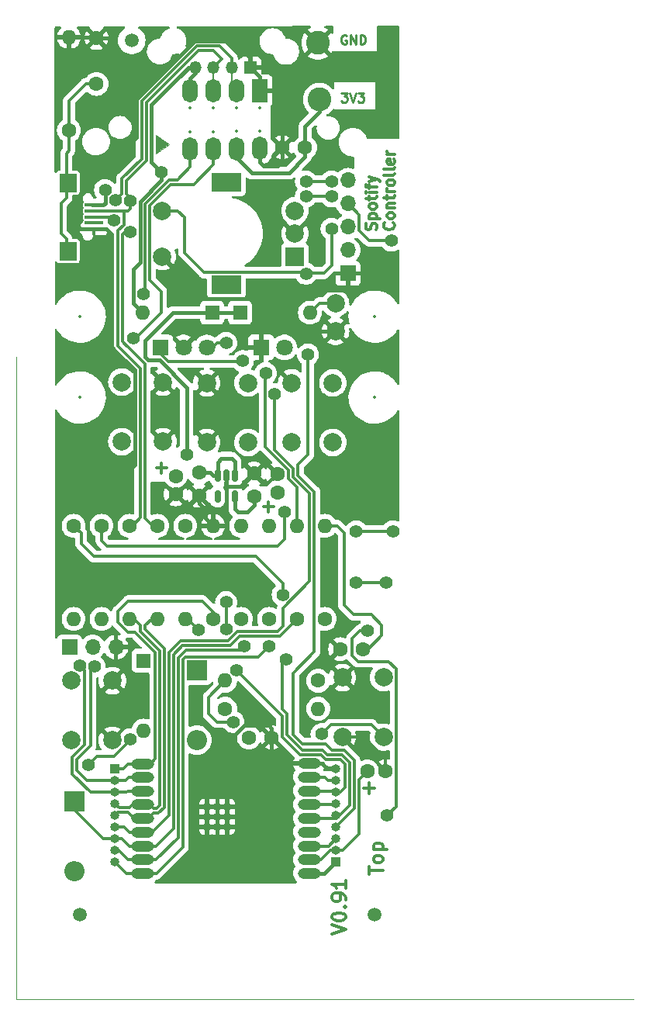
<source format=gbr>
G04 #@! TF.GenerationSoftware,KiCad,Pcbnew,7.0.1*
G04 #@! TF.CreationDate,2023-11-23T23:45:04+01:00*
G04 #@! TF.ProjectId,Spotify_controller,53706f74-6966-4795-9f63-6f6e74726f6c,rev?*
G04 #@! TF.SameCoordinates,Original*
G04 #@! TF.FileFunction,Copper,L1,Top*
G04 #@! TF.FilePolarity,Positive*
%FSLAX46Y46*%
G04 Gerber Fmt 4.6, Leading zero omitted, Abs format (unit mm)*
G04 Created by KiCad (PCBNEW 7.0.1) date 2023-11-23 23:45:04*
%MOMM*%
%LPD*%
G01*
G04 APERTURE LIST*
G04 Aperture macros list*
%AMRoundRect*
0 Rectangle with rounded corners*
0 $1 Rounding radius*
0 $2 $3 $4 $5 $6 $7 $8 $9 X,Y pos of 4 corners*
0 Add a 4 corners polygon primitive as box body*
4,1,4,$2,$3,$4,$5,$6,$7,$8,$9,$2,$3,0*
0 Add four circle primitives for the rounded corners*
1,1,$1+$1,$2,$3*
1,1,$1+$1,$4,$5*
1,1,$1+$1,$6,$7*
1,1,$1+$1,$8,$9*
0 Add four rect primitives between the rounded corners*
20,1,$1+$1,$2,$3,$4,$5,0*
20,1,$1+$1,$4,$5,$6,$7,0*
20,1,$1+$1,$6,$7,$8,$9,0*
20,1,$1+$1,$8,$9,$2,$3,0*%
G04 Aperture macros list end*
G04 #@! TA.AperFunction,NonConductor*
%ADD10C,0.100000*%
G04 #@! TD*
%ADD11C,0.250000*%
G04 #@! TA.AperFunction,NonConductor*
%ADD12C,0.250000*%
G04 #@! TD*
%ADD13C,0.300000*%
G04 #@! TA.AperFunction,NonConductor*
%ADD14C,0.300000*%
G04 #@! TD*
G04 #@! TA.AperFunction,EtchedComponent*
%ADD15C,0.050000*%
G04 #@! TD*
G04 #@! TA.AperFunction,ComponentPad*
%ADD16C,1.600000*%
G04 #@! TD*
G04 #@! TA.AperFunction,ComponentPad*
%ADD17O,1.600000X1.600000*%
G04 #@! TD*
G04 #@! TA.AperFunction,ComponentPad*
%ADD18R,1.000000X1.000000*%
G04 #@! TD*
G04 #@! TA.AperFunction,ComponentPad*
%ADD19O,1.000000X1.000000*%
G04 #@! TD*
G04 #@! TA.AperFunction,SMDPad,CuDef*
%ADD20C,1.500000*%
G04 #@! TD*
G04 #@! TA.AperFunction,ComponentPad*
%ADD21C,2.000000*%
G04 #@! TD*
G04 #@! TA.AperFunction,ComponentPad*
%ADD22R,1.800000X1.800000*%
G04 #@! TD*
G04 #@! TA.AperFunction,ComponentPad*
%ADD23C,1.800000*%
G04 #@! TD*
G04 #@! TA.AperFunction,ComponentPad*
%ADD24O,2.500000X1.200000*%
G04 #@! TD*
G04 #@! TA.AperFunction,SMDPad,CuDef*
%ADD25R,0.700000X0.700000*%
G04 #@! TD*
G04 #@! TA.AperFunction,ComponentPad*
%ADD26R,2.000000X2.000000*%
G04 #@! TD*
G04 #@! TA.AperFunction,ComponentPad*
%ADD27R,3.200000X2.000000*%
G04 #@! TD*
G04 #@! TA.AperFunction,ComponentPad*
%ADD28R,2.200000X2.200000*%
G04 #@! TD*
G04 #@! TA.AperFunction,ComponentPad*
%ADD29O,2.200000X2.200000*%
G04 #@! TD*
G04 #@! TA.AperFunction,ComponentPad*
%ADD30C,2.600000*%
G04 #@! TD*
G04 #@! TA.AperFunction,ComponentPad*
%ADD31R,1.600000X1.600000*%
G04 #@! TD*
G04 #@! TA.AperFunction,SMDPad,CuDef*
%ADD32R,2.000000X0.400000*%
G04 #@! TD*
G04 #@! TA.AperFunction,SMDPad,CuDef*
%ADD33R,1.900000X2.000000*%
G04 #@! TD*
G04 #@! TA.AperFunction,ComponentPad*
%ADD34R,1.700000X1.700000*%
G04 #@! TD*
G04 #@! TA.AperFunction,ComponentPad*
%ADD35O,1.700000X1.700000*%
G04 #@! TD*
G04 #@! TA.AperFunction,ComponentPad*
%ADD36R,1.700000X2.550000*%
G04 #@! TD*
G04 #@! TA.AperFunction,ComponentPad*
%ADD37R,1.350000X1.350000*%
G04 #@! TD*
G04 #@! TA.AperFunction,ComponentPad*
%ADD38O,1.700000X2.550000*%
G04 #@! TD*
G04 #@! TA.AperFunction,ComponentPad*
%ADD39O,1.350000X1.350000*%
G04 #@! TD*
G04 #@! TA.AperFunction,SMDPad,CuDef*
%ADD40RoundRect,0.150000X-0.150000X0.512500X-0.150000X-0.512500X0.150000X-0.512500X0.150000X0.512500X0*%
G04 #@! TD*
G04 #@! TA.AperFunction,ViaPad*
%ADD41C,1.400000*%
G04 #@! TD*
G04 #@! TA.AperFunction,Conductor*
%ADD42C,0.400000*%
G04 #@! TD*
G04 #@! TA.AperFunction,Conductor*
%ADD43C,0.300000*%
G04 #@! TD*
G04 #@! TA.AperFunction,Conductor*
%ADD44C,0.200000*%
G04 #@! TD*
%ADD45C,0.350000*%
%ADD46O,2.800000X1.500000*%
%ADD47C,0.099999*%
G04 APERTURE END LIST*
D10*
X24282400Y-78740000D02*
X24282400Y-148844000D01*
X24282400Y-148844000D02*
X91694000Y-148844000D01*
D11*
D12*
X60350304Y-43654638D02*
X60255066Y-43607019D01*
X60255066Y-43607019D02*
X60112209Y-43607019D01*
X60112209Y-43607019D02*
X59969352Y-43654638D01*
X59969352Y-43654638D02*
X59874114Y-43749876D01*
X59874114Y-43749876D02*
X59826495Y-43845114D01*
X59826495Y-43845114D02*
X59778876Y-44035590D01*
X59778876Y-44035590D02*
X59778876Y-44178447D01*
X59778876Y-44178447D02*
X59826495Y-44368923D01*
X59826495Y-44368923D02*
X59874114Y-44464161D01*
X59874114Y-44464161D02*
X59969352Y-44559400D01*
X59969352Y-44559400D02*
X60112209Y-44607019D01*
X60112209Y-44607019D02*
X60207447Y-44607019D01*
X60207447Y-44607019D02*
X60350304Y-44559400D01*
X60350304Y-44559400D02*
X60397923Y-44511780D01*
X60397923Y-44511780D02*
X60397923Y-44178447D01*
X60397923Y-44178447D02*
X60207447Y-44178447D01*
X60826495Y-44607019D02*
X60826495Y-43607019D01*
X60826495Y-43607019D02*
X61397923Y-44607019D01*
X61397923Y-44607019D02*
X61397923Y-43607019D01*
X61874114Y-44607019D02*
X61874114Y-43607019D01*
X61874114Y-43607019D02*
X62112209Y-43607019D01*
X62112209Y-43607019D02*
X62255066Y-43654638D01*
X62255066Y-43654638D02*
X62350304Y-43749876D01*
X62350304Y-43749876D02*
X62397923Y-43845114D01*
X62397923Y-43845114D02*
X62445542Y-44035590D01*
X62445542Y-44035590D02*
X62445542Y-44178447D01*
X62445542Y-44178447D02*
X62397923Y-44368923D01*
X62397923Y-44368923D02*
X62350304Y-44464161D01*
X62350304Y-44464161D02*
X62255066Y-44559400D01*
X62255066Y-44559400D02*
X62112209Y-44607019D01*
X62112209Y-44607019D02*
X61874114Y-44607019D01*
D13*
D14*
X62832428Y-135239142D02*
X62832428Y-134382000D01*
X64332428Y-134810571D02*
X62832428Y-134810571D01*
X64332428Y-133667714D02*
X64261000Y-133810571D01*
X64261000Y-133810571D02*
X64189571Y-133882000D01*
X64189571Y-133882000D02*
X64046714Y-133953428D01*
X64046714Y-133953428D02*
X63618142Y-133953428D01*
X63618142Y-133953428D02*
X63475285Y-133882000D01*
X63475285Y-133882000D02*
X63403857Y-133810571D01*
X63403857Y-133810571D02*
X63332428Y-133667714D01*
X63332428Y-133667714D02*
X63332428Y-133453428D01*
X63332428Y-133453428D02*
X63403857Y-133310571D01*
X63403857Y-133310571D02*
X63475285Y-133239143D01*
X63475285Y-133239143D02*
X63618142Y-133167714D01*
X63618142Y-133167714D02*
X64046714Y-133167714D01*
X64046714Y-133167714D02*
X64189571Y-133239143D01*
X64189571Y-133239143D02*
X64261000Y-133310571D01*
X64261000Y-133310571D02*
X64332428Y-133453428D01*
X64332428Y-133453428D02*
X64332428Y-133667714D01*
X63332428Y-132524857D02*
X64832428Y-132524857D01*
X63403857Y-132524857D02*
X63332428Y-132382000D01*
X63332428Y-132382000D02*
X63332428Y-132096285D01*
X63332428Y-132096285D02*
X63403857Y-131953428D01*
X63403857Y-131953428D02*
X63475285Y-131882000D01*
X63475285Y-131882000D02*
X63618142Y-131810571D01*
X63618142Y-131810571D02*
X64046714Y-131810571D01*
X64046714Y-131810571D02*
X64189571Y-131882000D01*
X64189571Y-131882000D02*
X64261000Y-131953428D01*
X64261000Y-131953428D02*
X64332428Y-132096285D01*
X64332428Y-132096285D02*
X64332428Y-132382000D01*
X64332428Y-132382000D02*
X64261000Y-132524857D01*
D13*
D14*
X51309542Y-95104600D02*
X52452400Y-95104600D01*
X51880971Y-95676028D02*
X51880971Y-94533171D01*
D13*
D14*
X63612600Y-64846228D02*
X63669742Y-64674800D01*
X63669742Y-64674800D02*
X63669742Y-64389085D01*
X63669742Y-64389085D02*
X63612600Y-64274800D01*
X63612600Y-64274800D02*
X63555457Y-64217657D01*
X63555457Y-64217657D02*
X63441171Y-64160514D01*
X63441171Y-64160514D02*
X63326885Y-64160514D01*
X63326885Y-64160514D02*
X63212600Y-64217657D01*
X63212600Y-64217657D02*
X63155457Y-64274800D01*
X63155457Y-64274800D02*
X63098314Y-64389085D01*
X63098314Y-64389085D02*
X63041171Y-64617657D01*
X63041171Y-64617657D02*
X62984028Y-64731942D01*
X62984028Y-64731942D02*
X62926885Y-64789085D01*
X62926885Y-64789085D02*
X62812600Y-64846228D01*
X62812600Y-64846228D02*
X62698314Y-64846228D01*
X62698314Y-64846228D02*
X62584028Y-64789085D01*
X62584028Y-64789085D02*
X62526885Y-64731942D01*
X62526885Y-64731942D02*
X62469742Y-64617657D01*
X62469742Y-64617657D02*
X62469742Y-64331942D01*
X62469742Y-64331942D02*
X62526885Y-64160514D01*
X62869742Y-63646228D02*
X64069742Y-63646228D01*
X62926885Y-63646228D02*
X62869742Y-63531943D01*
X62869742Y-63531943D02*
X62869742Y-63303371D01*
X62869742Y-63303371D02*
X62926885Y-63189085D01*
X62926885Y-63189085D02*
X62984028Y-63131943D01*
X62984028Y-63131943D02*
X63098314Y-63074800D01*
X63098314Y-63074800D02*
X63441171Y-63074800D01*
X63441171Y-63074800D02*
X63555457Y-63131943D01*
X63555457Y-63131943D02*
X63612600Y-63189085D01*
X63612600Y-63189085D02*
X63669742Y-63303371D01*
X63669742Y-63303371D02*
X63669742Y-63531943D01*
X63669742Y-63531943D02*
X63612600Y-63646228D01*
X63669742Y-62389086D02*
X63612600Y-62503371D01*
X63612600Y-62503371D02*
X63555457Y-62560514D01*
X63555457Y-62560514D02*
X63441171Y-62617657D01*
X63441171Y-62617657D02*
X63098314Y-62617657D01*
X63098314Y-62617657D02*
X62984028Y-62560514D01*
X62984028Y-62560514D02*
X62926885Y-62503371D01*
X62926885Y-62503371D02*
X62869742Y-62389086D01*
X62869742Y-62389086D02*
X62869742Y-62217657D01*
X62869742Y-62217657D02*
X62926885Y-62103371D01*
X62926885Y-62103371D02*
X62984028Y-62046229D01*
X62984028Y-62046229D02*
X63098314Y-61989086D01*
X63098314Y-61989086D02*
X63441171Y-61989086D01*
X63441171Y-61989086D02*
X63555457Y-62046229D01*
X63555457Y-62046229D02*
X63612600Y-62103371D01*
X63612600Y-62103371D02*
X63669742Y-62217657D01*
X63669742Y-62217657D02*
X63669742Y-62389086D01*
X62869742Y-61646229D02*
X62869742Y-61189086D01*
X62469742Y-61474800D02*
X63498314Y-61474800D01*
X63498314Y-61474800D02*
X63612600Y-61417657D01*
X63612600Y-61417657D02*
X63669742Y-61303372D01*
X63669742Y-61303372D02*
X63669742Y-61189086D01*
X63669742Y-60789086D02*
X62869742Y-60789086D01*
X62469742Y-60789086D02*
X62526885Y-60846229D01*
X62526885Y-60846229D02*
X62584028Y-60789086D01*
X62584028Y-60789086D02*
X62526885Y-60731943D01*
X62526885Y-60731943D02*
X62469742Y-60789086D01*
X62469742Y-60789086D02*
X62584028Y-60789086D01*
X62869742Y-60389086D02*
X62869742Y-59931943D01*
X63669742Y-60217657D02*
X62641171Y-60217657D01*
X62641171Y-60217657D02*
X62526885Y-60160514D01*
X62526885Y-60160514D02*
X62469742Y-60046229D01*
X62469742Y-60046229D02*
X62469742Y-59931943D01*
X62869742Y-59646229D02*
X63669742Y-59360515D01*
X62869742Y-59074800D02*
X63669742Y-59360515D01*
X63669742Y-59360515D02*
X63955457Y-59474800D01*
X63955457Y-59474800D02*
X64012600Y-59531943D01*
X64012600Y-59531943D02*
X64069742Y-59646229D01*
X65499457Y-64103371D02*
X65556600Y-64160514D01*
X65556600Y-64160514D02*
X65613742Y-64331942D01*
X65613742Y-64331942D02*
X65613742Y-64446228D01*
X65613742Y-64446228D02*
X65556600Y-64617657D01*
X65556600Y-64617657D02*
X65442314Y-64731942D01*
X65442314Y-64731942D02*
X65328028Y-64789085D01*
X65328028Y-64789085D02*
X65099457Y-64846228D01*
X65099457Y-64846228D02*
X64928028Y-64846228D01*
X64928028Y-64846228D02*
X64699457Y-64789085D01*
X64699457Y-64789085D02*
X64585171Y-64731942D01*
X64585171Y-64731942D02*
X64470885Y-64617657D01*
X64470885Y-64617657D02*
X64413742Y-64446228D01*
X64413742Y-64446228D02*
X64413742Y-64331942D01*
X64413742Y-64331942D02*
X64470885Y-64160514D01*
X64470885Y-64160514D02*
X64528028Y-64103371D01*
X65613742Y-63417657D02*
X65556600Y-63531942D01*
X65556600Y-63531942D02*
X65499457Y-63589085D01*
X65499457Y-63589085D02*
X65385171Y-63646228D01*
X65385171Y-63646228D02*
X65042314Y-63646228D01*
X65042314Y-63646228D02*
X64928028Y-63589085D01*
X64928028Y-63589085D02*
X64870885Y-63531942D01*
X64870885Y-63531942D02*
X64813742Y-63417657D01*
X64813742Y-63417657D02*
X64813742Y-63246228D01*
X64813742Y-63246228D02*
X64870885Y-63131942D01*
X64870885Y-63131942D02*
X64928028Y-63074800D01*
X64928028Y-63074800D02*
X65042314Y-63017657D01*
X65042314Y-63017657D02*
X65385171Y-63017657D01*
X65385171Y-63017657D02*
X65499457Y-63074800D01*
X65499457Y-63074800D02*
X65556600Y-63131942D01*
X65556600Y-63131942D02*
X65613742Y-63246228D01*
X65613742Y-63246228D02*
X65613742Y-63417657D01*
X64813742Y-62503371D02*
X65613742Y-62503371D01*
X64928028Y-62503371D02*
X64870885Y-62446228D01*
X64870885Y-62446228D02*
X64813742Y-62331943D01*
X64813742Y-62331943D02*
X64813742Y-62160514D01*
X64813742Y-62160514D02*
X64870885Y-62046228D01*
X64870885Y-62046228D02*
X64985171Y-61989086D01*
X64985171Y-61989086D02*
X65613742Y-61989086D01*
X64813742Y-61589086D02*
X64813742Y-61131943D01*
X64413742Y-61417657D02*
X65442314Y-61417657D01*
X65442314Y-61417657D02*
X65556600Y-61360514D01*
X65556600Y-61360514D02*
X65613742Y-61246229D01*
X65613742Y-61246229D02*
X65613742Y-61131943D01*
X65613742Y-60731943D02*
X64813742Y-60731943D01*
X65042314Y-60731943D02*
X64928028Y-60674800D01*
X64928028Y-60674800D02*
X64870885Y-60617658D01*
X64870885Y-60617658D02*
X64813742Y-60503372D01*
X64813742Y-60503372D02*
X64813742Y-60389086D01*
X65613742Y-59817658D02*
X65556600Y-59931943D01*
X65556600Y-59931943D02*
X65499457Y-59989086D01*
X65499457Y-59989086D02*
X65385171Y-60046229D01*
X65385171Y-60046229D02*
X65042314Y-60046229D01*
X65042314Y-60046229D02*
X64928028Y-59989086D01*
X64928028Y-59989086D02*
X64870885Y-59931943D01*
X64870885Y-59931943D02*
X64813742Y-59817658D01*
X64813742Y-59817658D02*
X64813742Y-59646229D01*
X64813742Y-59646229D02*
X64870885Y-59531943D01*
X64870885Y-59531943D02*
X64928028Y-59474801D01*
X64928028Y-59474801D02*
X65042314Y-59417658D01*
X65042314Y-59417658D02*
X65385171Y-59417658D01*
X65385171Y-59417658D02*
X65499457Y-59474801D01*
X65499457Y-59474801D02*
X65556600Y-59531943D01*
X65556600Y-59531943D02*
X65613742Y-59646229D01*
X65613742Y-59646229D02*
X65613742Y-59817658D01*
X65613742Y-58731944D02*
X65556600Y-58846229D01*
X65556600Y-58846229D02*
X65442314Y-58903372D01*
X65442314Y-58903372D02*
X64413742Y-58903372D01*
X65613742Y-58103373D02*
X65556600Y-58217658D01*
X65556600Y-58217658D02*
X65442314Y-58274801D01*
X65442314Y-58274801D02*
X64413742Y-58274801D01*
X65556600Y-57189087D02*
X65613742Y-57303373D01*
X65613742Y-57303373D02*
X65613742Y-57531945D01*
X65613742Y-57531945D02*
X65556600Y-57646230D01*
X65556600Y-57646230D02*
X65442314Y-57703373D01*
X65442314Y-57703373D02*
X64985171Y-57703373D01*
X64985171Y-57703373D02*
X64870885Y-57646230D01*
X64870885Y-57646230D02*
X64813742Y-57531945D01*
X64813742Y-57531945D02*
X64813742Y-57303373D01*
X64813742Y-57303373D02*
X64870885Y-57189087D01*
X64870885Y-57189087D02*
X64985171Y-57131945D01*
X64985171Y-57131945D02*
X65099457Y-57131945D01*
X65099457Y-57131945D02*
X65213742Y-57703373D01*
X65613742Y-56617659D02*
X64813742Y-56617659D01*
X65042314Y-56617659D02*
X64928028Y-56560516D01*
X64928028Y-56560516D02*
X64870885Y-56503374D01*
X64870885Y-56503374D02*
X64813742Y-56389088D01*
X64813742Y-56389088D02*
X64813742Y-56274802D01*
D13*
D14*
X62256942Y-125813200D02*
X63399800Y-125813200D01*
X62828371Y-126384628D02*
X62828371Y-125241771D01*
D11*
D12*
X59832857Y-49933420D02*
X60451904Y-49933420D01*
X60451904Y-49933420D02*
X60118571Y-50314372D01*
X60118571Y-50314372D02*
X60261428Y-50314372D01*
X60261428Y-50314372D02*
X60356666Y-50361991D01*
X60356666Y-50361991D02*
X60404285Y-50409610D01*
X60404285Y-50409610D02*
X60451904Y-50504848D01*
X60451904Y-50504848D02*
X60451904Y-50742943D01*
X60451904Y-50742943D02*
X60404285Y-50838181D01*
X60404285Y-50838181D02*
X60356666Y-50885801D01*
X60356666Y-50885801D02*
X60261428Y-50933420D01*
X60261428Y-50933420D02*
X59975714Y-50933420D01*
X59975714Y-50933420D02*
X59880476Y-50885801D01*
X59880476Y-50885801D02*
X59832857Y-50838181D01*
X60737619Y-49933420D02*
X61070952Y-50933420D01*
X61070952Y-50933420D02*
X61404285Y-49933420D01*
X61642381Y-49933420D02*
X62261428Y-49933420D01*
X62261428Y-49933420D02*
X61928095Y-50314372D01*
X61928095Y-50314372D02*
X62070952Y-50314372D01*
X62070952Y-50314372D02*
X62166190Y-50361991D01*
X62166190Y-50361991D02*
X62213809Y-50409610D01*
X62213809Y-50409610D02*
X62261428Y-50504848D01*
X62261428Y-50504848D02*
X62261428Y-50742943D01*
X62261428Y-50742943D02*
X62213809Y-50838181D01*
X62213809Y-50838181D02*
X62166190Y-50885801D01*
X62166190Y-50885801D02*
X62070952Y-50933420D01*
X62070952Y-50933420D02*
X61785238Y-50933420D01*
X61785238Y-50933420D02*
X61690000Y-50885801D01*
X61690000Y-50885801D02*
X61642381Y-50838181D01*
D13*
D14*
X58819228Y-141716142D02*
X60319228Y-141216142D01*
X60319228Y-141216142D02*
X58819228Y-140716142D01*
X58819228Y-139930428D02*
X58819228Y-139787571D01*
X58819228Y-139787571D02*
X58890657Y-139644714D01*
X58890657Y-139644714D02*
X58962085Y-139573286D01*
X58962085Y-139573286D02*
X59104942Y-139501857D01*
X59104942Y-139501857D02*
X59390657Y-139430428D01*
X59390657Y-139430428D02*
X59747800Y-139430428D01*
X59747800Y-139430428D02*
X60033514Y-139501857D01*
X60033514Y-139501857D02*
X60176371Y-139573286D01*
X60176371Y-139573286D02*
X60247800Y-139644714D01*
X60247800Y-139644714D02*
X60319228Y-139787571D01*
X60319228Y-139787571D02*
X60319228Y-139930428D01*
X60319228Y-139930428D02*
X60247800Y-140073286D01*
X60247800Y-140073286D02*
X60176371Y-140144714D01*
X60176371Y-140144714D02*
X60033514Y-140216143D01*
X60033514Y-140216143D02*
X59747800Y-140287571D01*
X59747800Y-140287571D02*
X59390657Y-140287571D01*
X59390657Y-140287571D02*
X59104942Y-140216143D01*
X59104942Y-140216143D02*
X58962085Y-140144714D01*
X58962085Y-140144714D02*
X58890657Y-140073286D01*
X58890657Y-140073286D02*
X58819228Y-139930428D01*
X60176371Y-138787572D02*
X60247800Y-138716143D01*
X60247800Y-138716143D02*
X60319228Y-138787572D01*
X60319228Y-138787572D02*
X60247800Y-138859000D01*
X60247800Y-138859000D02*
X60176371Y-138787572D01*
X60176371Y-138787572D02*
X60319228Y-138787572D01*
X60319228Y-138001857D02*
X60319228Y-137716143D01*
X60319228Y-137716143D02*
X60247800Y-137573286D01*
X60247800Y-137573286D02*
X60176371Y-137501857D01*
X60176371Y-137501857D02*
X59962085Y-137359000D01*
X59962085Y-137359000D02*
X59676371Y-137287571D01*
X59676371Y-137287571D02*
X59104942Y-137287571D01*
X59104942Y-137287571D02*
X58962085Y-137359000D01*
X58962085Y-137359000D02*
X58890657Y-137430429D01*
X58890657Y-137430429D02*
X58819228Y-137573286D01*
X58819228Y-137573286D02*
X58819228Y-137859000D01*
X58819228Y-137859000D02*
X58890657Y-138001857D01*
X58890657Y-138001857D02*
X58962085Y-138073286D01*
X58962085Y-138073286D02*
X59104942Y-138144714D01*
X59104942Y-138144714D02*
X59462085Y-138144714D01*
X59462085Y-138144714D02*
X59604942Y-138073286D01*
X59604942Y-138073286D02*
X59676371Y-138001857D01*
X59676371Y-138001857D02*
X59747800Y-137859000D01*
X59747800Y-137859000D02*
X59747800Y-137573286D01*
X59747800Y-137573286D02*
X59676371Y-137430429D01*
X59676371Y-137430429D02*
X59604942Y-137359000D01*
X59604942Y-137359000D02*
X59462085Y-137287571D01*
X60319228Y-135859000D02*
X60319228Y-136716143D01*
X60319228Y-136287572D02*
X58819228Y-136287572D01*
X58819228Y-136287572D02*
X59033514Y-136430429D01*
X59033514Y-136430429D02*
X59176371Y-136573286D01*
X59176371Y-136573286D02*
X59247800Y-136716143D01*
D13*
D14*
X39625542Y-90888200D02*
X40768400Y-90888200D01*
X40196971Y-91459628D02*
X40196971Y-90316771D01*
G04 #@! TO.C,J1*
D15*
X41036600Y-55585400D02*
X39563400Y-56550600D01*
X39563400Y-54518600D01*
X41036600Y-55585400D01*
G04 #@! TA.AperFunction,EtchedComponent*
G36*
X41036600Y-55585400D02*
G01*
X39563400Y-56550600D01*
X39563400Y-54518600D01*
X41036600Y-55585400D01*
G37*
G04 #@! TD.AperFunction*
G04 #@! TD*
D16*
G04 #@! TO.P,C5,1*
G04 #@! TO.N,GND*
X53360000Y-55880000D03*
G04 #@! TO.P,C5,2*
G04 #@! TO.N,+3V3*
X55860000Y-55880000D03*
G04 #@! TD*
G04 #@! TO.P,R4,1*
G04 #@! TO.N,+3V3*
X58013600Y-107340400D03*
D17*
G04 #@! TO.P,R4,2*
G04 #@! TO.N,/Boot*
X58013600Y-97180400D03*
G04 #@! TD*
D16*
G04 #@! TO.P,R2,1*
G04 #@! TO.N,/DUOLED_1*
X51917600Y-107340400D03*
D17*
G04 #@! TO.P,R2,2*
G04 #@! TO.N,Net-(D6-A-Pad1)*
X51917600Y-97180400D03*
G04 #@! TD*
D18*
G04 #@! TO.P,J6,1,Pin_1*
G04 #@! TO.N,/GPIO10*
X35102800Y-123708000D03*
D19*
G04 #@! TO.P,J6,2,Pin_2*
G04 #@! TO.N,/RX{slash}Button_Middle*
X35102800Y-124978000D03*
G04 #@! TO.P,J6,3,Pin_3*
G04 #@! TO.N,/TX{slash}Button_Right*
X35102800Y-126248000D03*
G04 #@! TO.P,J6,4,Pin_4*
G04 #@! TO.N,USB_DN*
X35102800Y-127518000D03*
G04 #@! TO.P,J6,5,Pin_5*
G04 #@! TO.N,USB_DP*
X35102800Y-128788000D03*
G04 #@! TO.P,J6,6,Pin_6*
G04 #@! TO.N,ENC_CLK*
X35102800Y-130058000D03*
G04 #@! TO.P,J6,7,Pin_7*
G04 #@! TO.N,/GPIO2{slash}LED*
X35102800Y-131328000D03*
G04 #@! TO.P,J6,8,Pin_8*
G04 #@! TO.N,/DUOLED_2*
X35102800Y-132598000D03*
G04 #@! TO.P,J6,9,Pin_9*
G04 #@! TO.N,/DUOLED_1*
X35102800Y-133868000D03*
G04 #@! TD*
D20*
G04 #@! TO.P,FID2,*
G04 #@! TO.N,*
X63450000Y-139600000D03*
G04 #@! TD*
D16*
G04 #@! TO.P,C4,1*
G04 #@! TO.N,+3V3*
X52832000Y-93539999D03*
G04 #@! TO.P,C4,2*
G04 #@! TO.N,GND*
X52832000Y-91539999D03*
G04 #@! TD*
D21*
G04 #@! TO.P,SW4,1,1*
G04 #@! TO.N,USR_BTN_RIGHT*
X58892000Y-81586000D03*
X58892000Y-88086000D03*
G04 #@! TO.P,SW4,2,2*
G04 #@! TO.N,GND*
X54392000Y-81586000D03*
X54392000Y-88086000D03*
G04 #@! TD*
D20*
G04 #@! TO.P,FID3,*
G04 #@! TO.N,*
X31250000Y-139600000D03*
G04 #@! TD*
D21*
G04 #@! TO.P,SW2,1,1*
G04 #@! TO.N,Net-(R7-Pad2)*
X30320000Y-120590000D03*
X30320000Y-114090000D03*
G04 #@! TO.P,SW2,2,2*
G04 #@! TO.N,GND*
X34820000Y-120590000D03*
X34820000Y-114090000D03*
G04 #@! TD*
D16*
G04 #@! TO.P,C11,1*
G04 #@! TO.N,GND*
X33070800Y-43950000D03*
G04 #@! TO.P,C11,2*
G04 #@! TO.N,Net-(J4-Shield)*
X33070800Y-48950000D03*
G04 #@! TD*
G04 #@! TO.P,C1,1*
G04 #@! TO.N,/5V_IN*
X41734001Y-91739998D03*
G04 #@! TO.P,C1,2*
G04 #@! TO.N,GND*
X41734001Y-93739998D03*
G04 #@! TD*
G04 #@! TO.P,R1,1*
G04 #@! TO.N,/GPIO2{slash}LED*
X54965600Y-107340400D03*
D17*
G04 #@! TO.P,R1,2*
G04 #@! TO.N,Net-(D1-A)*
X54965600Y-97180400D03*
G04 #@! TD*
D22*
G04 #@! TO.P,D1,1,K*
G04 #@! TO.N,GND*
X51054000Y-77712000D03*
D23*
G04 #@! TO.P,D1,2,A*
G04 #@! TO.N,Net-(D1-A)*
X53594000Y-77712000D03*
G04 #@! TD*
D24*
G04 #@! TO.P,U1,1,3V3*
G04 #@! TO.N,+3V3*
X56300000Y-135128000D03*
G04 #@! TO.P,U1,2,EN/CHIP_PU*
G04 #@! TO.N,/EN*
X56300000Y-133628000D03*
G04 #@! TO.P,U1,3,GPIO4/ADC1_CH4*
G04 #@! TO.N,ENC_DT*
X56300000Y-132138000D03*
G04 #@! TO.P,U1,4,GPIO5/ADC2_CH0*
G04 #@! TO.N,ENC_SW*
X56300000Y-130628000D03*
G04 #@! TO.P,U1,5,GPIO6*
G04 #@! TO.N,CLK{slash}SCL*
X56300000Y-129128000D03*
G04 #@! TO.P,U1,6,GPIO7*
G04 #@! TO.N,MOSI{slash}SDA*
X56300000Y-127628000D03*
G04 #@! TO.P,U1,7,GPIO8*
G04 #@! TO.N,/Button_Left*
X56300000Y-126128000D03*
G04 #@! TO.P,U1,8,GPIO9*
G04 #@! TO.N,/Boot*
X56300000Y-124628000D03*
G04 #@! TO.P,U1,9,GND*
G04 #@! TO.N,GND*
X56300000Y-123128000D03*
G04 #@! TO.P,U1,10,GPIO10*
G04 #@! TO.N,/GPIO10*
X38100000Y-123158000D03*
G04 #@! TO.P,U1,11,GPIO20/U0RXD*
G04 #@! TO.N,/RX{slash}Button_Middle*
X38100000Y-124628000D03*
G04 #@! TO.P,U1,12,GPIO21/U0TXD*
G04 #@! TO.N,/TX{slash}Button_Right*
X38100000Y-126128000D03*
G04 #@! TO.P,U1,13,GPIO18/USB_D-*
G04 #@! TO.N,USB_DN*
X38100000Y-127628000D03*
G04 #@! TO.P,U1,14,GPIO19/USB_D+*
G04 #@! TO.N,USB_DP*
X38100000Y-129128000D03*
G04 #@! TO.P,U1,15,GPIO3/ADC1_CH3*
G04 #@! TO.N,ENC_CLK*
X38100000Y-130628000D03*
G04 #@! TO.P,U1,16,GPIO2/ADC1_CH2*
G04 #@! TO.N,/GPIO2{slash}LED*
X38100000Y-132128000D03*
G04 #@! TO.P,U1,17,GPIO1/ADC1_CH1/XTAL_32K_N*
G04 #@! TO.N,/DUOLED_2*
X38100000Y-133628000D03*
G04 #@! TO.P,U1,18,GPIO0/ADC1_CH0/XTAL_32K_P*
G04 #@! TO.N,/DUOLED_1*
X38100000Y-135128000D03*
D25*
G04 #@! TO.P,U1,19,GND*
G04 #@! TO.N,GND*
X47340000Y-130028000D03*
X47340000Y-128928000D03*
X47340000Y-127828000D03*
X46290000Y-130028000D03*
X46290000Y-128928000D03*
X46290000Y-127828000D03*
X45140000Y-130028000D03*
X45140000Y-128928000D03*
X45140000Y-127828000D03*
G04 #@! TD*
D26*
G04 #@! TO.P,SW6,A,A*
G04 #@! TO.N,ENC_CLK*
X54748000Y-67790000D03*
D21*
G04 #@! TO.P,SW6,B,B*
G04 #@! TO.N,ENC_DT*
X54748000Y-62790000D03*
G04 #@! TO.P,SW6,C,C*
G04 #@! TO.N,GND*
X54748000Y-65290000D03*
D27*
G04 #@! TO.P,SW6,MP*
G04 #@! TO.N,N/C*
X47248000Y-70890000D03*
X47248000Y-59690000D03*
D21*
G04 #@! TO.P,SW6,S1,S1*
G04 #@! TO.N,ENC_SW*
X40248000Y-62790000D03*
G04 #@! TO.P,SW6,S2,S2*
G04 #@! TO.N,GND*
X40248000Y-67790000D03*
G04 #@! TD*
D16*
G04 #@! TO.P,R10,1*
G04 #@! TO.N,/D+*
X39725600Y-97180400D03*
D17*
G04 #@! TO.P,R10,2*
G04 #@! TO.N,USB_DP*
X39725600Y-107340400D03*
G04 #@! TD*
D21*
G04 #@! TO.P,TP1,1,1*
G04 #@! TO.N,/VCC_{BAT}*
X59182000Y-72912000D03*
G04 #@! TD*
D28*
G04 #@! TO.P,D4,1,K*
G04 #@! TO.N,/GPIO2{slash}LED*
X30657800Y-127254000D03*
D29*
G04 #@! TO.P,D4,2,A*
G04 #@! TO.N,/Program1*
X30657800Y-134874000D03*
G04 #@! TD*
D16*
G04 #@! TO.P,R9,1*
G04 #@! TO.N,/D-*
X36677600Y-97180400D03*
D17*
G04 #@! TO.P,R9,2*
G04 #@! TO.N,USB_DN*
X36677600Y-107340400D03*
G04 #@! TD*
D30*
G04 #@! TO.P,3V3,1,1*
G04 #@! TO.N,+3V3*
X57429400Y-50647600D03*
G04 #@! TD*
D31*
G04 #@! TO.P,SW7,1*
G04 #@! TO.N,/Program1*
X38227000Y-111912400D03*
D17*
G04 #@! TO.P,SW7,2*
G04 #@! TO.N,+3V3*
X38227000Y-119532400D03*
G04 #@! TD*
D21*
G04 #@! TO.P,SW3,1,1*
G04 #@! TO.N,USR_BTN_LEFT*
X35850000Y-88000000D03*
X35850000Y-81500000D03*
G04 #@! TO.P,SW3,2,2*
G04 #@! TO.N,GND*
X40350000Y-88000000D03*
X40350000Y-81500000D03*
G04 #@! TD*
D22*
G04 #@! TO.P,D6,1,A*
G04 #@! TO.N,Net-(D6-A-Pad1)*
X40045800Y-77724000D03*
D23*
G04 #@! TO.P,D6,2,K*
G04 #@! TO.N,GND*
X42585800Y-77724000D03*
G04 #@! TO.P,D6,3,A*
G04 #@! TO.N,Net-(D6-A-Pad3)*
X45125800Y-77724000D03*
G04 #@! TD*
D16*
G04 #@! TO.P,C10,1*
G04 #@! TO.N,/EN*
X62636400Y-123977400D03*
G04 #@! TO.P,C10,2*
G04 #@! TO.N,GND*
X64636400Y-123977400D03*
G04 #@! TD*
D21*
G04 #@! TO.P,SW1,1,1*
G04 #@! TO.N,USR_BTN_MIDDLE*
X49621000Y-81586000D03*
X49621000Y-88086000D03*
G04 #@! TO.P,SW1,2,2*
G04 #@! TO.N,GND*
X45121000Y-81586000D03*
X45121000Y-88086000D03*
G04 #@! TD*
D18*
G04 #@! TO.P,J7,1,Pin_1*
G04 #@! TO.N,+3V3*
X59232800Y-133858000D03*
D19*
G04 #@! TO.P,J7,2,Pin_2*
G04 #@! TO.N,/EN*
X59232800Y-132588000D03*
G04 #@! TO.P,J7,3,Pin_3*
G04 #@! TO.N,ENC_DT*
X59232800Y-131318000D03*
G04 #@! TO.P,J7,4,Pin_4*
G04 #@! TO.N,ENC_SW*
X59232800Y-130048000D03*
G04 #@! TO.P,J7,5,Pin_5*
G04 #@! TO.N,CLK{slash}SCL*
X59232800Y-128778000D03*
G04 #@! TO.P,J7,6,Pin_6*
G04 #@! TO.N,MOSI{slash}SDA*
X59232800Y-127508000D03*
G04 #@! TO.P,J7,7,Pin_7*
G04 #@! TO.N,/Button_Left*
X59232800Y-126238000D03*
G04 #@! TO.P,J7,8,Pin_8*
G04 #@! TO.N,/Boot*
X59232800Y-124968000D03*
G04 #@! TO.P,J7,9,Pin_9*
G04 #@! TO.N,GND*
X59232800Y-123698000D03*
G04 #@! TD*
D16*
G04 #@! TO.P,R16,1*
G04 #@! TO.N,USR_BTN_RIGHT*
X30581600Y-97180400D03*
D17*
G04 #@! TO.P,R16,2*
G04 #@! TO.N,/TX{slash}Button_Right*
X30581600Y-107340400D03*
G04 #@! TD*
D16*
G04 #@! TO.P,R11,1*
G04 #@! TO.N,USR_BTN_LEFT*
X42773600Y-97180400D03*
D17*
G04 #@! TO.P,R11,2*
G04 #@! TO.N,/Button_Left*
X42773600Y-107340400D03*
G04 #@! TD*
D16*
G04 #@! TO.P,C12,1*
G04 #@! TO.N,GND*
X59690000Y-110650000D03*
G04 #@! TO.P,C12,2*
G04 #@! TO.N,/Boot*
X62190000Y-110650000D03*
G04 #@! TD*
D30*
G04 #@! TO.P,GND1,1,1*
G04 #@! TO.N,GND*
X57251600Y-44475400D03*
G04 #@! TD*
D16*
G04 #@! TO.P,R6,1*
G04 #@! TO.N,/GPIO10*
X45821600Y-107340400D03*
D17*
G04 #@! TO.P,R6,2*
G04 #@! TO.N,GND*
X45821600Y-97180400D03*
G04 #@! TD*
D32*
G04 #@! TO.P,J4,1,VBUS*
G04 #@! TO.N,VBUS*
X32792000Y-62172500D03*
G04 #@! TO.P,J4,2,D-*
G04 #@! TO.N,/D-*
X32792000Y-62822500D03*
G04 #@! TO.P,J4,3,D+*
G04 #@! TO.N,/D+*
X32792000Y-63472500D03*
G04 #@! TO.P,J4,4,ID*
G04 #@! TO.N,unconnected-(J4-ID-Pad4)*
X32792000Y-64122500D03*
G04 #@! TO.P,J4,5,GND*
G04 #@! TO.N,GND*
X32792000Y-64772500D03*
D33*
G04 #@! TO.P,J4,6,Shield*
G04 #@! TO.N,Net-(J4-Shield)*
X29972000Y-59735000D03*
X29972000Y-67210000D03*
G04 #@! TD*
D16*
G04 #@! TO.P,R3,1*
G04 #@! TO.N,/DUOLED_2*
X48869600Y-107340400D03*
D17*
G04 #@! TO.P,R3,2*
G04 #@! TO.N,Net-(D6-A-Pad3)*
X48869600Y-97180400D03*
G04 #@! TD*
D21*
G04 #@! TO.P,SW5,1,1*
G04 #@! TO.N,/Boot*
X64440000Y-113749100D03*
X64440000Y-120249100D03*
G04 #@! TO.P,SW5,2,2*
G04 #@! TO.N,GND*
X59940000Y-113749100D03*
X59940000Y-120249100D03*
G04 #@! TD*
G04 #@! TO.P,TP2,1,1*
G04 #@! TO.N,GND*
X59182000Y-75946000D03*
G04 #@! TD*
D16*
G04 #@! TO.P,C6,1*
G04 #@! TO.N,+3V3*
X49718600Y-120276600D03*
G04 #@! TO.P,C6,2*
G04 #@! TO.N,GND*
X52218600Y-120276600D03*
G04 #@! TD*
G04 #@! TO.P,R5,1*
G04 #@! TO.N,+3V3*
X47127801Y-117152400D03*
D17*
G04 #@! TO.P,R5,2*
G04 #@! TO.N,/EN*
X57287801Y-117152400D03*
G04 #@! TD*
D20*
G04 #@! TO.P,FID1,*
G04 #@! TO.N,*
X36931600Y-44196000D03*
G04 #@! TD*
D31*
G04 #@! TO.P,D3,1,K*
G04 #@! TO.N,/5V_IN*
X45720000Y-73914000D03*
D17*
G04 #@! TO.P,D3,2,A*
G04 #@! TO.N,VBUS*
X38100000Y-73914000D03*
G04 #@! TD*
D16*
G04 #@! TO.P,R15,1*
G04 #@! TO.N,USR_BTN_MIDDLE*
X33629600Y-97180400D03*
D17*
G04 #@! TO.P,R15,2*
G04 #@! TO.N,/RX{slash}Button_Middle*
X33629600Y-107340400D03*
G04 #@! TD*
D34*
G04 #@! TO.P,J3,1,Pin_1*
G04 #@! TO.N,GND*
X60540000Y-69640000D03*
D35*
G04 #@! TO.P,J3,2,Pin_2*
G04 #@! TO.N,+3V3*
X60540000Y-67100000D03*
G04 #@! TO.P,J3,3,Pin_3*
G04 #@! TO.N,ENC_SW*
X60540000Y-64560000D03*
G04 #@! TO.P,J3,4,Pin_4*
G04 #@! TO.N,ENC_DT*
X60540000Y-62020000D03*
G04 #@! TO.P,J3,5,Pin_5*
G04 #@! TO.N,ENC_CLK*
X60540000Y-59480000D03*
G04 #@! TD*
D16*
G04 #@! TO.P,C2,1*
G04 #@! TO.N,/5V_IN*
X44274001Y-91399999D03*
G04 #@! TO.P,C2,2*
G04 #@! TO.N,GND*
X44274001Y-93899999D03*
G04 #@! TD*
D34*
G04 #@! TO.P,J5,1,Pin_1*
G04 #@! TO.N,/TX{slash}Button_Right*
X30124400Y-110413800D03*
D35*
G04 #@! TO.P,J5,2,Pin_2*
G04 #@! TO.N,/RX{slash}Button_Middle*
X32664400Y-110413800D03*
G04 #@! TO.P,J5,3,Pin_3*
G04 #@! TO.N,GND*
X35204400Y-110413800D03*
G04 #@! TD*
D16*
G04 #@! TO.P,C3,1*
G04 #@! TO.N,+3V3*
X50284001Y-93980000D03*
G04 #@! TO.P,C3,2*
G04 #@! TO.N,GND*
X50284001Y-91480000D03*
G04 #@! TD*
D36*
G04 #@! TO.P,J1,1,Pin_1*
G04 #@! TO.N,GND*
X50927000Y-49717400D03*
D37*
X49869200Y-47142400D03*
D38*
G04 #@! TO.P,J1,2,Pin_2*
G04 #@! TO.N,/D+*
X48387000Y-49717400D03*
D39*
X47869200Y-47142400D03*
G04 #@! TO.P,J1,3,Pin_3*
G04 #@! TO.N,/D-*
X45869200Y-47142400D03*
D38*
X45847000Y-49717400D03*
D39*
G04 #@! TO.P,J1,4,Pin_4*
G04 #@! TO.N,VBUS*
X43869200Y-47142400D03*
D38*
X43307000Y-49717400D03*
G04 #@! TO.P,J1,5,Pin_5*
G04 #@! TO.N,GND*
X50927000Y-55997400D03*
G04 #@! TO.P,J1,6,Pin_6*
G04 #@! TO.N,+3V3*
X48387000Y-56037400D03*
G04 #@! TO.P,J1,7,Pin_7*
G04 #@! TO.N,CLK{slash}SCL*
X45847000Y-56037400D03*
G04 #@! TO.P,J1,8,Pin_8*
G04 #@! TO.N,MOSI{slash}SDA*
X43307000Y-56037400D03*
G04 #@! TD*
D28*
G04 #@! TO.P,D5,1,K*
G04 #@! TO.N,/Button_Left*
X44043600Y-112953800D03*
D29*
G04 #@! TO.P,D5,2,A*
G04 #@! TO.N,/Program1*
X44043600Y-120573800D03*
G04 #@! TD*
D31*
G04 #@! TO.P,D2,1,K*
G04 #@! TO.N,/5V_IN*
X48768000Y-73914000D03*
D17*
G04 #@! TO.P,D2,2,A*
G04 #@! TO.N,/VCC_{BAT}*
X56388000Y-73914000D03*
G04 #@! TD*
D16*
G04 #@! TO.P,R8,1*
G04 #@! TO.N,Net-(J4-Shield)*
X30070000Y-54019999D03*
D17*
G04 #@! TO.P,R8,2*
G04 #@! TO.N,GND*
X30070000Y-43859999D03*
G04 #@! TD*
D16*
G04 #@! TO.P,R7,1*
G04 #@! TO.N,/EN*
X57280000Y-114090000D03*
D17*
G04 #@! TO.P,R7,2*
G04 #@! TO.N,Net-(R7-Pad2)*
X47120000Y-114090000D03*
G04 #@! TD*
D40*
G04 #@! TO.P,U4,1,VIN*
G04 #@! TO.N,/5V_IN*
X48195601Y-91701599D03*
G04 #@! TO.P,U4,2,GND*
G04 #@! TO.N,GND*
X47245601Y-91701599D03*
G04 #@! TO.P,U4,3,EN*
G04 #@! TO.N,/5V_IN*
X46295601Y-91701599D03*
G04 #@! TO.P,U4,4,NC*
G04 #@! TO.N,unconnected-(U4-NC-Pad4)*
X46295601Y-93976599D03*
G04 #@! TO.P,U4,5,VOUT*
G04 #@! TO.N,+3V3*
X48195601Y-93976599D03*
G04 #@! TD*
D41*
G04 #@! TO.N,/5V_IN*
X42926000Y-89408000D03*
G04 #@! TO.N,GND*
X47362900Y-120514900D03*
X60060211Y-91302211D03*
X55229536Y-71485536D03*
X49276000Y-75946000D03*
X63500000Y-69596000D03*
X56812026Y-91302211D03*
X34544000Y-93218000D03*
G04 #@! TO.N,/Boot*
X57658000Y-119913400D03*
G04 #@! TO.N,Net-(D1-A)*
X51562000Y-80518000D03*
G04 #@! TO.N,VBUS*
X34016436Y-60536347D03*
X40182800Y-58623200D03*
G04 #@! TO.N,ENC_CLK*
X52549615Y-82804000D03*
X58757500Y-59614497D03*
X55958500Y-59614497D03*
G04 #@! TO.N,ENC_DT*
X58757500Y-61214000D03*
X64820800Y-128778000D03*
X65278000Y-66040000D03*
X55958500Y-61214000D03*
X62687200Y-108661200D03*
G04 #@! TO.N,ENC_SW*
X58757500Y-64770000D03*
X55958500Y-69664524D03*
X56170500Y-78486000D03*
G04 #@! TO.N,MOSI{slash}SDA*
X38167000Y-71882000D03*
X65430400Y-97790000D03*
X61441000Y-97790000D03*
G04 #@! TO.N,CLK{slash}SCL*
X37076645Y-76701176D03*
X47252214Y-108466215D03*
X53746400Y-111760000D03*
X47244000Y-105511600D03*
G04 #@! TO.N,Net-(R7-Pad2)*
X48040268Y-118603602D03*
G04 #@! TO.N,/D-*
X36752241Y-61705251D03*
G04 #@! TO.N,/D+*
X35153338Y-61661452D03*
X36748500Y-65125600D03*
X35018500Y-63872000D03*
G04 #@! TO.N,/Program1*
X36753800Y-120499100D03*
X32156500Y-123288365D03*
G04 #@! TO.N,Net-(D6-A-Pad1)*
X49047400Y-79197200D03*
G04 #@! TO.N,Net-(D6-A-Pad3)*
X47244000Y-77216000D03*
G04 #@! TO.N,/Button_Left*
X44246800Y-108534200D03*
X48344131Y-112911100D03*
G04 #@! TO.N,/TX{slash}Button_Right*
X31281704Y-112451941D03*
G04 #@! TO.N,/RX{slash}Button_Middle*
X32878119Y-112551262D03*
G04 #@! TO.N,/DUOLED_1*
X51917600Y-110286900D03*
G04 #@! TO.N,/DUOLED_2*
X49199800Y-110286900D03*
G04 #@! TO.N,USR_BTN_MIDDLE*
X53594000Y-95707200D03*
G04 #@! TO.N,USR_BTN_RIGHT*
X61441000Y-103378000D03*
X64740500Y-103378000D03*
X53410691Y-104718691D03*
G04 #@! TD*
D42*
G04 #@! TO.N,/5V_IN*
X42926000Y-82092800D02*
X42926000Y-89408000D01*
X44274001Y-91399999D02*
X45492001Y-91399999D01*
X45793601Y-91701599D02*
X46295601Y-91701599D01*
X47828200Y-89814400D02*
X48195601Y-90181801D01*
X38354000Y-76962000D02*
X38354000Y-78740000D01*
X46295601Y-91701599D02*
X46295601Y-90229399D01*
X46295601Y-90229399D02*
X46710600Y-89814400D01*
X48195601Y-90181801D02*
X48195601Y-91701599D01*
X38735000Y-79121000D02*
X39954200Y-79121000D01*
X45720000Y-73914000D02*
X48768000Y-73914000D01*
X45720000Y-73914000D02*
X41402000Y-73914000D01*
X46710600Y-89814400D02*
X47828200Y-89814400D01*
X41402000Y-73914000D02*
X38354000Y-76962000D01*
X39954200Y-79121000D02*
X42926000Y-82092800D01*
X45492001Y-91399999D02*
X45793601Y-91701599D01*
X38354000Y-78740000D02*
X38735000Y-79121000D01*
G04 #@! TO.N,GND*
X34140100Y-64772500D02*
X34747200Y-65379600D01*
D43*
X47340000Y-130028000D02*
X47340000Y-128928000D01*
D42*
X49869200Y-47142400D02*
X49869200Y-46160800D01*
X57251600Y-44475400D02*
X53360000Y-48367000D01*
X32980799Y-43859999D02*
X33070800Y-43950000D01*
D43*
X62272625Y-120249100D02*
X59940000Y-120249100D01*
D42*
X45821600Y-97180400D02*
X44986860Y-96345660D01*
D43*
X64636400Y-123977400D02*
X64636400Y-122612875D01*
D42*
X47683900Y-120514900D02*
X49225200Y-118973600D01*
X34747200Y-65379600D02*
X34747200Y-68808600D01*
X46925542Y-95441458D02*
X44986860Y-95441458D01*
X44848000Y-72390000D02*
X54325072Y-72390000D01*
X47362900Y-120514900D02*
X47683900Y-120514900D01*
X44274001Y-94728599D02*
X44274001Y-93899999D01*
D43*
X64636400Y-122612875D02*
X62272625Y-120249100D01*
D42*
X34620200Y-44272200D02*
X34798000Y-44450000D01*
D43*
X45140000Y-127828000D02*
X46290000Y-127828000D01*
D42*
X34747200Y-68808600D02*
X34747200Y-77673199D01*
X35102800Y-78028800D02*
X34798000Y-77724000D01*
X55229536Y-71485536D02*
X61610464Y-71485536D01*
D43*
X47340000Y-128928000D02*
X47340000Y-127828000D01*
D42*
X51917600Y-118973600D02*
X52218600Y-119274600D01*
X47245601Y-92858999D02*
X47245601Y-95121399D01*
X34747200Y-77673199D02*
X35102800Y-78028800D01*
D43*
X45140000Y-128928000D02*
X46290000Y-128928000D01*
X46290000Y-128928000D02*
X46290000Y-127828000D01*
D42*
X49869200Y-46160800D02*
X47964000Y-44255600D01*
X37439600Y-54785658D02*
X35306000Y-56919258D01*
X47245601Y-91701599D02*
X47245601Y-92858999D01*
X50927000Y-48200200D02*
X49869200Y-47142400D01*
X30784800Y-61699040D02*
X30784800Y-64211200D01*
X30784800Y-64211200D02*
X31346100Y-64772500D01*
D43*
X46290000Y-127828000D02*
X47340000Y-127828000D01*
X47340000Y-130028000D02*
X46290000Y-130028000D01*
D42*
X34298000Y-43950000D02*
X33070800Y-43950000D01*
X37439600Y-50596800D02*
X37439600Y-54785658D01*
X50927000Y-50317400D02*
X50927000Y-48200200D01*
X31346100Y-64772500D02*
X34140100Y-64772500D01*
X50927000Y-55397400D02*
X50927000Y-57531000D01*
X34798000Y-44450000D02*
X34798000Y-45770800D01*
X43780800Y-44255600D02*
X38531800Y-49504600D01*
X52218600Y-121814600D02*
X52218600Y-120276600D01*
X38531800Y-49504600D02*
X37439600Y-50596800D01*
D43*
X46290000Y-130028000D02*
X45140000Y-130028000D01*
D42*
X34544000Y-93218000D02*
X37250000Y-90512000D01*
X56300000Y-123128000D02*
X57753400Y-123128000D01*
X54325072Y-72390000D02*
X55229536Y-71485536D01*
X40248000Y-67790000D02*
X44848000Y-72390000D01*
X52218600Y-119274600D02*
X52218600Y-120276600D01*
X52832000Y-57912000D02*
X53360000Y-57384000D01*
X30070000Y-43859999D02*
X32980799Y-43859999D01*
X35306000Y-57177840D02*
X30784800Y-61699040D01*
X53360000Y-48367000D02*
X53360000Y-55880000D01*
X47245601Y-92858999D02*
X48905002Y-92858999D01*
X35306000Y-56919258D02*
X35306000Y-57177840D01*
X61610464Y-71485536D02*
X63500000Y-69596000D01*
X59182000Y-75946000D02*
X49276000Y-75946000D01*
X58323400Y-123698000D02*
X59232800Y-123698000D01*
X49225200Y-118973600D02*
X51917600Y-118973600D01*
X53532000Y-123128000D02*
X52218600Y-121814600D01*
X37250000Y-90512000D02*
X37250000Y-80176000D01*
D43*
X46290000Y-130028000D02*
X46290000Y-128928000D01*
D42*
X51308000Y-57912000D02*
X52832000Y-57912000D01*
D43*
X46290000Y-128928000D02*
X47340000Y-128928000D01*
D42*
X34620200Y-44272200D02*
X34298000Y-43950000D01*
X34798000Y-45770800D02*
X38531800Y-49504600D01*
D43*
X45140000Y-128928000D02*
X45140000Y-127828000D01*
D42*
X50927000Y-57531000D02*
X51308000Y-57912000D01*
X47964000Y-44255600D02*
X43780800Y-44255600D01*
X60060211Y-91302211D02*
X56812026Y-91302211D01*
X53360000Y-57384000D02*
X53360000Y-55880000D01*
X44986860Y-95441458D02*
X44274001Y-94728599D01*
X48905002Y-92858999D02*
X50284001Y-91480000D01*
X44986860Y-96345660D02*
X44986860Y-95441458D01*
X56300000Y-123128000D02*
X53532000Y-123128000D01*
X57889100Y-123263700D02*
X58323400Y-123698000D01*
X47245601Y-95121399D02*
X46925542Y-95441458D01*
D43*
X45140000Y-130028000D02*
X45140000Y-128928000D01*
D42*
X37250000Y-80176000D02*
X35102800Y-78028800D01*
X57753400Y-123128000D02*
X57889100Y-123263700D01*
G04 #@! TO.N,+3V3*
X57429400Y-51993800D02*
X57429400Y-50647600D01*
X48195601Y-95338001D02*
X48497507Y-95639907D01*
X55860000Y-55880000D02*
X55860000Y-56916000D01*
X50284001Y-94885399D02*
X50284001Y-93980000D01*
X55860000Y-56916000D02*
X54102000Y-58674000D01*
X55860000Y-53563200D02*
X57429400Y-51993800D01*
X48195601Y-93976599D02*
X48195601Y-95338001D01*
X48497507Y-95639907D02*
X49529493Y-95639907D01*
X55860000Y-55880000D02*
X55860000Y-53563200D01*
X57805400Y-135128000D02*
X57962800Y-135128000D01*
X57962800Y-135128000D02*
X59232800Y-133858000D01*
X54102000Y-58674000D02*
X50038000Y-58674000D01*
D43*
X56300000Y-135128000D02*
X57685201Y-135128000D01*
D42*
X50038000Y-58674000D02*
X48387000Y-57023000D01*
X56300000Y-135128000D02*
X57805400Y-135128000D01*
X48387000Y-57023000D02*
X48387000Y-55437400D01*
X49529493Y-95639907D02*
X50284001Y-94885399D01*
D43*
G04 #@! TO.N,Net-(J4-Shield)*
X33070800Y-48950000D02*
X31920000Y-48950000D01*
X29790000Y-59735000D02*
X29790000Y-56540400D01*
X29210000Y-61976000D02*
X29210000Y-65278000D01*
X30070000Y-50800000D02*
X30070000Y-54019999D01*
X31920000Y-48950000D02*
X30070000Y-50800000D01*
X29790000Y-61396000D02*
X29210000Y-61976000D01*
X29790000Y-65858000D02*
X29790000Y-67210000D01*
X29790000Y-59735000D02*
X29790000Y-61396000D01*
X30070000Y-56260400D02*
X29790000Y-56540400D01*
X29210000Y-65278000D02*
X29790000Y-65858000D01*
X30070000Y-54019999D02*
X30070000Y-56260400D01*
G04 #@! TO.N,/Boot*
X63090000Y-118899100D02*
X58672300Y-118899100D01*
X57983400Y-124628000D02*
X58323400Y-124968000D01*
X63093600Y-106883200D02*
X61163200Y-106883200D01*
X60096400Y-105816400D02*
X60096400Y-97942400D01*
X60096400Y-97942400D02*
X59334400Y-97180400D01*
X64440000Y-120249100D02*
X63090000Y-118899100D01*
X62190000Y-110650000D02*
X62730400Y-110650000D01*
X64211200Y-109169200D02*
X64211200Y-108000800D01*
X59334400Y-97180400D02*
X58013600Y-97180400D01*
X58323400Y-124968000D02*
X59232800Y-124968000D01*
X58672300Y-118899100D02*
X57658000Y-119913400D01*
X56300000Y-124628000D02*
X57983400Y-124628000D01*
X61163200Y-106883200D02*
X60096400Y-105816400D01*
X64211200Y-108000800D02*
X63093600Y-106883200D01*
X62730400Y-110650000D02*
X64211200Y-109169200D01*
G04 #@! TO.N,Net-(D1-A)*
X54080198Y-92070410D02*
X54965600Y-92955812D01*
X51562000Y-80518000D02*
X51500115Y-80579885D01*
X51500115Y-88529221D02*
X54080198Y-91109304D01*
X54080198Y-91109304D02*
X54080198Y-92070410D01*
X54965600Y-92955812D02*
X54965600Y-97180400D01*
X51500115Y-80579885D02*
X51500115Y-88529221D01*
D42*
G04 #@! TO.N,VBUS*
X37848000Y-68374800D02*
X37067500Y-69155300D01*
X43180000Y-47142400D02*
X43869200Y-47142400D01*
X43307000Y-48336200D02*
X43869200Y-47774000D01*
X43869200Y-47774000D02*
X43869200Y-47142400D01*
X41351200Y-48971200D02*
X41605200Y-48717200D01*
X34016436Y-60536347D02*
X34016436Y-61988864D01*
D43*
X41605200Y-48717200D02*
X41605200Y-48646488D01*
D42*
X39065200Y-51257200D02*
X41351200Y-48971200D01*
X43307000Y-50317400D02*
X43307000Y-48336200D01*
D43*
X43109288Y-47142400D02*
X43869200Y-47142400D01*
D42*
X40182800Y-58623200D02*
X39065200Y-57505600D01*
D43*
X41605200Y-48646488D02*
X43109288Y-47142400D01*
D42*
X34016436Y-61988864D02*
X33832800Y-62172500D01*
X37067500Y-72881500D02*
X38100000Y-73914000D01*
X33832800Y-62172500D02*
X32647000Y-62172500D01*
X41351200Y-48971200D02*
X43180000Y-47142400D01*
X40182800Y-58623200D02*
X40182800Y-59461088D01*
X39065200Y-57505600D02*
X39065200Y-51257200D01*
X37067500Y-69155300D02*
X37067500Y-72881500D01*
X37848000Y-61795888D02*
X37848000Y-68374800D01*
X40182800Y-59461088D02*
X37848000Y-61795888D01*
D43*
G04 #@! TO.N,ENC_CLK*
X47449247Y-109753400D02*
X42265600Y-109753400D01*
X48465247Y-108737400D02*
X47449247Y-109753400D01*
X38100000Y-130628000D02*
X36698800Y-130628000D01*
X53441600Y-108153200D02*
X52857400Y-108737400D01*
X36698800Y-130628000D02*
X36128800Y-130058000D01*
X42265600Y-109753400D02*
X41005000Y-111014000D01*
X55958500Y-59614497D02*
X58757500Y-59614497D01*
X54580198Y-90902198D02*
X54580198Y-91863304D01*
X41005000Y-111014000D02*
X41005000Y-128794000D01*
X52549615Y-88871615D02*
X54580198Y-90902198D01*
X52857400Y-108737400D02*
X48465247Y-108737400D01*
X56363600Y-93646706D02*
X56363600Y-103250000D01*
X56363600Y-103250000D02*
X53441600Y-106172000D01*
X53441600Y-106172000D02*
X53441600Y-108153200D01*
X36128800Y-130058000D02*
X35102800Y-130058000D01*
X41005000Y-128794000D02*
X39171000Y-130628000D01*
X39171000Y-130628000D02*
X38100000Y-130628000D01*
X54580198Y-91863304D02*
X56363600Y-93646706D01*
X52549615Y-82804000D02*
X52549615Y-88871615D01*
G04 #@! TO.N,ENC_DT*
X57962800Y-132138000D02*
X58255400Y-132138000D01*
X65790000Y-112789715D02*
X65790000Y-127808800D01*
X62839600Y-66040000D02*
X61772800Y-64973200D01*
X61772800Y-64973200D02*
X61772800Y-63252800D01*
X58412800Y-132138000D02*
X59232800Y-131318000D01*
X61772800Y-63252800D02*
X60540000Y-62020000D01*
X65790000Y-127808800D02*
X64820800Y-128778000D01*
X65278000Y-66040000D02*
X62839600Y-66040000D01*
X56300000Y-132138000D02*
X57962800Y-132138000D01*
X61010800Y-109448600D02*
X61010800Y-111379000D01*
X56300000Y-132138000D02*
X58412800Y-132138000D01*
X61010800Y-111379000D02*
X61620400Y-111988600D01*
X61798200Y-108661200D02*
X61010800Y-109448600D01*
X61620400Y-111988600D02*
X64988885Y-111988600D01*
X62687200Y-108661200D02*
X61798200Y-108661200D01*
X58757500Y-61214000D02*
X55958500Y-61214000D01*
X64988885Y-111988600D02*
X65790000Y-112789715D01*
G04 #@! TO.N,ENC_SW*
X61232400Y-122776599D02*
X60121800Y-121666000D01*
X60121800Y-121666000D02*
X58740605Y-121666000D01*
X44851200Y-69540000D02*
X42672000Y-67360800D01*
X56863600Y-110928800D02*
X56863600Y-93439600D01*
X58072303Y-120997697D02*
X55584509Y-120997697D01*
X54542406Y-113249994D02*
X56863600Y-110928800D01*
X58740605Y-121666000D02*
X58072303Y-120997697D01*
X55958500Y-69664524D02*
X55833976Y-69540000D01*
X42672000Y-67360800D02*
X42672000Y-63500000D01*
X54542406Y-119955594D02*
X54542406Y-113249994D01*
X55584509Y-120997697D02*
X54542406Y-119955594D01*
X56170500Y-89422896D02*
X56170500Y-78486000D01*
X55080198Y-90513198D02*
X56170500Y-89422896D01*
X61232400Y-128048400D02*
X61232400Y-122776599D01*
X59232800Y-130048000D02*
X61232400Y-128048400D01*
X55080198Y-91656198D02*
X55080198Y-90513198D01*
X56027024Y-69596000D02*
X57912000Y-69596000D01*
X42672000Y-63500000D02*
X41962000Y-62790000D01*
X41962000Y-62790000D02*
X40248000Y-62790000D01*
X56863600Y-93439600D02*
X55080198Y-91656198D01*
X55833976Y-69540000D02*
X44851200Y-69540000D01*
X55958500Y-69664524D02*
X56027024Y-69596000D01*
X57912000Y-69596000D02*
X58757500Y-68750500D01*
X58757500Y-68750500D02*
X58757500Y-64770000D01*
G04 #@! TO.N,MOSI{slash}SDA*
X56300000Y-127628000D02*
X59112800Y-127628000D01*
X43307000Y-58039000D02*
X41910000Y-59436000D01*
X59112800Y-127628000D02*
X59232800Y-127508000D01*
X38398000Y-71651000D02*
X38167000Y-71882000D01*
X43307000Y-55437400D02*
X43307000Y-58039000D01*
X40985705Y-59436000D02*
X38398000Y-62023705D01*
X65430400Y-97790000D02*
X61441000Y-97790000D01*
X41910000Y-59436000D02*
X40985705Y-59436000D01*
X38398000Y-62023705D02*
X38398000Y-71651000D01*
G04 #@! TO.N,CLK{slash}SCL*
X57788323Y-121678000D02*
X58276323Y-122166000D01*
X53746400Y-111760000D02*
X53340000Y-112166400D01*
X38898000Y-70394000D02*
X40132000Y-71628000D01*
X37344824Y-76701176D02*
X37076645Y-76701176D01*
X47252214Y-108466215D02*
X47252214Y-107704214D01*
X60732400Y-122983706D02*
X60732400Y-127659400D01*
X41184811Y-59944000D02*
X38898000Y-62230811D01*
X59263800Y-129128000D02*
X56300000Y-129128000D01*
X58673400Y-129128000D02*
X58699400Y-129154000D01*
X47244000Y-107696000D02*
X47244000Y-105511600D01*
X56300000Y-129128000D02*
X58673400Y-129128000D01*
X55557706Y-121678000D02*
X57788323Y-121678000D01*
X40132000Y-71628000D02*
X40132000Y-73914000D01*
X40132000Y-73914000D02*
X37344824Y-76701176D01*
X53340000Y-117199863D02*
X53868600Y-117728463D01*
X58276323Y-122166000D02*
X59914694Y-122166000D01*
X45847000Y-57785000D02*
X43688000Y-59944000D01*
X59613800Y-128778000D02*
X59263800Y-129128000D01*
X47252214Y-107704214D02*
X47244000Y-107696000D01*
X53340000Y-112166400D02*
X53340000Y-117199863D01*
X59237800Y-129154000D02*
X58699400Y-129154000D01*
X59914694Y-122166000D02*
X60732400Y-122983706D01*
X59613800Y-128778000D02*
X59237800Y-129154000D01*
X60732400Y-127659400D02*
X59613800Y-128778000D01*
X53868600Y-119988894D02*
X55557706Y-121678000D01*
X53868600Y-117728463D02*
X53868600Y-119988894D01*
X38898000Y-62230811D02*
X38898000Y-70394000D01*
X45847000Y-55437400D02*
X45847000Y-57785000D01*
X43688000Y-59944000D02*
X41184811Y-59944000D01*
G04 #@! TO.N,Net-(R7-Pad2)*
X45339000Y-117729000D02*
X45339000Y-115871000D01*
X48040268Y-118603602D02*
X46213602Y-118603602D01*
X46213602Y-118603602D02*
X45339000Y-117729000D01*
X45339000Y-115871000D02*
X47120000Y-114090000D01*
G04 #@! TO.N,/VCC_{BAT}*
X57404000Y-72898000D02*
X56388000Y-73914000D01*
X59182000Y-72898000D02*
X57404000Y-72898000D01*
G04 #@! TO.N,/D-*
X36491500Y-62822500D02*
X36068000Y-62822500D01*
D44*
X45847000Y-50317400D02*
X45869200Y-50295200D01*
D43*
X35407600Y-64973200D02*
X35407600Y-77555782D01*
X36752241Y-61705251D02*
X36752241Y-61364841D01*
X36982400Y-97180400D02*
X36677600Y-97180400D01*
X38515200Y-51006124D02*
X44215724Y-45305600D01*
X32647000Y-62822500D02*
X36068000Y-62822500D01*
X37854000Y-91043093D02*
X37854000Y-96308800D01*
X44215724Y-45305600D02*
X45864400Y-45305600D01*
X37854000Y-96308800D02*
X36982400Y-97180400D01*
X38515200Y-57357106D02*
X38515200Y-51006124D01*
X37854747Y-91042347D02*
X37854000Y-91043093D01*
X36372800Y-59499506D02*
X38515200Y-57357106D01*
X36372800Y-60985400D02*
X36372800Y-59499506D01*
X46786800Y-46228000D02*
X46783600Y-46228000D01*
X35407600Y-77555782D02*
X37854747Y-80002929D01*
D44*
X45869200Y-50295200D02*
X45869200Y-47142400D01*
D43*
X36068000Y-64312800D02*
X35407600Y-64973200D01*
X37854747Y-80002929D02*
X37854747Y-91042347D01*
X36752241Y-61364841D02*
X36372800Y-60985400D01*
X36752241Y-62561759D02*
X36491500Y-62822500D01*
X45864400Y-45305600D02*
X46786800Y-46228000D01*
X36752241Y-61705251D02*
X36752241Y-62561759D01*
X46783600Y-46228000D02*
X45869200Y-47142400D01*
X36068000Y-62822500D02*
X36068000Y-64312800D01*
G04 #@! TO.N,/D+*
X38354000Y-96316800D02*
X38354000Y-91250200D01*
X35907600Y-65388100D02*
X35907600Y-68173600D01*
X36748500Y-65125600D02*
X36170100Y-65125600D01*
X38354000Y-91250200D02*
X38354747Y-91249453D01*
X35018500Y-63872000D02*
X34619000Y-63472500D01*
X35859795Y-60954995D02*
X35859795Y-59305405D01*
X35907600Y-77071418D02*
X35907600Y-68173600D01*
X44008618Y-44805600D02*
X46486994Y-44805600D01*
X39217600Y-97180400D02*
X38354000Y-96316800D01*
D44*
X38354000Y-79502000D02*
X38354000Y-91250200D01*
D43*
X38015200Y-57150000D02*
X38015200Y-50799017D01*
X36517291Y-77681109D02*
X35907600Y-77071418D01*
X38015200Y-50799017D02*
X44008618Y-44805600D01*
X38354747Y-79518565D02*
X36517291Y-77681109D01*
X39725600Y-97180400D02*
X39217600Y-97180400D01*
D44*
X36068000Y-77216000D02*
X38354000Y-79502000D01*
D43*
X34619000Y-63472500D02*
X32792000Y-63472500D01*
D44*
X47869200Y-49799600D02*
X47869200Y-47142400D01*
D43*
X36517291Y-77681109D02*
X36118000Y-77281818D01*
X35859795Y-59305405D02*
X38015200Y-57150000D01*
X38354747Y-91249453D02*
X38354747Y-79518565D01*
X46486994Y-44805600D02*
X47869200Y-46187806D01*
D44*
X48387000Y-50317400D02*
X47869200Y-49799600D01*
D43*
X47869200Y-46187806D02*
X47869200Y-47142400D01*
X35153338Y-61661452D02*
X35859795Y-60954995D01*
X36170100Y-65125600D02*
X35907600Y-65388100D01*
G04 #@! TO.N,USB_DN*
X38880400Y-127628000D02*
X39268400Y-128016000D01*
X37185600Y-107340400D02*
X36677600Y-107340400D01*
X39674800Y-128016000D02*
X40005000Y-127685800D01*
X40005000Y-127558800D02*
X40005000Y-110790706D01*
X35102800Y-127518000D02*
X35550000Y-127965200D01*
X37904800Y-108059600D02*
X37185600Y-107340400D01*
X36703000Y-127965200D02*
X37040200Y-127628000D01*
X37040200Y-127628000D02*
X38100000Y-127628000D01*
X40005000Y-110790706D02*
X37904800Y-108690506D01*
X39268400Y-128016000D02*
X39674800Y-128016000D01*
X38100000Y-127628000D02*
X38880400Y-127628000D01*
X37904800Y-108690506D02*
X37904800Y-108059600D01*
X35550000Y-127965200D02*
X36703000Y-127965200D01*
G04 #@! TO.N,USB_DP*
X37167300Y-129128000D02*
X38100000Y-129128000D01*
X36504500Y-128465200D02*
X37167300Y-129128000D01*
X35102800Y-128788000D02*
X35425600Y-128465200D01*
X39848506Y-128549400D02*
X39319200Y-128549400D01*
X40505000Y-110583600D02*
X40505000Y-127892906D01*
X38404800Y-108483400D02*
X40505000Y-110583600D01*
X39725600Y-107340400D02*
X39116000Y-107340400D01*
X39319200Y-128549400D02*
X38740600Y-129128000D01*
X38404800Y-108051600D02*
X38404800Y-108483400D01*
X35425600Y-128465200D02*
X36504500Y-128465200D01*
X38740600Y-129128000D02*
X38100000Y-129128000D01*
X40505000Y-127892906D02*
X39848506Y-128549400D01*
X39116000Y-107340400D02*
X38404800Y-108051600D01*
G04 #@! TO.N,/Program1*
X34992789Y-122326400D02*
X36753800Y-120565389D01*
X36753800Y-120565389D02*
X36753800Y-120499100D01*
X33118465Y-122326400D02*
X34992789Y-122326400D01*
X32156500Y-123288365D02*
X33118465Y-122326400D01*
G04 #@! TO.N,Net-(D6-A-Pad1)*
X40029000Y-78383000D02*
X40029000Y-77732000D01*
X48996600Y-79248000D02*
X40894000Y-79248000D01*
X40037000Y-77724000D02*
X40029000Y-77732000D01*
X49047400Y-79197200D02*
X48996600Y-79248000D01*
X40045800Y-77724000D02*
X40037000Y-77724000D01*
X40894000Y-79248000D02*
X40029000Y-78383000D01*
G04 #@! TO.N,Net-(D6-A-Pad3)*
X45712000Y-77732000D02*
X46228000Y-77216000D01*
X45109000Y-77732000D02*
X45712000Y-77732000D01*
X45720000Y-77724000D02*
X45125800Y-77724000D01*
X46228000Y-77216000D02*
X47244000Y-77216000D01*
X46228000Y-77216000D02*
X45720000Y-77724000D01*
G04 #@! TO.N,/EN*
X57605400Y-133628000D02*
X58645400Y-132588000D01*
X56300000Y-133628000D02*
X57605400Y-133628000D01*
X59969400Y-132588000D02*
X61732400Y-130825000D01*
X58645400Y-132588000D02*
X59969400Y-132588000D01*
X61732400Y-130825000D02*
X61732400Y-124881400D01*
X61732400Y-124881400D02*
X62636400Y-123977400D01*
G04 #@! TO.N,/GPIO2{slash}LED*
X48672352Y-109237400D02*
X53068600Y-109237400D01*
X42472706Y-110253400D02*
X42748200Y-110253400D01*
X41505000Y-111221106D02*
X42472706Y-110253400D01*
X42748200Y-110253400D02*
X47656352Y-110253400D01*
X36674800Y-132128000D02*
X35874800Y-131328000D01*
X30657800Y-128153000D02*
X30657800Y-127254000D01*
X39576000Y-132128000D02*
X41505000Y-130199000D01*
X33832800Y-131328000D02*
X30657800Y-128153000D01*
X53068600Y-109237400D02*
X54965600Y-107340400D01*
X38100000Y-132128000D02*
X39576000Y-132128000D01*
X35874800Y-131328000D02*
X33832800Y-131328000D01*
X41505000Y-130199000D02*
X41505000Y-111221106D01*
X38100000Y-132128000D02*
X36674800Y-132128000D01*
X47656352Y-110253400D02*
X48672352Y-109237400D01*
G04 #@! TO.N,/Button_Left*
X53368600Y-117935569D02*
X53368600Y-120196000D01*
X59122800Y-126128000D02*
X59232800Y-126238000D01*
X44246800Y-108534200D02*
X43053000Y-107340400D01*
X59732194Y-122690606D02*
X60232400Y-123190812D01*
X48344131Y-112911100D02*
X53368600Y-117935569D01*
X55350600Y-122178000D02*
X57581217Y-122178000D01*
X53368600Y-120196000D02*
X55350600Y-122178000D01*
X60232400Y-123190812D02*
X60232400Y-125746400D01*
X56300000Y-126128000D02*
X59122800Y-126128000D01*
X59740800Y-126238000D02*
X59232800Y-126238000D01*
X58093823Y-122690606D02*
X59732194Y-122690606D01*
X60232400Y-125746400D02*
X59740800Y-126238000D01*
X57581217Y-122178000D02*
X58093823Y-122690606D01*
X43053000Y-107340400D02*
X42773600Y-107340400D01*
G04 #@! TO.N,/TX{slash}Button_Right*
X36492800Y-126128000D02*
X36372800Y-126248000D01*
X30429200Y-122389989D02*
X31750000Y-121069189D01*
X30429200Y-124256800D02*
X30429200Y-122389989D01*
X31750000Y-112920237D02*
X31281704Y-112451941D01*
X32420400Y-126248000D02*
X30429200Y-124256800D01*
X36372800Y-126248000D02*
X32420400Y-126248000D01*
X31750000Y-121069189D02*
X31750000Y-112920237D01*
X38100000Y-126128000D02*
X36492800Y-126128000D01*
G04 #@! TO.N,/RX{slash}Button_Middle*
X32014000Y-124978000D02*
X30929200Y-123893200D01*
X32410400Y-121202331D02*
X32410400Y-113018981D01*
X30929200Y-122683531D02*
X32410400Y-121202331D01*
X32410400Y-113018981D02*
X32878119Y-112551262D01*
X36585800Y-124628000D02*
X36235800Y-124978000D01*
X36235800Y-124978000D02*
X32014000Y-124978000D01*
X38100000Y-124628000D02*
X36585800Y-124628000D01*
X30929200Y-123893200D02*
X30929200Y-122683531D01*
G04 #@! TO.N,/DUOLED_1*
X42505000Y-132247000D02*
X39624000Y-135128000D01*
X36362800Y-135128000D02*
X35102800Y-133868000D01*
X42505000Y-111789306D02*
X42505000Y-132247000D01*
X50723900Y-111480600D02*
X42813706Y-111480600D01*
X39624000Y-135128000D02*
X38100000Y-135128000D01*
X38100000Y-135128000D02*
X36362800Y-135128000D01*
X51917600Y-110286900D02*
X50723900Y-111480600D01*
X42813706Y-111480600D02*
X42505000Y-111789306D01*
G04 #@! TO.N,/DUOLED_2*
X39600000Y-133628000D02*
X38100000Y-133628000D01*
X38100000Y-133628000D02*
X36523800Y-133628000D01*
X42833800Y-110753400D02*
X42005000Y-111582200D01*
X35493800Y-132598000D02*
X35102800Y-132598000D01*
X42005000Y-131223000D02*
X39600000Y-133628000D01*
X48733300Y-110753400D02*
X42833800Y-110753400D01*
X36523800Y-133628000D02*
X35493800Y-132598000D01*
X42005000Y-111582200D02*
X42005000Y-131223000D01*
X49199800Y-110286900D02*
X48733300Y-110753400D01*
G04 #@! TO.N,/GPIO10*
X38100000Y-123158000D02*
X38944800Y-123158000D01*
X39505000Y-110997812D02*
X37269988Y-108762800D01*
X45821600Y-106578400D02*
X45821600Y-107340400D01*
X36550600Y-105410000D02*
X44653200Y-105410000D01*
X35445700Y-106514900D02*
X36550600Y-105410000D01*
X35981800Y-123708000D02*
X36531800Y-123158000D01*
X35102800Y-123708000D02*
X35981800Y-123708000D01*
X38944800Y-123158000D02*
X39505000Y-122597800D01*
X39505000Y-122597800D02*
X39505000Y-110997812D01*
X37269988Y-108762800D02*
X36473654Y-108762800D01*
X44653200Y-105410000D02*
X45821600Y-106578400D01*
X36531800Y-123158000D02*
X38100000Y-123158000D01*
X35445700Y-107734846D02*
X35445700Y-106514900D01*
X36473654Y-108762800D02*
X35445700Y-107734846D01*
G04 #@! TO.N,USR_BTN_MIDDLE*
X34188400Y-99364800D02*
X44246800Y-99364800D01*
X52832000Y-99364800D02*
X44246800Y-99364800D01*
X53594000Y-98602800D02*
X52832000Y-99364800D01*
X33629600Y-98806000D02*
X34188400Y-99364800D01*
X53594000Y-95707200D02*
X53594000Y-98602800D01*
X33629600Y-97180400D02*
X33629600Y-98806000D01*
G04 #@! TO.N,USR_BTN_RIGHT*
X31394400Y-99110800D02*
X31394400Y-97993200D01*
X32816800Y-100533200D02*
X31394400Y-99110800D01*
X53410691Y-104718691D02*
X53410691Y-103499491D01*
X53410691Y-103499491D02*
X50444400Y-100533200D01*
X64740500Y-103378000D02*
X61441000Y-103378000D01*
X50444400Y-100533200D02*
X32816800Y-100533200D01*
X31394400Y-97993200D02*
X30581600Y-97180400D01*
G04 #@! TD*
G04 #@! TA.AperFunction,Conductor*
G04 #@! TO.N,GND*
G36*
X48593237Y-114100382D02*
G01*
X48644237Y-114131152D01*
X52681781Y-118168696D01*
X52708661Y-118208924D01*
X52718100Y-118256377D01*
X52718100Y-118902981D01*
X52705312Y-118957825D01*
X52669586Y-119001357D01*
X52618291Y-119024598D01*
X52562006Y-119022756D01*
X52445202Y-118991458D01*
X52218600Y-118971633D01*
X51991997Y-118991458D01*
X51772272Y-119050333D01*
X51566116Y-119146465D01*
X51493126Y-119197573D01*
X52218600Y-119923047D01*
X52767095Y-120471541D01*
X52789391Y-120505483D01*
X52820867Y-120548808D01*
X52827273Y-120558560D01*
X52850519Y-120597865D01*
X52850521Y-120597867D01*
X52865525Y-120612871D01*
X52878162Y-120627667D01*
X52890637Y-120644837D01*
X52925812Y-120673936D01*
X52934454Y-120681800D01*
X54678876Y-122426222D01*
X54707717Y-122471492D01*
X54714723Y-122524710D01*
X54698582Y-122575903D01*
X54644853Y-122668963D01*
X54576143Y-122867488D01*
X54574631Y-122877999D01*
X54574632Y-122878000D01*
X56426000Y-122878000D01*
X56488000Y-122894613D01*
X56533387Y-122940000D01*
X56550000Y-123002000D01*
X56550000Y-123254000D01*
X56533387Y-123316000D01*
X56488000Y-123361387D01*
X56426000Y-123378000D01*
X54578742Y-123378000D01*
X54605770Y-123489410D01*
X54693038Y-123680502D01*
X54781637Y-123804920D01*
X54802746Y-123855314D01*
X54800147Y-123909889D01*
X54774344Y-123958049D01*
X54749481Y-123986742D01*
X54644396Y-124168754D01*
X54575655Y-124367366D01*
X54546138Y-124572669D01*
X54545746Y-124575398D01*
X54550427Y-124673671D01*
X54555746Y-124785330D01*
X54605297Y-124989580D01*
X54692602Y-125180752D01*
X54781300Y-125305310D01*
X54802409Y-125355704D01*
X54799810Y-125410279D01*
X54774007Y-125458438D01*
X54749481Y-125486742D01*
X54644396Y-125668754D01*
X54575655Y-125867366D01*
X54545746Y-126075396D01*
X54555746Y-126285330D01*
X54605297Y-126489580D01*
X54692602Y-126680752D01*
X54781300Y-126805310D01*
X54802409Y-126855704D01*
X54799810Y-126910279D01*
X54774007Y-126958438D01*
X54749481Y-126986742D01*
X54644396Y-127168754D01*
X54575655Y-127367366D01*
X54545746Y-127575396D01*
X54555746Y-127785330D01*
X54605297Y-127989580D01*
X54692602Y-128180752D01*
X54781300Y-128305310D01*
X54802409Y-128355704D01*
X54799810Y-128410279D01*
X54774007Y-128458438D01*
X54749481Y-128486742D01*
X54644396Y-128668754D01*
X54575655Y-128867366D01*
X54545746Y-129075396D01*
X54555746Y-129285330D01*
X54605297Y-129489580D01*
X54692602Y-129680752D01*
X54781300Y-129805310D01*
X54802409Y-129855704D01*
X54799810Y-129910279D01*
X54774007Y-129958438D01*
X54749481Y-129986742D01*
X54644396Y-130168754D01*
X54575655Y-130367366D01*
X54552140Y-130530925D01*
X54545746Y-130575398D01*
X54547766Y-130617802D01*
X54555746Y-130785330D01*
X54605297Y-130989580D01*
X54692602Y-131180752D01*
X54785209Y-131310799D01*
X54806318Y-131361193D01*
X54803719Y-131415768D01*
X54777916Y-131463928D01*
X54749479Y-131496745D01*
X54644396Y-131678754D01*
X54575655Y-131877366D01*
X54545746Y-132085396D01*
X54545746Y-132085398D01*
X54546802Y-132107563D01*
X54555746Y-132295330D01*
X54605297Y-132499580D01*
X54692602Y-132690752D01*
X54777391Y-132809821D01*
X54798500Y-132860215D01*
X54795901Y-132914789D01*
X54770099Y-132962949D01*
X54749479Y-132986745D01*
X54644396Y-133168754D01*
X54575655Y-133367366D01*
X54545746Y-133575396D01*
X54555746Y-133785330D01*
X54605297Y-133989580D01*
X54692602Y-134180752D01*
X54781300Y-134305310D01*
X54802409Y-134355704D01*
X54799810Y-134410279D01*
X54774007Y-134458438D01*
X54749481Y-134486742D01*
X54644396Y-134668754D01*
X54575655Y-134867366D01*
X54545746Y-135075396D01*
X54555746Y-135285330D01*
X54605297Y-135489580D01*
X54692602Y-135680752D01*
X54790093Y-135817657D01*
X54814514Y-135851952D01*
X54954847Y-135985758D01*
X54986456Y-136034943D01*
X54992014Y-136093147D01*
X54970284Y-136147427D01*
X54926096Y-136185716D01*
X54869276Y-136199500D01*
X39526037Y-136199500D01*
X39467129Y-136184614D01*
X39422365Y-136143530D01*
X39402492Y-136086111D01*
X39412282Y-136026145D01*
X39449385Y-135978030D01*
X39512886Y-135928092D01*
X39607191Y-135819258D01*
X39647626Y-135788492D01*
X39697005Y-135776525D01*
X39726569Y-135775597D01*
X39746949Y-135769675D01*
X39765989Y-135765732D01*
X39787058Y-135763071D01*
X39829520Y-135746258D01*
X39840557Y-135742480D01*
X39884398Y-135729744D01*
X39902670Y-135718936D01*
X39920136Y-135710380D01*
X39939871Y-135702568D01*
X39976816Y-135675725D01*
X39986548Y-135669332D01*
X40025865Y-135646081D01*
X40040874Y-135631071D01*
X40055663Y-135618439D01*
X40072837Y-135605963D01*
X40101946Y-135570774D01*
X40109790Y-135562154D01*
X42904513Y-132767431D01*
X42921162Y-132754094D01*
X42922936Y-132752204D01*
X42922940Y-132752202D01*
X42970898Y-132701130D01*
X42973546Y-132698398D01*
X42993911Y-132678035D01*
X42996611Y-132674552D01*
X43004187Y-132665681D01*
X43035448Y-132632393D01*
X43045675Y-132613787D01*
X43056348Y-132597539D01*
X43069362Y-132580764D01*
X43087495Y-132538857D01*
X43092625Y-132528387D01*
X43114627Y-132488368D01*
X43119903Y-132467813D01*
X43126206Y-132449402D01*
X43134635Y-132429927D01*
X43141777Y-132384825D01*
X43144140Y-132373418D01*
X43155500Y-132329177D01*
X43155500Y-132307949D01*
X43157027Y-132288550D01*
X43160346Y-132267595D01*
X43156050Y-132222148D01*
X43155500Y-132210479D01*
X43155500Y-130278000D01*
X44290000Y-130278000D01*
X44290000Y-130425824D01*
X44296402Y-130485375D01*
X44346647Y-130620089D01*
X44432811Y-130735188D01*
X44547910Y-130821352D01*
X44682624Y-130871597D01*
X44742176Y-130878000D01*
X44890000Y-130878000D01*
X44890000Y-130278000D01*
X45390000Y-130278000D01*
X45390000Y-130878000D01*
X45537824Y-130878000D01*
X45597378Y-130871597D01*
X45671665Y-130843889D01*
X45715000Y-130836070D01*
X45758335Y-130843889D01*
X45832621Y-130871597D01*
X45892176Y-130878000D01*
X46040000Y-130878000D01*
X46040000Y-130278000D01*
X46540000Y-130278000D01*
X46540000Y-130878000D01*
X46687824Y-130878000D01*
X46747377Y-130871597D01*
X46771663Y-130862539D01*
X46815000Y-130854719D01*
X46858337Y-130862539D01*
X46882622Y-130871597D01*
X46942176Y-130878000D01*
X47090000Y-130878000D01*
X47090000Y-130278000D01*
X47590000Y-130278000D01*
X47590000Y-130878000D01*
X47737824Y-130878000D01*
X47797375Y-130871597D01*
X47932089Y-130821352D01*
X48047188Y-130735188D01*
X48133352Y-130620089D01*
X48183597Y-130485375D01*
X48190000Y-130425824D01*
X48190000Y-130278000D01*
X47590000Y-130278000D01*
X47090000Y-130278000D01*
X46540000Y-130278000D01*
X46040000Y-130278000D01*
X45390000Y-130278000D01*
X44890000Y-130278000D01*
X44290000Y-130278000D01*
X43155500Y-130278000D01*
X43155500Y-129178000D01*
X44290000Y-129178000D01*
X44290000Y-129325824D01*
X44296402Y-129385377D01*
X44314786Y-129434666D01*
X44322604Y-129477998D01*
X44314786Y-129521331D01*
X44296402Y-129570620D01*
X44290000Y-129630176D01*
X44290000Y-129778000D01*
X44890000Y-129778000D01*
X44890000Y-129178000D01*
X45390000Y-129178000D01*
X45390000Y-129778000D01*
X46040000Y-129778000D01*
X46040000Y-129178000D01*
X46540000Y-129178000D01*
X46540000Y-129778000D01*
X47090000Y-129778000D01*
X47090000Y-129178000D01*
X47590000Y-129178000D01*
X47590000Y-129778000D01*
X48190000Y-129778000D01*
X48190000Y-129630176D01*
X48183597Y-129570624D01*
X48165213Y-129521333D01*
X48157395Y-129477998D01*
X48165214Y-129434663D01*
X48183597Y-129385376D01*
X48190000Y-129325824D01*
X48190000Y-129178000D01*
X47590000Y-129178000D01*
X47090000Y-129178000D01*
X46540000Y-129178000D01*
X46040000Y-129178000D01*
X45390000Y-129178000D01*
X44890000Y-129178000D01*
X44290000Y-129178000D01*
X43155500Y-129178000D01*
X43155500Y-128078000D01*
X44290000Y-128078000D01*
X44290000Y-128225824D01*
X44296402Y-128285377D01*
X44314786Y-128334667D01*
X44322604Y-128378000D01*
X44314786Y-128421333D01*
X44296402Y-128470622D01*
X44290000Y-128530176D01*
X44290000Y-128678000D01*
X44890000Y-128678000D01*
X44890000Y-128078000D01*
X45390000Y-128078000D01*
X45390000Y-128678000D01*
X46040000Y-128678000D01*
X46040000Y-128078000D01*
X46540000Y-128078000D01*
X46540000Y-128678000D01*
X47090000Y-128678000D01*
X47090000Y-128078000D01*
X47590000Y-128078000D01*
X47590000Y-128678000D01*
X48190000Y-128678000D01*
X48190000Y-128530176D01*
X48183597Y-128470621D01*
X48165214Y-128421335D01*
X48157395Y-128378000D01*
X48165214Y-128334665D01*
X48183597Y-128285378D01*
X48190000Y-128225824D01*
X48190000Y-128078000D01*
X47590000Y-128078000D01*
X47090000Y-128078000D01*
X46540000Y-128078000D01*
X46040000Y-128078000D01*
X45390000Y-128078000D01*
X44890000Y-128078000D01*
X44290000Y-128078000D01*
X43155500Y-128078000D01*
X43155500Y-127578000D01*
X44290000Y-127578000D01*
X44890000Y-127578000D01*
X44890000Y-126978000D01*
X45390000Y-126978000D01*
X45390000Y-127578000D01*
X46040000Y-127578000D01*
X46040000Y-126978000D01*
X46540000Y-126978000D01*
X46540000Y-127578000D01*
X47090000Y-127578000D01*
X47090000Y-126978000D01*
X47590000Y-126978000D01*
X47590000Y-127578000D01*
X48190000Y-127578000D01*
X48190000Y-127430176D01*
X48183597Y-127370624D01*
X48133352Y-127235910D01*
X48047188Y-127120811D01*
X47932089Y-127034647D01*
X47797375Y-126984402D01*
X47737824Y-126978000D01*
X47590000Y-126978000D01*
X47090000Y-126978000D01*
X46942176Y-126978000D01*
X46882622Y-126984402D01*
X46858331Y-126993462D01*
X46815000Y-127001279D01*
X46771669Y-126993462D01*
X46747377Y-126984402D01*
X46687824Y-126978000D01*
X46540000Y-126978000D01*
X46040000Y-126978000D01*
X45892176Y-126978000D01*
X45832621Y-126984402D01*
X45758332Y-127012110D01*
X45715000Y-127019928D01*
X45671668Y-127012110D01*
X45597378Y-126984402D01*
X45537824Y-126978000D01*
X45390000Y-126978000D01*
X44890000Y-126978000D01*
X44742176Y-126978000D01*
X44682624Y-126984402D01*
X44547910Y-127034647D01*
X44432811Y-127120811D01*
X44346647Y-127235910D01*
X44296402Y-127370624D01*
X44290000Y-127430176D01*
X44290000Y-127578000D01*
X43155500Y-127578000D01*
X43155500Y-122123885D01*
X43170142Y-122065432D01*
X43210609Y-122020783D01*
X43267346Y-122000482D01*
X43326951Y-122009323D01*
X43547489Y-122100673D01*
X43792452Y-122159483D01*
X44043600Y-122179249D01*
X44294748Y-122159483D01*
X44539711Y-122100673D01*
X44772459Y-122004266D01*
X44987259Y-121872636D01*
X45178824Y-121709024D01*
X45342436Y-121517459D01*
X45474066Y-121302659D01*
X45570473Y-121069911D01*
X45629283Y-120824948D01*
X45649049Y-120573800D01*
X45629283Y-120322652D01*
X45570473Y-120077689D01*
X45474066Y-119844941D01*
X45342436Y-119630141D01*
X45178824Y-119438576D01*
X44987259Y-119274964D01*
X44772459Y-119143334D01*
X44624791Y-119082168D01*
X44539710Y-119046926D01*
X44294749Y-118988117D01*
X44043600Y-118968351D01*
X43792450Y-118988117D01*
X43547489Y-119046926D01*
X43384873Y-119114284D01*
X43326951Y-119138276D01*
X43267346Y-119147118D01*
X43210609Y-119126817D01*
X43170142Y-119082168D01*
X43155500Y-119023715D01*
X43155500Y-114678300D01*
X43172113Y-114616300D01*
X43217500Y-114570913D01*
X43279500Y-114554300D01*
X45191422Y-114554299D01*
X45191472Y-114554299D01*
X45251083Y-114547891D01*
X45385931Y-114497596D01*
X45501146Y-114411346D01*
X45587396Y-114296131D01*
X45594123Y-114278092D01*
X45632881Y-114224567D01*
X45693631Y-114198552D01*
X45759116Y-114207437D01*
X45810738Y-114248699D01*
X45833833Y-114310617D01*
X45834364Y-114316688D01*
X45834365Y-114316690D01*
X45834365Y-114316692D01*
X45840026Y-114337821D01*
X45845209Y-114357162D01*
X45845209Y-114421350D01*
X45813115Y-114476937D01*
X44939484Y-115350568D01*
X44922831Y-115363910D01*
X44873133Y-115416833D01*
X44870427Y-115419626D01*
X44850083Y-115439971D01*
X44847376Y-115443460D01*
X44839807Y-115452321D01*
X44808551Y-115485607D01*
X44798322Y-115504212D01*
X44787645Y-115520467D01*
X44774636Y-115537238D01*
X44756506Y-115579132D01*
X44751370Y-115589616D01*
X44729372Y-115629632D01*
X44724091Y-115650199D01*
X44717791Y-115668600D01*
X44709364Y-115688074D01*
X44702223Y-115733161D01*
X44699855Y-115744598D01*
X44688500Y-115788824D01*
X44688500Y-115810045D01*
X44686973Y-115829444D01*
X44683653Y-115850405D01*
X44685200Y-115866765D01*
X44687950Y-115895861D01*
X44688500Y-115907530D01*
X44688500Y-117643495D01*
X44686158Y-117664704D01*
X44688439Y-117737262D01*
X44688500Y-117741157D01*
X44688500Y-117769926D01*
X44689053Y-117774307D01*
X44689968Y-117785940D01*
X44691402Y-117831569D01*
X44697323Y-117851950D01*
X44701267Y-117870995D01*
X44703928Y-117892059D01*
X44720737Y-117934515D01*
X44724520Y-117945563D01*
X44737256Y-117989400D01*
X44748061Y-118007670D01*
X44756621Y-118025143D01*
X44764431Y-118044869D01*
X44791267Y-118081808D01*
X44797673Y-118091560D01*
X44820919Y-118130865D01*
X44820921Y-118130867D01*
X44835925Y-118145871D01*
X44848564Y-118160669D01*
X44861037Y-118177837D01*
X44896212Y-118206936D01*
X44904854Y-118214800D01*
X45693166Y-119003112D01*
X45706514Y-119019771D01*
X45759433Y-119069466D01*
X45762230Y-119072177D01*
X45782563Y-119092510D01*
X45786044Y-119095210D01*
X45794930Y-119102799D01*
X45828209Y-119134050D01*
X45846808Y-119144275D01*
X45863068Y-119154956D01*
X45879838Y-119167964D01*
X45899648Y-119176536D01*
X45921731Y-119186093D01*
X45932222Y-119191232D01*
X45972234Y-119213229D01*
X45992798Y-119218508D01*
X46011203Y-119224810D01*
X46030676Y-119233237D01*
X46075773Y-119240379D01*
X46087188Y-119242743D01*
X46131425Y-119254102D01*
X46152647Y-119254102D01*
X46172046Y-119255629D01*
X46174401Y-119256001D01*
X46193007Y-119258949D01*
X46234921Y-119254986D01*
X46238463Y-119254652D01*
X46250132Y-119254102D01*
X46965405Y-119254102D01*
X47020677Y-119267102D01*
X47064359Y-119303375D01*
X47149287Y-119415839D01*
X47313705Y-119565726D01*
X47502863Y-119682847D01*
X47502865Y-119682847D01*
X47502867Y-119682849D01*
X47710328Y-119763220D01*
X47929025Y-119804102D01*
X48151508Y-119804102D01*
X48151511Y-119804102D01*
X48323633Y-119771926D01*
X48385368Y-119776092D01*
X48437406Y-119809573D01*
X48466785Y-119864033D01*
X48466190Y-119925908D01*
X48432964Y-120049908D01*
X48413131Y-120276600D01*
X48432964Y-120503289D01*
X48491861Y-120723097D01*
X48588032Y-120929335D01*
X48718553Y-121115740D01*
X48879459Y-121276646D01*
X49065864Y-121407167D01*
X49065865Y-121407167D01*
X49065866Y-121407168D01*
X49272104Y-121503339D01*
X49491908Y-121562235D01*
X49718600Y-121582068D01*
X49945292Y-121562235D01*
X50165096Y-121503339D01*
X50371334Y-121407168D01*
X50444944Y-121355626D01*
X51493126Y-121355626D01*
X51566115Y-121406733D01*
X51772273Y-121502866D01*
X51991997Y-121561741D01*
X52218600Y-121581566D01*
X52445202Y-121561741D01*
X52664926Y-121502866D01*
X52871080Y-121406734D01*
X52944072Y-121355625D01*
X52218601Y-120630153D01*
X52218600Y-120630153D01*
X51493126Y-121355625D01*
X51493126Y-121355626D01*
X50444944Y-121355626D01*
X50557739Y-121276647D01*
X50718647Y-121115739D01*
X50849168Y-120929334D01*
X50856493Y-120913623D01*
X50902247Y-120861449D01*
X50968873Y-120842028D01*
X51035499Y-120861447D01*
X51081257Y-120913623D01*
X51088466Y-120929083D01*
X51139572Y-121002071D01*
X51139574Y-121002072D01*
X51865046Y-120276601D01*
X51865046Y-120276600D01*
X51139573Y-119551126D01*
X51139573Y-119551127D01*
X51088465Y-119624117D01*
X51081256Y-119639577D01*
X51035499Y-119691751D01*
X50968874Y-119711170D01*
X50902249Y-119691750D01*
X50856493Y-119639575D01*
X50852094Y-119630142D01*
X50849168Y-119623866D01*
X50822597Y-119585919D01*
X50718646Y-119437459D01*
X50557740Y-119276553D01*
X50371335Y-119146032D01*
X50165097Y-119049861D01*
X49945289Y-118990964D01*
X49718600Y-118971131D01*
X49491910Y-118990964D01*
X49363506Y-119025370D01*
X49298857Y-119025245D01*
X49243058Y-118992598D01*
X49211274Y-118936302D01*
X49212146Y-118871660D01*
X49222818Y-118834154D01*
X49225383Y-118825138D01*
X49245911Y-118603602D01*
X49225383Y-118382066D01*
X49190639Y-118259954D01*
X49164498Y-118168075D01*
X49065326Y-117968913D01*
X48931248Y-117791364D01*
X48766830Y-117641477D01*
X48577669Y-117524354D01*
X48493379Y-117491700D01*
X48449300Y-117462546D01*
X48421364Y-117417686D01*
X48414646Y-117365267D01*
X48433269Y-117152399D01*
X48413436Y-116925710D01*
X48413436Y-116925708D01*
X48354540Y-116705904D01*
X48258369Y-116499666D01*
X48127848Y-116313261D01*
X48127847Y-116313259D01*
X47966941Y-116152353D01*
X47780536Y-116021832D01*
X47574298Y-115925661D01*
X47354490Y-115866764D01*
X47127801Y-115846931D01*
X46901111Y-115866764D01*
X46681303Y-115925661D01*
X46475063Y-116021833D01*
X46412045Y-116065958D01*
X46355317Y-116087544D01*
X46295141Y-116079620D01*
X46245934Y-116044087D01*
X46219486Y-115989456D01*
X46222133Y-115928818D01*
X46253240Y-115876705D01*
X46733062Y-115396882D01*
X46788648Y-115364790D01*
X46852834Y-115364790D01*
X46893308Y-115375635D01*
X47120000Y-115395468D01*
X47346692Y-115375635D01*
X47566496Y-115316739D01*
X47772734Y-115220568D01*
X47959139Y-115090047D01*
X48120047Y-114929139D01*
X48250568Y-114742734D01*
X48346739Y-114536496D01*
X48405635Y-114316692D01*
X48414844Y-114211423D01*
X48430773Y-114160600D01*
X48466555Y-114121146D01*
X48515585Y-114100344D01*
X48533773Y-114096944D01*
X48593237Y-114100382D01*
G37*
G04 #@! TD.AperFunction*
G04 #@! TA.AperFunction,Conductor*
G36*
X58176728Y-123350875D02*
G01*
X58224881Y-123386831D01*
X58236355Y-123411211D01*
X58263640Y-123448000D01*
X59358800Y-123448000D01*
X59420800Y-123464613D01*
X59466187Y-123510000D01*
X59482800Y-123572000D01*
X59482800Y-123824000D01*
X59466187Y-123886000D01*
X59420800Y-123931387D01*
X59358800Y-123948000D01*
X58262818Y-123948000D01*
X58212042Y-123987426D01*
X58145756Y-123995106D01*
X58121239Y-123991223D01*
X58109798Y-123988854D01*
X58065578Y-123977500D01*
X58065577Y-123977500D01*
X58044355Y-123977500D01*
X58024956Y-123975973D01*
X58003996Y-123972653D01*
X58003995Y-123972653D01*
X57981958Y-123974736D01*
X57958539Y-123976950D01*
X57946870Y-123977500D01*
X57940935Y-123977500D01*
X57886223Y-123964777D01*
X57842738Y-123929220D01*
X57819404Y-123878124D01*
X57821009Y-123821975D01*
X57847224Y-123772295D01*
X57850111Y-123768963D01*
X57955146Y-123587036D01*
X58011324Y-123424722D01*
X58034853Y-123384004D01*
X58071853Y-123354976D01*
X58116999Y-123341814D01*
X58117153Y-123341799D01*
X58117323Y-123341784D01*
X58176728Y-123350875D01*
G37*
G04 #@! TD.AperFunction*
G04 #@! TA.AperFunction,Conductor*
G36*
X62816645Y-119559039D02*
G01*
X62856873Y-119585919D01*
X62969194Y-119698240D01*
X63001064Y-119753003D01*
X63001719Y-119816361D01*
X62954891Y-120001283D01*
X62934356Y-120249100D01*
X62954891Y-120496916D01*
X62954891Y-120496919D01*
X62954892Y-120496921D01*
X63015937Y-120737981D01*
X63054084Y-120824948D01*
X63115825Y-120965704D01*
X63115827Y-120965707D01*
X63251836Y-121173885D01*
X63420256Y-121356838D01*
X63420259Y-121356840D01*
X63616485Y-121509570D01*
X63616487Y-121509571D01*
X63616491Y-121509574D01*
X63835190Y-121627928D01*
X64070386Y-121708671D01*
X64315665Y-121749600D01*
X64564335Y-121749600D01*
X64809614Y-121708671D01*
X64927569Y-121668177D01*
X64975237Y-121651813D01*
X65033378Y-121646390D01*
X65087554Y-121668177D01*
X65125751Y-121712343D01*
X65139500Y-121769094D01*
X65139500Y-122604745D01*
X65126712Y-122659589D01*
X65090986Y-122703121D01*
X65039691Y-122726362D01*
X64983407Y-122724520D01*
X64863004Y-122692258D01*
X64636400Y-122672433D01*
X64409797Y-122692258D01*
X64190072Y-122751133D01*
X63983916Y-122847265D01*
X63910926Y-122898373D01*
X64404286Y-123391733D01*
X64434536Y-123441096D01*
X64439078Y-123498812D01*
X64416923Y-123552299D01*
X64372900Y-123589899D01*
X64316605Y-123603414D01*
X63975947Y-123603414D01*
X63909322Y-123583995D01*
X63863565Y-123531819D01*
X63863139Y-123530907D01*
X63863139Y-123530904D01*
X63766968Y-123324666D01*
X63732485Y-123275419D01*
X63636446Y-123138259D01*
X63475540Y-122977353D01*
X63289135Y-122846832D01*
X63082897Y-122750661D01*
X62863089Y-122691764D01*
X62636400Y-122671931D01*
X62409710Y-122691764D01*
X62189901Y-122750661D01*
X62057283Y-122812503D01*
X61997740Y-122823915D01*
X61939903Y-122805735D01*
X61897599Y-122762308D01*
X61880939Y-122704015D01*
X61880690Y-122696084D01*
X61879997Y-122674029D01*
X61874075Y-122653646D01*
X61870132Y-122634609D01*
X61867471Y-122613541D01*
X61850666Y-122571097D01*
X61846881Y-122560043D01*
X61841606Y-122541887D01*
X61834144Y-122516200D01*
X61823334Y-122497921D01*
X61814780Y-122480461D01*
X61806968Y-122460728D01*
X61780123Y-122423779D01*
X61773732Y-122414050D01*
X61750481Y-122374734D01*
X61735468Y-122359721D01*
X61722835Y-122344929D01*
X61710363Y-122327762D01*
X61675179Y-122298655D01*
X61666540Y-122290793D01*
X60642232Y-121266485D01*
X60628889Y-121249831D01*
X60575967Y-121200135D01*
X60573170Y-121197424D01*
X60552833Y-121177087D01*
X60549346Y-121174382D01*
X60540470Y-121166800D01*
X60507193Y-121135551D01*
X60488592Y-121125325D01*
X60472329Y-121114642D01*
X60455563Y-121101636D01*
X60448042Y-121098382D01*
X60409609Y-121072262D01*
X59674128Y-120336781D01*
X59642034Y-120281194D01*
X59642034Y-120217007D01*
X59674128Y-120161419D01*
X59852318Y-119983228D01*
X59907905Y-119951134D01*
X59972092Y-119951134D01*
X60027680Y-119983228D01*
X61163434Y-121118982D01*
X61263730Y-120965469D01*
X61363586Y-120737821D01*
X61424613Y-120496832D01*
X61445141Y-120249100D01*
X61424613Y-120001367D01*
X61363585Y-119760375D01*
X61347371Y-119723409D01*
X61337351Y-119663359D01*
X61357119Y-119605778D01*
X61401910Y-119564545D01*
X61460927Y-119549600D01*
X62769192Y-119549600D01*
X62816645Y-119559039D01*
G37*
G04 #@! TD.AperFunction*
G04 #@! TA.AperFunction,Conductor*
G36*
X41026733Y-42681738D02*
G01*
X41072547Y-42730756D01*
X41086121Y-42796463D01*
X41063481Y-42859622D01*
X41011255Y-42901742D01*
X40919941Y-42940859D01*
X40814871Y-42985869D01*
X40792519Y-42995444D01*
X40594749Y-43121889D01*
X40420292Y-43278953D01*
X40273843Y-43462409D01*
X40216589Y-43564869D01*
X40159336Y-43667329D01*
X40103703Y-43821923D01*
X40079849Y-43888207D01*
X40078352Y-43896400D01*
X40054317Y-43950153D01*
X40008197Y-43986759D01*
X39950392Y-43997964D01*
X39944686Y-43997689D01*
X39944684Y-43997689D01*
X39944682Y-43997689D01*
X39716726Y-44023736D01*
X39496012Y-44086423D01*
X39288398Y-44184086D01*
X39239152Y-44217969D01*
X39099371Y-44314143D01*
X39099368Y-44314145D01*
X39099369Y-44314145D01*
X38933950Y-44473142D01*
X38796518Y-44656870D01*
X38690715Y-44860461D01*
X38619343Y-45078518D01*
X38601797Y-45192033D01*
X38584532Y-45303738D01*
X38584294Y-45305275D01*
X38586495Y-45534704D01*
X38625891Y-45760736D01*
X38701437Y-45977387D01*
X38798481Y-46155670D01*
X38811132Y-46178911D01*
X38952067Y-46359967D01*
X39120509Y-46515760D01*
X39311995Y-46642161D01*
X39350760Y-46659495D01*
X39521448Y-46735820D01*
X39521449Y-46735820D01*
X39521451Y-46735821D01*
X39743327Y-46794258D01*
X39971745Y-46815925D01*
X40200651Y-46800247D01*
X40423981Y-46747639D01*
X40635818Y-46659495D01*
X40779468Y-46569982D01*
X40830547Y-46538153D01*
X41003010Y-46386824D01*
X41057459Y-46320532D01*
X41148639Y-46209519D01*
X41263571Y-46010938D01*
X41344764Y-45796341D01*
X41345849Y-45790976D01*
X41370838Y-45737757D01*
X41417538Y-45702029D01*
X41475442Y-45691831D01*
X41487591Y-45692623D01*
X41721166Y-45669259D01*
X41947786Y-45608045D01*
X41947788Y-45608043D01*
X41957632Y-45605385D01*
X41958112Y-45607164D01*
X42012969Y-45598896D01*
X42075554Y-45625893D01*
X42114417Y-45681888D01*
X42117814Y-45749964D01*
X42084720Y-45809550D01*
X37615684Y-50278585D01*
X37599031Y-50291927D01*
X37549333Y-50344850D01*
X37546627Y-50347643D01*
X37526283Y-50367988D01*
X37523576Y-50371477D01*
X37516007Y-50380338D01*
X37484751Y-50413624D01*
X37474522Y-50432229D01*
X37463845Y-50448483D01*
X37462201Y-50450602D01*
X37450836Y-50465255D01*
X37432706Y-50507149D01*
X37427570Y-50517633D01*
X37405572Y-50557649D01*
X37400291Y-50578216D01*
X37393991Y-50596617D01*
X37385564Y-50616091D01*
X37378423Y-50661178D01*
X37376055Y-50672610D01*
X37375803Y-50673598D01*
X37364700Y-50716841D01*
X37364700Y-50738062D01*
X37363173Y-50757461D01*
X37359853Y-50778420D01*
X37364150Y-50823878D01*
X37364700Y-50835547D01*
X37364700Y-56829192D01*
X37355261Y-56876645D01*
X37328381Y-56916873D01*
X35460279Y-58784973D01*
X35443626Y-58798315D01*
X35393928Y-58851238D01*
X35391222Y-58854031D01*
X35370878Y-58874376D01*
X35368171Y-58877865D01*
X35360602Y-58886726D01*
X35329346Y-58920012D01*
X35319117Y-58938617D01*
X35308440Y-58954872D01*
X35295431Y-58971643D01*
X35277301Y-59013537D01*
X35272165Y-59024021D01*
X35250167Y-59064037D01*
X35244886Y-59084604D01*
X35238586Y-59103005D01*
X35230159Y-59122479D01*
X35223018Y-59167566D01*
X35220650Y-59178998D01*
X35214699Y-59202183D01*
X35209295Y-59223229D01*
X35209295Y-59244450D01*
X35207768Y-59263849D01*
X35204567Y-59284061D01*
X35204448Y-59284810D01*
X35205637Y-59297384D01*
X35208745Y-59330266D01*
X35209295Y-59341935D01*
X35209295Y-59753896D01*
X35194177Y-59813231D01*
X35152510Y-59858099D01*
X35094453Y-59877557D01*
X35034163Y-59866863D01*
X34986341Y-59828623D01*
X34907416Y-59724109D01*
X34742998Y-59574222D01*
X34553840Y-59457101D01*
X34417919Y-59404445D01*
X34346376Y-59376729D01*
X34127679Y-59335847D01*
X33905193Y-59335847D01*
X33698420Y-59374500D01*
X33686496Y-59376729D01*
X33479031Y-59457101D01*
X33289873Y-59574222D01*
X33125455Y-59724109D01*
X32991377Y-59901658D01*
X32892205Y-60100820D01*
X32831321Y-60314809D01*
X32812440Y-60518568D01*
X32810793Y-60536347D01*
X32815913Y-60591597D01*
X32831321Y-60757884D01*
X32892205Y-60971873D01*
X32991377Y-61171035D01*
X33068584Y-61273273D01*
X33093101Y-61336559D01*
X33080630Y-61403271D01*
X33034908Y-61453427D01*
X32969630Y-61472000D01*
X32795429Y-61472000D01*
X32740902Y-61459368D01*
X32697484Y-61424045D01*
X32674023Y-61373229D01*
X32647457Y-61245391D01*
X32645592Y-61236415D01*
X32575971Y-61102053D01*
X32472680Y-60991456D01*
X32472679Y-60991455D01*
X32472678Y-60991454D01*
X32375453Y-60932331D01*
X32343382Y-60912828D01*
X32197665Y-60872000D01*
X32084342Y-60872000D01*
X31972079Y-60887430D01*
X31833280Y-60947719D01*
X31715892Y-61043221D01*
X31628621Y-61166854D01*
X31577946Y-61309442D01*
X31567618Y-61460422D01*
X31598407Y-61608583D01*
X31675870Y-61758080D01*
X31673476Y-61759320D01*
X31684789Y-61778716D01*
X31689244Y-61833479D01*
X31669600Y-61884792D01*
X31650232Y-61913778D01*
X31641500Y-61957679D01*
X31641500Y-62387321D01*
X31650846Y-62434306D01*
X31667002Y-62473309D01*
X31667002Y-62521691D01*
X31650846Y-62560693D01*
X31641500Y-62607679D01*
X31641500Y-63037321D01*
X31650846Y-63084306D01*
X31667002Y-63123309D01*
X31667002Y-63171691D01*
X31650846Y-63210693D01*
X31641500Y-63257679D01*
X31641500Y-63687321D01*
X31650846Y-63734306D01*
X31667002Y-63773309D01*
X31667002Y-63821691D01*
X31650846Y-63860693D01*
X31641500Y-63907679D01*
X31641500Y-64008891D01*
X31631489Y-64057703D01*
X31603071Y-64098633D01*
X31560836Y-64125072D01*
X31549912Y-64129146D01*
X31434811Y-64215311D01*
X31348647Y-64330410D01*
X31298402Y-64465124D01*
X31292000Y-64524676D01*
X31292000Y-64572500D01*
X32868000Y-64572500D01*
X32930000Y-64589113D01*
X32975387Y-64634500D01*
X32992000Y-64696500D01*
X32992000Y-65472500D01*
X33839824Y-65472500D01*
X33899375Y-65466097D01*
X34034089Y-65415852D01*
X34149188Y-65329688D01*
X34235352Y-65214589D01*
X34285597Y-65079875D01*
X34289705Y-65041670D01*
X34311474Y-64983724D01*
X34358540Y-64943521D01*
X34419176Y-64931078D01*
X34478272Y-64949497D01*
X34481095Y-64951245D01*
X34481097Y-64951245D01*
X34481099Y-64951247D01*
X34677897Y-65027487D01*
X34719421Y-65054091D01*
X34747292Y-65094778D01*
X34757100Y-65143112D01*
X34757100Y-77470277D01*
X34754758Y-77491486D01*
X34757039Y-77564044D01*
X34757100Y-77567939D01*
X34757100Y-77596708D01*
X34757653Y-77601089D01*
X34758568Y-77612722D01*
X34760002Y-77658351D01*
X34765923Y-77678732D01*
X34769867Y-77697777D01*
X34772528Y-77718841D01*
X34789337Y-77761297D01*
X34793120Y-77772345D01*
X34805856Y-77816182D01*
X34816661Y-77834452D01*
X34825221Y-77851925D01*
X34833031Y-77871651D01*
X34859867Y-77908590D01*
X34866273Y-77918342D01*
X34889519Y-77957647D01*
X34889521Y-77957649D01*
X34904525Y-77972653D01*
X34917162Y-77987449D01*
X34929637Y-78004619D01*
X34958186Y-78028237D01*
X34964812Y-78033718D01*
X34973454Y-78041582D01*
X37167928Y-80236056D01*
X37194808Y-80276284D01*
X37204247Y-80323737D01*
X37204247Y-80437845D01*
X37190263Y-80495051D01*
X37151464Y-80539355D01*
X37096601Y-80560762D01*
X37038050Y-80554445D01*
X36989019Y-80521829D01*
X36869744Y-80392262D01*
X36869742Y-80392261D01*
X36869740Y-80392258D01*
X36673514Y-80239529D01*
X36673510Y-80239526D01*
X36673509Y-80239526D01*
X36454810Y-80121172D01*
X36454806Y-80121170D01*
X36454805Y-80121170D01*
X36219615Y-80040429D01*
X35974335Y-79999500D01*
X35725665Y-79999500D01*
X35480384Y-80040429D01*
X35245194Y-80121170D01*
X35245190Y-80121171D01*
X35245190Y-80121172D01*
X35235476Y-80126429D01*
X35026485Y-80239529D01*
X34830259Y-80392259D01*
X34830256Y-80392261D01*
X34830256Y-80392262D01*
X34680956Y-80554445D01*
X34661837Y-80575214D01*
X34525825Y-80783395D01*
X34451199Y-80953528D01*
X34425937Y-81011119D01*
X34369889Y-81232447D01*
X34364891Y-81252183D01*
X34344356Y-81500000D01*
X34364891Y-81747816D01*
X34364891Y-81747819D01*
X34364892Y-81747821D01*
X34425937Y-81988881D01*
X34463590Y-82074721D01*
X34525825Y-82216604D01*
X34525827Y-82216607D01*
X34661836Y-82424785D01*
X34830256Y-82607738D01*
X34830259Y-82607740D01*
X35026485Y-82760470D01*
X35026487Y-82760471D01*
X35026491Y-82760474D01*
X35245190Y-82878828D01*
X35480386Y-82959571D01*
X35725665Y-83000500D01*
X35974335Y-83000500D01*
X36219614Y-82959571D01*
X36454810Y-82878828D01*
X36673509Y-82760474D01*
X36869744Y-82607738D01*
X36989019Y-82478170D01*
X37038050Y-82445555D01*
X37096601Y-82439238D01*
X37151464Y-82460645D01*
X37190263Y-82504949D01*
X37204247Y-82562155D01*
X37204247Y-86937845D01*
X37190263Y-86995051D01*
X37151464Y-87039355D01*
X37096601Y-87060762D01*
X37038050Y-87054445D01*
X36989019Y-87021829D01*
X36869744Y-86892262D01*
X36869742Y-86892261D01*
X36869740Y-86892258D01*
X36673514Y-86739529D01*
X36673510Y-86739526D01*
X36673509Y-86739526D01*
X36454810Y-86621172D01*
X36454806Y-86621170D01*
X36454805Y-86621170D01*
X36219615Y-86540429D01*
X35974335Y-86499500D01*
X35725665Y-86499500D01*
X35480384Y-86540429D01*
X35245194Y-86621170D01*
X35026485Y-86739529D01*
X34830259Y-86892259D01*
X34830256Y-86892261D01*
X34830256Y-86892262D01*
X34680956Y-87054445D01*
X34661837Y-87075214D01*
X34525825Y-87283395D01*
X34435780Y-87488678D01*
X34425937Y-87511119D01*
X34391667Y-87646447D01*
X34364891Y-87752183D01*
X34344356Y-88000000D01*
X34364891Y-88247816D01*
X34364891Y-88247819D01*
X34364892Y-88247821D01*
X34425937Y-88488881D01*
X34459175Y-88564655D01*
X34525825Y-88716604D01*
X34525827Y-88716607D01*
X34661836Y-88924785D01*
X34830256Y-89107738D01*
X34872612Y-89140705D01*
X35026485Y-89260470D01*
X35026487Y-89260471D01*
X35026491Y-89260474D01*
X35245190Y-89378828D01*
X35480386Y-89459571D01*
X35725665Y-89500500D01*
X35974335Y-89500500D01*
X36219614Y-89459571D01*
X36454810Y-89378828D01*
X36673509Y-89260474D01*
X36869744Y-89107738D01*
X36989019Y-88978170D01*
X37038050Y-88945555D01*
X37096601Y-88939238D01*
X37151464Y-88960645D01*
X37190263Y-89004949D01*
X37204247Y-89062155D01*
X37204247Y-90942340D01*
X37203500Y-90948252D01*
X37203500Y-90981878D01*
X37201960Y-91001359D01*
X37198666Y-91022059D01*
X37202957Y-91067768D01*
X37203500Y-91079355D01*
X37203500Y-95813337D01*
X37190712Y-95868181D01*
X37154986Y-95911713D01*
X37103691Y-95934954D01*
X37047407Y-95933112D01*
X36904291Y-95894764D01*
X36677600Y-95874931D01*
X36450910Y-95894764D01*
X36231102Y-95953661D01*
X36024864Y-96049832D01*
X35838459Y-96180353D01*
X35677553Y-96341259D01*
X35547032Y-96527664D01*
X35450861Y-96733902D01*
X35391964Y-96953710D01*
X35372131Y-97180400D01*
X35391964Y-97407089D01*
X35450861Y-97626897D01*
X35547032Y-97833135D01*
X35677553Y-98019540D01*
X35838459Y-98180446D01*
X36024864Y-98310967D01*
X36024865Y-98310967D01*
X36024866Y-98310968D01*
X36231104Y-98407139D01*
X36450908Y-98466035D01*
X36452121Y-98466141D01*
X36459326Y-98466772D01*
X36518157Y-98487702D01*
X36559329Y-98534649D01*
X36572400Y-98595709D01*
X36554056Y-98655397D01*
X36508950Y-98698578D01*
X36448518Y-98714300D01*
X34509208Y-98714300D01*
X34461755Y-98704861D01*
X34421527Y-98677981D01*
X34316419Y-98572873D01*
X34289539Y-98532645D01*
X34280100Y-98485192D01*
X34280100Y-98377083D01*
X34294111Y-98319826D01*
X34332977Y-98275508D01*
X34418315Y-98215754D01*
X34468739Y-98180447D01*
X34629647Y-98019539D01*
X34760168Y-97833134D01*
X34856339Y-97626896D01*
X34915235Y-97407092D01*
X34935068Y-97180400D01*
X34915235Y-96953708D01*
X34856339Y-96733904D01*
X34760168Y-96527666D01*
X34758338Y-96525053D01*
X34629646Y-96341259D01*
X34468740Y-96180353D01*
X34282335Y-96049832D01*
X34076097Y-95953661D01*
X33856289Y-95894764D01*
X33629600Y-95874931D01*
X33402910Y-95894764D01*
X33183102Y-95953661D01*
X32976864Y-96049832D01*
X32790459Y-96180353D01*
X32629553Y-96341259D01*
X32499032Y-96527664D01*
X32402861Y-96733902D01*
X32343964Y-96953710D01*
X32324131Y-97180400D01*
X32343964Y-97407089D01*
X32402861Y-97626897D01*
X32499032Y-97833135D01*
X32629553Y-98019540D01*
X32790459Y-98180446D01*
X32926223Y-98275508D01*
X32965089Y-98319826D01*
X32979100Y-98377083D01*
X32979100Y-98720495D01*
X32976758Y-98741704D01*
X32979039Y-98814262D01*
X32979100Y-98818157D01*
X32979100Y-98846926D01*
X32979653Y-98851307D01*
X32980568Y-98862940D01*
X32982002Y-98908569D01*
X32987923Y-98928950D01*
X32991867Y-98947995D01*
X32994528Y-98969059D01*
X33011337Y-99011515D01*
X33015120Y-99022563D01*
X33027856Y-99066400D01*
X33038661Y-99084670D01*
X33047221Y-99102143D01*
X33055032Y-99121871D01*
X33068248Y-99140062D01*
X33081867Y-99158808D01*
X33088273Y-99168560D01*
X33111519Y-99207865D01*
X33111521Y-99207867D01*
X33126525Y-99222871D01*
X33139164Y-99237669D01*
X33151637Y-99254837D01*
X33186812Y-99283936D01*
X33195454Y-99291800D01*
X33574673Y-99671019D01*
X33604923Y-99720382D01*
X33609465Y-99778098D01*
X33587310Y-99831585D01*
X33543287Y-99869185D01*
X33486992Y-99882700D01*
X33137608Y-99882700D01*
X33090155Y-99873261D01*
X33049927Y-99846381D01*
X32081219Y-98877673D01*
X32054339Y-98837445D01*
X32044900Y-98789992D01*
X32044900Y-98078705D01*
X32047241Y-98057494D01*
X32046038Y-98019219D01*
X32044961Y-97984924D01*
X32044900Y-97981029D01*
X32044900Y-97952282D01*
X32044900Y-97952275D01*
X32044347Y-97947900D01*
X32043431Y-97936263D01*
X32041998Y-97890631D01*
X32036077Y-97870251D01*
X32032130Y-97851201D01*
X32029471Y-97830142D01*
X32012664Y-97787693D01*
X32008881Y-97776645D01*
X31996144Y-97732802D01*
X31985337Y-97714529D01*
X31976782Y-97697066D01*
X31968968Y-97677329D01*
X31942133Y-97640393D01*
X31935725Y-97630636D01*
X31912484Y-97591338D01*
X31912481Y-97591335D01*
X31897468Y-97576322D01*
X31884841Y-97561538D01*
X31876507Y-97550067D01*
X31854903Y-97499781D01*
X31857052Y-97445091D01*
X31867235Y-97407092D01*
X31887068Y-97180400D01*
X31867235Y-96953708D01*
X31808339Y-96733904D01*
X31712168Y-96527666D01*
X31710338Y-96525053D01*
X31581646Y-96341259D01*
X31420740Y-96180353D01*
X31234335Y-96049832D01*
X31028097Y-95953661D01*
X30808289Y-95894764D01*
X30581600Y-95874931D01*
X30354910Y-95894764D01*
X30135102Y-95953661D01*
X29928864Y-96049832D01*
X29742459Y-96180353D01*
X29581553Y-96341259D01*
X29451032Y-96527664D01*
X29354861Y-96733902D01*
X29295964Y-96953710D01*
X29276131Y-97180400D01*
X29295964Y-97407089D01*
X29354861Y-97626897D01*
X29451032Y-97833135D01*
X29581553Y-98019540D01*
X29742459Y-98180446D01*
X29928864Y-98310967D01*
X29928865Y-98310967D01*
X29928866Y-98310968D01*
X30135104Y-98407139D01*
X30354908Y-98466035D01*
X30506036Y-98479257D01*
X30581599Y-98485868D01*
X30581599Y-98485867D01*
X30581600Y-98485868D01*
X30590981Y-98485047D01*
X30609092Y-98483463D01*
X30675551Y-98496180D01*
X30725438Y-98541894D01*
X30743900Y-98606991D01*
X30743900Y-99025295D01*
X30741558Y-99046504D01*
X30743839Y-99119062D01*
X30743900Y-99122957D01*
X30743900Y-99151726D01*
X30744453Y-99156107D01*
X30745368Y-99167740D01*
X30746802Y-99213369D01*
X30752723Y-99233750D01*
X30756667Y-99252795D01*
X30759328Y-99273859D01*
X30776137Y-99316315D01*
X30779920Y-99327363D01*
X30792656Y-99371200D01*
X30803461Y-99389470D01*
X30812021Y-99406943D01*
X30819831Y-99426669D01*
X30846667Y-99463608D01*
X30853073Y-99473360D01*
X30876319Y-99512665D01*
X30876321Y-99512667D01*
X30891325Y-99527671D01*
X30903964Y-99542469D01*
X30916437Y-99559637D01*
X30951612Y-99588736D01*
X30960254Y-99596600D01*
X32296364Y-100932710D01*
X32309712Y-100949369D01*
X32362631Y-100999064D01*
X32365428Y-101001775D01*
X32385761Y-101022108D01*
X32389242Y-101024808D01*
X32398125Y-101032394D01*
X32431407Y-101063648D01*
X32442051Y-101069499D01*
X32450004Y-101073872D01*
X32466264Y-101084552D01*
X32483036Y-101097562D01*
X32524940Y-101115695D01*
X32535420Y-101120829D01*
X32575432Y-101142827D01*
X32595995Y-101148106D01*
X32614398Y-101154407D01*
X32633873Y-101162835D01*
X32678975Y-101169978D01*
X32690370Y-101172337D01*
X32734623Y-101183700D01*
X32755851Y-101183700D01*
X32775249Y-101185226D01*
X32796205Y-101188546D01*
X32841651Y-101184250D01*
X32853321Y-101183700D01*
X50123592Y-101183700D01*
X50171045Y-101193139D01*
X50211273Y-101220019D01*
X52625618Y-103634364D01*
X52658192Y-103691799D01*
X52656667Y-103757811D01*
X52621476Y-103813682D01*
X52519708Y-103906456D01*
X52385632Y-104084002D01*
X52286460Y-104283164D01*
X52225576Y-104497153D01*
X52218038Y-104578500D01*
X52205048Y-104718691D01*
X52208881Y-104760052D01*
X52225576Y-104940228D01*
X52286460Y-105154217D01*
X52385632Y-105353379D01*
X52519710Y-105530928D01*
X52684128Y-105680815D01*
X52796779Y-105750565D01*
X52839718Y-105795451D01*
X52855501Y-105855529D01*
X52840167Y-105915724D01*
X52831972Y-105930630D01*
X52826691Y-105951199D01*
X52820391Y-105969600D01*
X52811964Y-105989074D01*
X52804823Y-106034161D01*
X52802455Y-106045593D01*
X52791733Y-106087360D01*
X52791100Y-106089824D01*
X52791100Y-106111045D01*
X52789572Y-106130449D01*
X52787409Y-106144101D01*
X52762648Y-106201042D01*
X52713386Y-106238840D01*
X52651976Y-106248018D01*
X52593815Y-106226273D01*
X52570334Y-106209832D01*
X52364097Y-106113661D01*
X52144289Y-106054764D01*
X51917600Y-106034931D01*
X51690910Y-106054764D01*
X51471102Y-106113661D01*
X51264864Y-106209832D01*
X51078459Y-106340353D01*
X50917553Y-106501259D01*
X50787032Y-106687664D01*
X50690861Y-106893902D01*
X50631964Y-107113710D01*
X50612131Y-107340400D01*
X50631964Y-107567089D01*
X50690861Y-107786897D01*
X50694778Y-107795296D01*
X50742777Y-107898230D01*
X50748497Y-107910495D01*
X50759850Y-107971009D01*
X50740696Y-108029525D01*
X50695758Y-108071614D01*
X50636115Y-108086900D01*
X50151085Y-108086900D01*
X50091442Y-108071614D01*
X50046504Y-108029525D01*
X50027350Y-107971009D01*
X50038703Y-107910495D01*
X50044422Y-107898231D01*
X50096339Y-107786896D01*
X50155235Y-107567092D01*
X50175068Y-107340400D01*
X50155235Y-107113708D01*
X50096339Y-106893904D01*
X50000168Y-106687666D01*
X49928430Y-106585213D01*
X49869646Y-106501259D01*
X49708740Y-106340353D01*
X49522335Y-106209832D01*
X49316097Y-106113661D01*
X49096289Y-106054764D01*
X48869600Y-106034931D01*
X48642908Y-106054764D01*
X48523601Y-106086732D01*
X48458953Y-106086607D01*
X48403154Y-106053960D01*
X48371370Y-105997665D01*
X48372241Y-105933023D01*
X48429115Y-105733136D01*
X48449643Y-105511600D01*
X48429115Y-105290064D01*
X48390463Y-105154217D01*
X48368230Y-105076073D01*
X48269058Y-104876911D01*
X48134980Y-104699362D01*
X47970562Y-104549475D01*
X47781404Y-104432354D01*
X47720174Y-104408633D01*
X47573940Y-104351982D01*
X47355243Y-104311100D01*
X47132757Y-104311100D01*
X46914060Y-104351981D01*
X46914060Y-104351982D01*
X46706595Y-104432354D01*
X46517437Y-104549475D01*
X46353019Y-104699362D01*
X46218941Y-104876911D01*
X46119769Y-105076073D01*
X46058885Y-105290062D01*
X46038357Y-105511600D01*
X46043804Y-105570384D01*
X46034673Y-105629807D01*
X45998665Y-105677950D01*
X45944243Y-105703498D01*
X45884201Y-105700444D01*
X45832652Y-105669506D01*
X45173634Y-105010488D01*
X45160291Y-104993833D01*
X45107366Y-104944134D01*
X45104569Y-104941423D01*
X45084234Y-104921088D01*
X45080747Y-104918383D01*
X45071871Y-104910801D01*
X45038594Y-104879552D01*
X45019993Y-104869326D01*
X45003732Y-104858645D01*
X44986964Y-104845638D01*
X44963377Y-104835431D01*
X44945069Y-104827508D01*
X44934579Y-104822369D01*
X44894567Y-104800372D01*
X44874000Y-104795091D01*
X44855598Y-104788791D01*
X44836124Y-104780364D01*
X44791037Y-104773223D01*
X44779598Y-104770854D01*
X44735378Y-104759500D01*
X44735377Y-104759500D01*
X44714155Y-104759500D01*
X44694756Y-104757973D01*
X44673796Y-104754653D01*
X44673795Y-104754653D01*
X44651758Y-104756736D01*
X44628339Y-104758950D01*
X44616670Y-104759500D01*
X36636105Y-104759500D01*
X36614894Y-104757158D01*
X36542324Y-104759439D01*
X36538429Y-104759500D01*
X36509674Y-104759500D01*
X36505301Y-104760052D01*
X36493669Y-104760967D01*
X36448028Y-104762401D01*
X36427641Y-104768324D01*
X36408598Y-104772268D01*
X36387542Y-104774928D01*
X36345096Y-104791733D01*
X36334050Y-104795514D01*
X36290202Y-104808254D01*
X36271924Y-104819063D01*
X36254461Y-104827618D01*
X36234730Y-104835431D01*
X36197787Y-104862270D01*
X36188028Y-104868680D01*
X36148735Y-104891918D01*
X36133725Y-104906928D01*
X36118936Y-104919558D01*
X36101764Y-104932034D01*
X36072657Y-104967218D01*
X36064796Y-104975856D01*
X35046184Y-105994468D01*
X35029531Y-106007810D01*
X34979833Y-106060733D01*
X34977127Y-106063526D01*
X34956783Y-106083871D01*
X34954076Y-106087360D01*
X34946507Y-106096221D01*
X34915251Y-106129507D01*
X34905022Y-106148112D01*
X34894345Y-106164367D01*
X34881336Y-106181138D01*
X34863206Y-106223032D01*
X34858070Y-106233516D01*
X34836072Y-106273532D01*
X34830791Y-106294099D01*
X34824491Y-106312500D01*
X34816064Y-106331974D01*
X34808923Y-106377061D01*
X34806553Y-106388503D01*
X34801437Y-106408426D01*
X34769699Y-106464577D01*
X34714052Y-106497191D01*
X34649553Y-106497443D01*
X34593653Y-106465266D01*
X34468740Y-106340353D01*
X34282335Y-106209832D01*
X34076097Y-106113661D01*
X33856289Y-106054764D01*
X33629600Y-106034931D01*
X33402910Y-106054764D01*
X33183102Y-106113661D01*
X32976864Y-106209832D01*
X32790459Y-106340353D01*
X32629553Y-106501259D01*
X32499032Y-106687664D01*
X32402861Y-106893902D01*
X32343964Y-107113710D01*
X32324131Y-107340400D01*
X32343964Y-107567089D01*
X32402861Y-107786897D01*
X32499032Y-107993135D01*
X32629553Y-108179540D01*
X32790459Y-108340446D01*
X32976864Y-108470967D01*
X32976865Y-108470967D01*
X32976866Y-108470968D01*
X33183104Y-108567139D01*
X33402908Y-108626035D01*
X33629600Y-108645868D01*
X33856292Y-108626035D01*
X34076096Y-108567139D01*
X34282334Y-108470968D01*
X34468739Y-108340447D01*
X34629647Y-108179539D01*
X34694381Y-108087087D01*
X34738225Y-108048469D01*
X34794886Y-108034215D01*
X34851784Y-108047488D01*
X34896287Y-108085341D01*
X34896987Y-108086304D01*
X34897979Y-108087670D01*
X34904373Y-108097406D01*
X34927619Y-108136711D01*
X34927621Y-108136713D01*
X34942625Y-108151717D01*
X34955262Y-108166513D01*
X34964726Y-108179539D01*
X34967737Y-108183683D01*
X35002912Y-108212782D01*
X35011554Y-108220646D01*
X35700452Y-108909544D01*
X35732546Y-108965131D01*
X35732546Y-109029319D01*
X35700452Y-109084906D01*
X35644864Y-109117000D01*
X35580677Y-109117000D01*
X35454400Y-109083164D01*
X35454400Y-110163800D01*
X36535036Y-110163800D01*
X36535035Y-110163799D01*
X36477830Y-109950307D01*
X36378000Y-109736224D01*
X36288514Y-109608424D01*
X36266354Y-109545410D01*
X36280100Y-109480043D01*
X36325761Y-109431291D01*
X36390089Y-109413300D01*
X36391477Y-109413300D01*
X36412704Y-109413300D01*
X36432102Y-109414826D01*
X36453058Y-109418146D01*
X36498506Y-109413849D01*
X36510174Y-109413300D01*
X36949180Y-109413300D01*
X36996633Y-109422739D01*
X37036861Y-109449619D01*
X37987461Y-110400219D01*
X38017711Y-110449582D01*
X38022253Y-110507298D01*
X38000098Y-110560785D01*
X37956075Y-110598385D01*
X37899780Y-110611900D01*
X37379130Y-110611900D01*
X37319515Y-110618309D01*
X37184669Y-110668604D01*
X37069454Y-110754854D01*
X36983204Y-110870068D01*
X36954225Y-110947764D01*
X36932909Y-111004917D01*
X36926951Y-111060339D01*
X36926500Y-111064530D01*
X36926500Y-112760269D01*
X36932909Y-112819884D01*
X36955039Y-112879216D01*
X36983204Y-112954731D01*
X37069454Y-113069946D01*
X37184669Y-113156196D01*
X37319517Y-113206491D01*
X37379127Y-113212900D01*
X38730500Y-113212899D01*
X38792500Y-113229512D01*
X38837887Y-113274899D01*
X38854500Y-113336899D01*
X38854500Y-118195423D01*
X38839214Y-118255065D01*
X38797126Y-118300003D01*
X38738611Y-118319157D01*
X38678097Y-118307806D01*
X38673498Y-118305661D01*
X38453689Y-118246764D01*
X38227000Y-118226931D01*
X38000310Y-118246764D01*
X37780502Y-118305661D01*
X37574264Y-118401832D01*
X37387859Y-118532353D01*
X37226953Y-118693259D01*
X37096432Y-118879664D01*
X37000261Y-119085903D01*
X36967896Y-119206693D01*
X36943111Y-119254305D01*
X36900526Y-119286982D01*
X36848121Y-119298600D01*
X36642557Y-119298600D01*
X36423859Y-119339482D01*
X36423860Y-119339482D01*
X36216395Y-119419854D01*
X36027237Y-119536975D01*
X35862819Y-119686862D01*
X35728741Y-119864411D01*
X35629570Y-120063571D01*
X35610382Y-120131009D01*
X35578797Y-120184754D01*
X34907680Y-120855871D01*
X34852093Y-120887965D01*
X34787905Y-120887965D01*
X34732318Y-120855871D01*
X33596564Y-119720116D01*
X33496266Y-119873634D01*
X33396413Y-120101278D01*
X33335386Y-120342267D01*
X33314858Y-120589999D01*
X33335386Y-120837732D01*
X33396413Y-121078721D01*
X33496266Y-121306365D01*
X33612372Y-121484078D01*
X33632457Y-121546776D01*
X33617618Y-121610917D01*
X33572037Y-121658423D01*
X33508563Y-121675900D01*
X33203970Y-121675900D01*
X33182760Y-121673558D01*
X33110203Y-121675839D01*
X33106308Y-121675900D01*
X33103034Y-121675900D01*
X33044152Y-121661028D01*
X32999394Y-121619979D01*
X32979496Y-121562599D01*
X32989233Y-121502653D01*
X32992891Y-121494200D01*
X32998031Y-121483708D01*
X33010392Y-121461224D01*
X33020027Y-121443699D01*
X33025306Y-121423136D01*
X33031607Y-121404729D01*
X33040035Y-121385257D01*
X33047177Y-121340159D01*
X33049541Y-121328744D01*
X33060900Y-121284508D01*
X33060900Y-121263280D01*
X33062427Y-121243881D01*
X33065746Y-121222926D01*
X33061450Y-121177479D01*
X33060900Y-121165810D01*
X33060900Y-119366390D01*
X33949942Y-119366390D01*
X34820000Y-120236447D01*
X34820001Y-120236447D01*
X35690057Y-119366390D01*
X35690056Y-119366388D01*
X35643235Y-119329947D01*
X35424606Y-119211631D01*
X35189493Y-119130916D01*
X34944293Y-119090000D01*
X34695707Y-119090000D01*
X34450506Y-119130916D01*
X34215393Y-119211631D01*
X33996764Y-119329946D01*
X33949942Y-119366388D01*
X33949942Y-119366390D01*
X33060900Y-119366390D01*
X33060900Y-115313610D01*
X33949942Y-115313610D01*
X33996766Y-115350055D01*
X34215393Y-115468368D01*
X34450506Y-115549083D01*
X34695707Y-115590000D01*
X34944293Y-115590000D01*
X35189493Y-115549083D01*
X35424606Y-115468368D01*
X35643233Y-115350053D01*
X35690056Y-115313609D01*
X34820000Y-114443553D01*
X33949942Y-115313609D01*
X33949942Y-115313610D01*
X33060900Y-115313610D01*
X33060900Y-113841357D01*
X33073900Y-113786086D01*
X33110173Y-113742403D01*
X33162114Y-113719469D01*
X33188662Y-113714506D01*
X33245091Y-113717045D01*
X33294539Y-113744351D01*
X33326745Y-113790757D01*
X33335024Y-113846634D01*
X33314858Y-114089999D01*
X33335386Y-114337732D01*
X33396413Y-114578721D01*
X33496268Y-114806370D01*
X33596563Y-114959882D01*
X33596564Y-114959882D01*
X34466446Y-114090000D01*
X35173553Y-114090000D01*
X36043434Y-114959882D01*
X36143730Y-114806369D01*
X36243586Y-114578721D01*
X36304613Y-114337732D01*
X36325141Y-114090000D01*
X36304613Y-113842267D01*
X36243586Y-113601278D01*
X36143730Y-113373630D01*
X36043434Y-113220116D01*
X35173553Y-114090000D01*
X34466446Y-114090000D01*
X35690057Y-112866389D01*
X35690056Y-112866388D01*
X35643235Y-112829947D01*
X35424606Y-112711631D01*
X35189493Y-112630916D01*
X34944293Y-112590000D01*
X34695707Y-112590000D01*
X34450506Y-112630916D01*
X34245521Y-112701288D01*
X34184550Y-112706266D01*
X34128620Y-112681488D01*
X34091341Y-112632986D01*
X34081787Y-112572567D01*
X34083762Y-112551262D01*
X34063234Y-112329726D01*
X34034974Y-112230403D01*
X34002349Y-112115735D01*
X33903177Y-111916573D01*
X33769099Y-111739024D01*
X33596190Y-111581397D01*
X33597573Y-111579878D01*
X33571341Y-111553951D01*
X33552830Y-111501749D01*
X33558893Y-111446695D01*
X33588318Y-111399777D01*
X33702895Y-111285201D01*
X33833132Y-111099202D01*
X33877448Y-111060339D01*
X33934705Y-111046328D01*
X33991962Y-111060339D01*
X34036280Y-111099204D01*
X34166293Y-111284881D01*
X34333318Y-111451906D01*
X34526823Y-111587400D01*
X34740907Y-111687230D01*
X34954399Y-111744435D01*
X34954400Y-111744436D01*
X34954400Y-110663800D01*
X35454400Y-110663800D01*
X35454400Y-111744435D01*
X35667892Y-111687230D01*
X35881976Y-111587400D01*
X36075481Y-111451906D01*
X36242506Y-111284881D01*
X36378000Y-111091376D01*
X36477830Y-110877292D01*
X36535036Y-110663800D01*
X35454400Y-110663800D01*
X34954400Y-110663800D01*
X34954400Y-109083164D01*
X34954399Y-109083164D01*
X34740907Y-109140369D01*
X34526821Y-109240200D01*
X34333321Y-109375690D01*
X34166293Y-109542718D01*
X34036280Y-109728396D01*
X33991962Y-109767261D01*
X33934705Y-109781272D01*
X33877448Y-109767261D01*
X33833130Y-109728395D01*
X33737719Y-109592133D01*
X33702895Y-109542399D01*
X33535801Y-109375305D01*
X33342230Y-109239765D01*
X33128063Y-109139897D01*
X33066901Y-109123509D01*
X32899807Y-109078736D01*
X32664400Y-109058140D01*
X32428992Y-109078736D01*
X32200736Y-109139897D01*
X31986570Y-109239765D01*
X31793001Y-109375303D01*
X31671073Y-109497231D01*
X31618326Y-109528526D01*
X31557034Y-109530715D01*
X31502189Y-109503262D01*
X31467210Y-109452882D01*
X31453016Y-109414827D01*
X31418196Y-109321469D01*
X31331946Y-109206254D01*
X31216731Y-109120004D01*
X31081883Y-109069709D01*
X31022273Y-109063300D01*
X31022269Y-109063300D01*
X29226530Y-109063300D01*
X29166915Y-109069709D01*
X29032069Y-109120004D01*
X28916854Y-109206254D01*
X28830604Y-109321469D01*
X28790006Y-109430317D01*
X28749559Y-109485168D01*
X28686236Y-109510360D01*
X28619164Y-109498285D01*
X28568602Y-109452590D01*
X28549825Y-109387081D01*
X28548259Y-107340400D01*
X29276131Y-107340400D01*
X29295964Y-107567089D01*
X29354861Y-107786897D01*
X29451032Y-107993135D01*
X29581553Y-108179540D01*
X29742459Y-108340446D01*
X29928864Y-108470967D01*
X29928865Y-108470967D01*
X29928866Y-108470968D01*
X30135104Y-108567139D01*
X30354908Y-108626035D01*
X30581600Y-108645868D01*
X30808292Y-108626035D01*
X31028096Y-108567139D01*
X31234334Y-108470968D01*
X31420739Y-108340447D01*
X31581647Y-108179539D01*
X31712168Y-107993134D01*
X31808339Y-107786896D01*
X31867235Y-107567092D01*
X31887068Y-107340400D01*
X31867235Y-107113708D01*
X31808339Y-106893904D01*
X31712168Y-106687666D01*
X31640430Y-106585213D01*
X31581646Y-106501259D01*
X31420740Y-106340353D01*
X31234335Y-106209832D01*
X31028097Y-106113661D01*
X30808289Y-106054764D01*
X30581600Y-106034931D01*
X30354910Y-106054764D01*
X30135102Y-106113661D01*
X29928864Y-106209832D01*
X29742459Y-106340353D01*
X29581553Y-106501259D01*
X29451032Y-106687664D01*
X29354861Y-106893902D01*
X29295964Y-107113710D01*
X29276131Y-107340400D01*
X28548259Y-107340400D01*
X28530886Y-84633858D01*
X28547705Y-84571409D01*
X28593686Y-84525921D01*
X28656317Y-84509775D01*
X28718558Y-84527363D01*
X28763476Y-84573901D01*
X28788174Y-84618700D01*
X28835388Y-84704341D01*
X29032624Y-84979225D01*
X29149903Y-85107424D01*
X29260988Y-85228853D01*
X29517273Y-85449719D01*
X29797882Y-85638723D01*
X30098871Y-85793211D01*
X30211210Y-85834938D01*
X30416028Y-85911017D01*
X30744887Y-85990485D01*
X31080837Y-86030500D01*
X31334504Y-86030500D01*
X31334507Y-86030500D01*
X31429464Y-86024864D01*
X31587731Y-86015472D01*
X31920721Y-85955626D01*
X32244295Y-85856816D01*
X32244295Y-85856815D01*
X32244298Y-85856815D01*
X32553913Y-85720429D01*
X32692256Y-85638723D01*
X32845224Y-85548380D01*
X33114143Y-85343085D01*
X33356894Y-85107424D01*
X33570068Y-84844707D01*
X33750674Y-84558620D01*
X33896176Y-84253181D01*
X34004531Y-83932677D01*
X34074219Y-83601607D01*
X34104261Y-83264618D01*
X34094235Y-82926442D01*
X34044283Y-82591825D01*
X33955105Y-82265465D01*
X33827953Y-81951942D01*
X33664612Y-81655659D01*
X33467376Y-81380775D01*
X33239012Y-81131147D01*
X33099733Y-81011117D01*
X32982726Y-80910280D01*
X32702117Y-80721276D01*
X32401128Y-80566788D01*
X32143431Y-80471069D01*
X32083972Y-80448983D01*
X31849229Y-80392258D01*
X31755114Y-80369515D01*
X31648514Y-80356818D01*
X31419163Y-80329500D01*
X31165496Y-80329500D01*
X31165493Y-80329500D01*
X30912273Y-80344527D01*
X30579278Y-80404374D01*
X30255701Y-80503184D01*
X29946086Y-80639570D01*
X29654777Y-80811619D01*
X29385856Y-81016914D01*
X29143107Y-81252574D01*
X28929931Y-81515293D01*
X28757511Y-81788413D01*
X28711248Y-81831503D01*
X28649755Y-81846185D01*
X28589016Y-81828642D01*
X28544821Y-81783434D01*
X28528658Y-81722319D01*
X28524128Y-75801598D01*
X28540947Y-75739151D01*
X28586928Y-75693663D01*
X28649559Y-75677517D01*
X28711800Y-75695105D01*
X28756717Y-75741641D01*
X28835388Y-75884341D01*
X29032624Y-76159225D01*
X29260987Y-76408852D01*
X29260988Y-76408853D01*
X29517273Y-76629719D01*
X29797882Y-76818723D01*
X30098871Y-76973211D01*
X30156089Y-76994464D01*
X30416028Y-77091017D01*
X30744887Y-77170485D01*
X31080837Y-77210500D01*
X31334504Y-77210500D01*
X31334507Y-77210500D01*
X31429464Y-77204864D01*
X31587731Y-77195472D01*
X31920721Y-77135626D01*
X32244295Y-77036816D01*
X32244295Y-77036815D01*
X32244298Y-77036815D01*
X32553913Y-76900429D01*
X32697066Y-76815882D01*
X32845224Y-76728380D01*
X33114143Y-76523085D01*
X33356894Y-76287424D01*
X33570068Y-76024707D01*
X33750674Y-75738620D01*
X33896176Y-75433181D01*
X34004531Y-75112677D01*
X34074219Y-74781607D01*
X34093295Y-74567632D01*
X34104261Y-74444623D01*
X34104261Y-74444618D01*
X34094235Y-74106442D01*
X34044283Y-73771825D01*
X33955105Y-73445465D01*
X33827953Y-73131942D01*
X33810414Y-73100129D01*
X33758806Y-73006517D01*
X33664612Y-72835659D01*
X33467376Y-72560775D01*
X33239012Y-72311147D01*
X33206953Y-72283519D01*
X32982726Y-72090280D01*
X32702117Y-71901276D01*
X32401128Y-71746788D01*
X32143431Y-71651069D01*
X32083972Y-71628983D01*
X31844284Y-71571063D01*
X31755114Y-71549515D01*
X31671125Y-71539511D01*
X31419163Y-71509500D01*
X31165496Y-71509500D01*
X31165493Y-71509500D01*
X30912273Y-71524527D01*
X30579278Y-71584374D01*
X30255701Y-71683184D01*
X29946086Y-71819570D01*
X29654777Y-71991619D01*
X29385856Y-72196914D01*
X29143107Y-72432574D01*
X28929931Y-72695293D01*
X28750771Y-72979089D01*
X28704508Y-73022179D01*
X28643015Y-73036861D01*
X28582276Y-73019318D01*
X28538081Y-72974110D01*
X28521918Y-72912994D01*
X28518466Y-68401474D01*
X28536400Y-68337149D01*
X28585101Y-68291452D01*
X28650441Y-68277642D01*
X28713468Y-68299726D01*
X28755899Y-68351298D01*
X28769793Y-68382765D01*
X28849232Y-68462204D01*
X28849233Y-68462204D01*
X28849235Y-68462206D01*
X28952009Y-68507585D01*
X28977135Y-68510500D01*
X30966864Y-68510499D01*
X30966867Y-68510499D01*
X30979427Y-68509041D01*
X30991991Y-68507585D01*
X31094765Y-68462206D01*
X31174206Y-68382765D01*
X31219585Y-68279991D01*
X31222500Y-68254865D01*
X31222499Y-66165136D01*
X31219585Y-66140009D01*
X31174206Y-66037235D01*
X31174204Y-66037233D01*
X31174204Y-66037232D01*
X31094767Y-65957795D01*
X31085142Y-65953545D01*
X30991991Y-65912415D01*
X30966865Y-65909500D01*
X30966864Y-65909500D01*
X30562603Y-65909500D01*
X30501731Y-65893530D01*
X30456537Y-65849735D01*
X30438664Y-65789394D01*
X30438619Y-65787948D01*
X30437597Y-65755431D01*
X30431675Y-65735048D01*
X30427732Y-65716011D01*
X30425071Y-65694942D01*
X30408263Y-65652491D01*
X30404480Y-65641442D01*
X30391744Y-65597602D01*
X30380937Y-65579329D01*
X30372382Y-65561866D01*
X30364568Y-65542129D01*
X30337733Y-65505193D01*
X30331325Y-65495436D01*
X30308084Y-65456138D01*
X30308081Y-65456135D01*
X30293068Y-65441122D01*
X30280435Y-65426330D01*
X30267963Y-65409163D01*
X30232779Y-65380056D01*
X30224140Y-65372194D01*
X29896819Y-65044873D01*
X29880416Y-65020324D01*
X31292000Y-65020324D01*
X31298402Y-65079875D01*
X31348647Y-65214589D01*
X31434811Y-65329689D01*
X31522159Y-65395078D01*
X31560562Y-65442658D01*
X31571559Y-65502805D01*
X31567618Y-65560421D01*
X31598407Y-65708583D01*
X31598407Y-65708584D01*
X31598408Y-65708585D01*
X31668029Y-65842947D01*
X31709412Y-65887257D01*
X31771321Y-65953545D01*
X31778310Y-65957795D01*
X31900618Y-66032172D01*
X32046335Y-66073000D01*
X32159658Y-66073000D01*
X32271920Y-66057570D01*
X32410720Y-65997280D01*
X32528108Y-65901778D01*
X32615377Y-65778147D01*
X32623189Y-65756168D01*
X32637466Y-65715995D01*
X32666054Y-65635556D01*
X32676381Y-65484579D01*
X32672540Y-65466097D01*
X32645592Y-65336416D01*
X32645592Y-65336415D01*
X32605902Y-65259817D01*
X32592000Y-65202769D01*
X32592000Y-64972500D01*
X32216489Y-64972500D01*
X32212850Y-64972000D01*
X32197665Y-64972000D01*
X32084342Y-64972000D01*
X32079532Y-64972000D01*
X32072223Y-64972500D01*
X31292000Y-64972500D01*
X31292000Y-65020324D01*
X29880416Y-65020324D01*
X29869939Y-65004645D01*
X29860500Y-64957192D01*
X29860500Y-62296808D01*
X29869939Y-62249355D01*
X29896816Y-62209129D01*
X30189517Y-61916427D01*
X30206162Y-61903094D01*
X30207936Y-61901204D01*
X30207940Y-61901202D01*
X30255898Y-61850130D01*
X30258546Y-61847398D01*
X30278911Y-61827035D01*
X30281611Y-61823552D01*
X30289187Y-61814681D01*
X30320448Y-61781393D01*
X30330672Y-61762793D01*
X30341351Y-61746536D01*
X30354363Y-61729763D01*
X30372498Y-61687852D01*
X30377633Y-61677374D01*
X30399626Y-61637370D01*
X30400688Y-61633236D01*
X30404904Y-61616812D01*
X30411208Y-61598399D01*
X30419636Y-61578926D01*
X30426778Y-61533824D01*
X30429143Y-61522405D01*
X30440500Y-61478177D01*
X30440500Y-61456955D01*
X30442027Y-61437556D01*
X30443299Y-61429524D01*
X30445347Y-61416595D01*
X30441411Y-61374960D01*
X30441050Y-61371139D01*
X30440500Y-61359470D01*
X30440500Y-61159499D01*
X30457113Y-61097499D01*
X30502500Y-61052112D01*
X30564500Y-61035499D01*
X30966867Y-61035499D01*
X30979427Y-61034042D01*
X30991991Y-61032585D01*
X31094765Y-60987206D01*
X31174206Y-60907765D01*
X31219585Y-60804991D01*
X31222500Y-60779865D01*
X31222499Y-58690136D01*
X31221834Y-58684404D01*
X31219585Y-58665011D01*
X31219585Y-58665009D01*
X31174206Y-58562235D01*
X31174204Y-58562233D01*
X31174204Y-58562232D01*
X31094767Y-58482795D01*
X31094765Y-58482794D01*
X30991991Y-58437415D01*
X30966865Y-58434500D01*
X30966864Y-58434500D01*
X30564500Y-58434500D01*
X30502500Y-58417887D01*
X30457113Y-58372500D01*
X30440500Y-58310500D01*
X30440500Y-56863879D01*
X30455839Y-56804140D01*
X30479385Y-56779066D01*
X30477212Y-56777026D01*
X30487938Y-56765602D01*
X30487940Y-56765602D01*
X30535912Y-56714515D01*
X30538560Y-56711783D01*
X30558911Y-56691434D01*
X30561615Y-56687946D01*
X30569184Y-56679084D01*
X30600448Y-56645793D01*
X30610669Y-56627199D01*
X30621355Y-56610932D01*
X30634361Y-56594165D01*
X30634363Y-56594163D01*
X30652498Y-56552252D01*
X30657633Y-56541774D01*
X30679626Y-56501770D01*
X30680378Y-56498844D01*
X30684904Y-56481212D01*
X30691208Y-56462799D01*
X30699636Y-56443326D01*
X30706778Y-56398224D01*
X30709143Y-56386805D01*
X30720500Y-56342577D01*
X30720500Y-56321355D01*
X30722027Y-56301956D01*
X30722490Y-56299032D01*
X30725347Y-56280995D01*
X30721050Y-56235539D01*
X30720500Y-56223870D01*
X30720500Y-55246493D01*
X31527835Y-55246493D01*
X31546405Y-55482451D01*
X31601657Y-55712596D01*
X31665392Y-55866463D01*
X31692234Y-55931265D01*
X31815902Y-56133074D01*
X31969618Y-56313051D01*
X32149595Y-56466767D01*
X32351404Y-56590435D01*
X32483010Y-56644948D01*
X32570072Y-56681011D01*
X32613488Y-56691434D01*
X32800219Y-56736264D01*
X33036176Y-56754834D01*
X33272133Y-56736264D01*
X33502279Y-56681011D01*
X33720948Y-56590435D01*
X33922757Y-56466767D01*
X34102734Y-56313051D01*
X34256450Y-56133074D01*
X34380118Y-55931265D01*
X34470694Y-55712596D01*
X34525947Y-55482450D01*
X34544517Y-55246493D01*
X34525947Y-55010536D01*
X34475350Y-54799782D01*
X34470694Y-54780389D01*
X34428385Y-54678247D01*
X34380118Y-54561721D01*
X34256450Y-54359912D01*
X34102734Y-54179935D01*
X33922757Y-54026219D01*
X33720948Y-53902551D01*
X33602184Y-53853357D01*
X33502279Y-53811974D01*
X33272134Y-53756722D01*
X33036176Y-53738152D01*
X32800217Y-53756722D01*
X32570072Y-53811974D01*
X32351404Y-53902551D01*
X32149594Y-54026219D01*
X31969618Y-54179935D01*
X31815902Y-54359911D01*
X31692234Y-54561721D01*
X31601657Y-54780389D01*
X31546405Y-55010534D01*
X31527835Y-55246493D01*
X30720500Y-55246493D01*
X30720500Y-55216682D01*
X30734511Y-55159425D01*
X30773377Y-55115107D01*
X30862824Y-55052476D01*
X30909139Y-55020046D01*
X31070047Y-54859138D01*
X31200568Y-54672733D01*
X31296739Y-54466495D01*
X31355635Y-54246691D01*
X31375468Y-54019999D01*
X31355635Y-53793307D01*
X31332909Y-53708493D01*
X34387846Y-53708493D01*
X34407078Y-53928316D01*
X34407079Y-53928319D01*
X34463217Y-54137829D01*
X34464193Y-54141469D01*
X34557446Y-54341453D01*
X34557448Y-54341455D01*
X34557449Y-54341458D01*
X34684018Y-54522216D01*
X34840053Y-54678251D01*
X35020811Y-54804820D01*
X35020814Y-54804821D01*
X35020815Y-54804822D01*
X35043466Y-54815384D01*
X35220803Y-54898077D01*
X35433950Y-54955190D01*
X35653776Y-54974422D01*
X35873602Y-54955190D01*
X36086749Y-54898077D01*
X36286741Y-54804820D01*
X36467499Y-54678251D01*
X36623534Y-54522216D01*
X36750103Y-54341458D01*
X36843360Y-54141466D01*
X36900473Y-53928319D01*
X36919705Y-53708493D01*
X36900473Y-53488667D01*
X36843360Y-53275520D01*
X36750103Y-53075529D01*
X36623534Y-52894770D01*
X36467499Y-52738735D01*
X36286741Y-52612166D01*
X36286738Y-52612165D01*
X36286736Y-52612163D01*
X36086752Y-52518910D01*
X36086749Y-52518909D01*
X35894983Y-52467525D01*
X35873599Y-52461795D01*
X35653776Y-52442563D01*
X35433952Y-52461795D01*
X35220801Y-52518909D01*
X35020818Y-52612163D01*
X35020812Y-52612166D01*
X34880240Y-52710596D01*
X34840049Y-52738738D01*
X34684021Y-52894766D01*
X34684018Y-52894769D01*
X34684018Y-52894770D01*
X34571556Y-53055383D01*
X34557448Y-53075531D01*
X34464192Y-53275518D01*
X34407078Y-53488669D01*
X34387846Y-53708493D01*
X31332909Y-53708493D01*
X31296739Y-53573503D01*
X31200568Y-53367265D01*
X31190767Y-53353268D01*
X31070046Y-53180858D01*
X30909140Y-53019952D01*
X30773377Y-52924891D01*
X30734511Y-52880573D01*
X30720500Y-52823316D01*
X30720500Y-51120808D01*
X30729939Y-51073355D01*
X30756819Y-51033127D01*
X31051884Y-50738062D01*
X31948100Y-49841844D01*
X32003686Y-49809752D01*
X32067873Y-49809752D01*
X32123458Y-49841844D01*
X32187014Y-49905400D01*
X32231663Y-49950049D01*
X32418064Y-50080567D01*
X32418065Y-50080567D01*
X32418066Y-50080568D01*
X32624304Y-50176739D01*
X32844108Y-50235635D01*
X33070800Y-50255468D01*
X33297492Y-50235635D01*
X33517296Y-50176739D01*
X33723534Y-50080568D01*
X33909939Y-49950047D01*
X34070847Y-49789139D01*
X34201368Y-49602734D01*
X34297539Y-49396496D01*
X34356435Y-49176692D01*
X34376268Y-48950000D01*
X34356435Y-48723308D01*
X34297539Y-48503504D01*
X34201368Y-48297266D01*
X34194138Y-48286941D01*
X34070846Y-48110859D01*
X33909940Y-47949953D01*
X33723535Y-47819432D01*
X33517297Y-47723261D01*
X33297489Y-47664364D01*
X33070800Y-47644531D01*
X32844110Y-47664364D01*
X32624302Y-47723261D01*
X32418064Y-47819432D01*
X32231659Y-47949953D01*
X32070753Y-48110859D01*
X31975692Y-48246623D01*
X31931374Y-48285489D01*
X31886543Y-48296459D01*
X31886804Y-48298524D01*
X31874690Y-48300053D01*
X31863059Y-48300968D01*
X31817428Y-48302402D01*
X31797052Y-48308322D01*
X31778006Y-48312267D01*
X31756939Y-48314928D01*
X31714492Y-48331734D01*
X31703445Y-48335516D01*
X31659601Y-48348255D01*
X31641330Y-48359060D01*
X31623864Y-48367617D01*
X31604129Y-48375431D01*
X31567202Y-48402260D01*
X31557442Y-48408671D01*
X31518136Y-48431917D01*
X31503125Y-48446928D01*
X31488336Y-48459558D01*
X31471164Y-48472034D01*
X31442057Y-48507218D01*
X31434196Y-48515856D01*
X29670484Y-50279568D01*
X29653831Y-50292910D01*
X29604133Y-50345833D01*
X29601427Y-50348626D01*
X29581083Y-50368971D01*
X29578376Y-50372460D01*
X29570807Y-50381321D01*
X29539551Y-50414607D01*
X29529322Y-50433212D01*
X29518645Y-50449467D01*
X29505636Y-50466238D01*
X29487506Y-50508132D01*
X29482370Y-50518616D01*
X29460372Y-50558632D01*
X29455091Y-50579199D01*
X29448791Y-50597600D01*
X29440364Y-50617074D01*
X29433223Y-50662161D01*
X29430855Y-50673593D01*
X29419753Y-50716840D01*
X29419500Y-50717824D01*
X29419500Y-50739045D01*
X29417973Y-50758444D01*
X29414653Y-50779403D01*
X29418950Y-50824861D01*
X29419500Y-50836530D01*
X29419500Y-52823316D01*
X29405489Y-52880573D01*
X29366623Y-52924891D01*
X29230859Y-53019952D01*
X29069953Y-53180858D01*
X28939432Y-53367263D01*
X28843261Y-53573501D01*
X28784364Y-53793309D01*
X28764531Y-54019999D01*
X28784364Y-54246688D01*
X28843261Y-54466496D01*
X28939432Y-54672734D01*
X29069953Y-54859139D01*
X29230859Y-55020045D01*
X29366623Y-55115107D01*
X29405489Y-55159425D01*
X29419500Y-55216682D01*
X29419500Y-55936923D01*
X29404162Y-55996660D01*
X29380608Y-56021742D01*
X29382780Y-56023782D01*
X29324137Y-56086230D01*
X29321457Y-56088995D01*
X29303765Y-56106689D01*
X29301082Y-56109372D01*
X29298376Y-56112860D01*
X29290807Y-56121721D01*
X29259551Y-56155007D01*
X29249322Y-56173612D01*
X29238645Y-56189867D01*
X29225636Y-56206638D01*
X29207506Y-56248532D01*
X29202370Y-56259016D01*
X29180372Y-56299032D01*
X29175091Y-56319599D01*
X29168791Y-56338000D01*
X29160364Y-56357474D01*
X29153223Y-56402561D01*
X29150855Y-56413998D01*
X29139500Y-56458224D01*
X29139500Y-56479445D01*
X29137973Y-56498844D01*
X29134653Y-56519803D01*
X29138950Y-56565261D01*
X29139500Y-56576930D01*
X29139500Y-58310501D01*
X29122887Y-58372501D01*
X29077500Y-58417888D01*
X29015500Y-58434501D01*
X28977133Y-58434501D01*
X28952011Y-58437414D01*
X28849232Y-58482795D01*
X28769793Y-58562234D01*
X28748370Y-58610753D01*
X28705970Y-58662303D01*
X28642988Y-58684404D01*
X28577673Y-58670652D01*
X28528950Y-58625031D01*
X28510937Y-58560765D01*
X28499880Y-44109999D01*
X28791128Y-44109999D01*
X28843733Y-44306325D01*
X28939865Y-44512479D01*
X29070341Y-44698818D01*
X29231180Y-44859657D01*
X29417519Y-44990133D01*
X29623673Y-45086265D01*
X29819999Y-45138870D01*
X29820000Y-45138871D01*
X29820000Y-44109999D01*
X30320000Y-44109999D01*
X30320000Y-45138870D01*
X30516326Y-45086265D01*
X30639074Y-45029026D01*
X32345326Y-45029026D01*
X32418315Y-45080133D01*
X32624473Y-45176266D01*
X32844197Y-45235141D01*
X33070799Y-45254966D01*
X33297402Y-45235141D01*
X33517126Y-45176266D01*
X33723280Y-45080134D01*
X33796272Y-45029025D01*
X33070801Y-44303553D01*
X33070800Y-44303553D01*
X32345326Y-45029025D01*
X32345326Y-45029026D01*
X30639074Y-45029026D01*
X30722480Y-44990133D01*
X30908819Y-44859657D01*
X31069658Y-44698818D01*
X31200134Y-44512479D01*
X31296266Y-44306325D01*
X31348872Y-44109999D01*
X30320000Y-44109999D01*
X29820000Y-44109999D01*
X28791128Y-44109999D01*
X28499880Y-44109999D01*
X28499758Y-43950000D01*
X31765833Y-43950000D01*
X31785658Y-44176602D01*
X31844533Y-44396326D01*
X31940666Y-44602484D01*
X31991772Y-44675471D01*
X31991774Y-44675472D01*
X32717246Y-43950001D01*
X32717246Y-43950000D01*
X32717245Y-43949999D01*
X33424353Y-43949999D01*
X34149825Y-44675472D01*
X34200934Y-44602480D01*
X34297066Y-44396326D01*
X34355941Y-44176602D01*
X34375766Y-43950000D01*
X34355941Y-43723397D01*
X34297066Y-43503673D01*
X34200933Y-43297515D01*
X34149825Y-43224526D01*
X33424353Y-43949998D01*
X33424353Y-43949999D01*
X32717245Y-43949999D01*
X31991773Y-43224526D01*
X31991773Y-43224527D01*
X31940665Y-43297516D01*
X31844533Y-43503672D01*
X31785658Y-43723397D01*
X31765833Y-43950000D01*
X28499758Y-43950000D01*
X28498894Y-42821157D01*
X28515420Y-42759216D01*
X28560674Y-42713805D01*
X28622555Y-42697065D01*
X29096040Y-42695788D01*
X29152427Y-42709181D01*
X29196571Y-42746739D01*
X29218823Y-42800257D01*
X29214323Y-42858041D01*
X29184053Y-42907468D01*
X29070338Y-43021183D01*
X28939865Y-43207518D01*
X28843733Y-43413672D01*
X28791128Y-43609998D01*
X28791128Y-43609999D01*
X31348872Y-43609999D01*
X31348871Y-43609998D01*
X31296266Y-43413672D01*
X31200134Y-43207518D01*
X31069658Y-43021179D01*
X30950705Y-42902226D01*
X30920476Y-42852927D01*
X30915892Y-42795279D01*
X30937950Y-42741822D01*
X30981853Y-42704182D01*
X31038045Y-42690546D01*
X32225738Y-42687340D01*
X32290978Y-42705685D01*
X32336832Y-42755590D01*
X32349599Y-42822148D01*
X32345326Y-42870973D01*
X33070800Y-43596446D01*
X33070801Y-43596446D01*
X33796272Y-42870974D01*
X33791601Y-42817589D01*
X33804268Y-42751230D01*
X33849842Y-42701360D01*
X33914790Y-42682781D01*
X36096007Y-42676894D01*
X36158695Y-42693714D01*
X36204301Y-42739905D01*
X36220321Y-42802808D01*
X36202366Y-42865186D01*
X36155356Y-42909947D01*
X36128896Y-42924267D01*
X36108091Y-42935526D01*
X36108089Y-42935526D01*
X36108086Y-42935529D01*
X35911859Y-43088259D01*
X35911856Y-43088261D01*
X35911856Y-43088262D01*
X35743436Y-43271215D01*
X35726253Y-43297516D01*
X35607425Y-43479395D01*
X35524990Y-43667330D01*
X35507537Y-43707119D01*
X35485754Y-43793137D01*
X35446491Y-43948183D01*
X35425956Y-44195999D01*
X35446491Y-44443816D01*
X35446491Y-44443819D01*
X35446492Y-44443821D01*
X35507537Y-44684881D01*
X35519675Y-44712552D01*
X35607425Y-44912604D01*
X35607427Y-44912607D01*
X35743436Y-45120785D01*
X35911856Y-45303738D01*
X35911859Y-45303740D01*
X36108085Y-45456470D01*
X36108087Y-45456471D01*
X36108091Y-45456474D01*
X36326790Y-45574828D01*
X36561986Y-45655571D01*
X36807265Y-45696500D01*
X37055935Y-45696500D01*
X37301214Y-45655571D01*
X37536410Y-45574828D01*
X37755109Y-45456474D01*
X37951344Y-45303738D01*
X38119764Y-45120785D01*
X38255773Y-44912607D01*
X38355663Y-44684881D01*
X38416708Y-44443821D01*
X38437243Y-44196000D01*
X38436838Y-44191118D01*
X38432068Y-44133551D01*
X38416708Y-43948179D01*
X38355663Y-43707119D01*
X38255773Y-43479393D01*
X38119764Y-43271215D01*
X37951344Y-43088262D01*
X37914482Y-43059571D01*
X37755114Y-42935529D01*
X37755110Y-42935526D01*
X37755109Y-42935526D01*
X37699551Y-42905459D01*
X37652612Y-42860816D01*
X37634591Y-42798591D01*
X37650410Y-42735770D01*
X37695750Y-42689499D01*
X37758232Y-42672408D01*
X40962095Y-42663760D01*
X41026733Y-42681738D01*
G37*
G04 #@! TD.AperFunction*
G04 #@! TA.AperFunction,Conductor*
G36*
X59171689Y-97954064D02*
G01*
X59216960Y-97982905D01*
X59409581Y-98175526D01*
X59436461Y-98215754D01*
X59445900Y-98263207D01*
X59445900Y-105730895D01*
X59443558Y-105752104D01*
X59445839Y-105824662D01*
X59445900Y-105828557D01*
X59445900Y-105857326D01*
X59446453Y-105861707D01*
X59447368Y-105873340D01*
X59448802Y-105918969D01*
X59454723Y-105939350D01*
X59458667Y-105958395D01*
X59461328Y-105979459D01*
X59478137Y-106021915D01*
X59481920Y-106032963D01*
X59494656Y-106076800D01*
X59505461Y-106095070D01*
X59514021Y-106112543D01*
X59521831Y-106132269D01*
X59548667Y-106169208D01*
X59555073Y-106178960D01*
X59578319Y-106218265D01*
X59578321Y-106218267D01*
X59593325Y-106233271D01*
X59605962Y-106248067D01*
X59618437Y-106265237D01*
X59653325Y-106294099D01*
X59653612Y-106294336D01*
X59662254Y-106302200D01*
X60642764Y-107282710D01*
X60656112Y-107299369D01*
X60709031Y-107349064D01*
X60711828Y-107351775D01*
X60732161Y-107372108D01*
X60735642Y-107374808D01*
X60744528Y-107382397D01*
X60777807Y-107413648D01*
X60796406Y-107423873D01*
X60812666Y-107434554D01*
X60829436Y-107447562D01*
X60849246Y-107456134D01*
X60871329Y-107465691D01*
X60881820Y-107470830D01*
X60921832Y-107492827D01*
X60942396Y-107498106D01*
X60960801Y-107504408D01*
X60980274Y-107512835D01*
X61025371Y-107519977D01*
X61036786Y-107522341D01*
X61081023Y-107533700D01*
X61102245Y-107533700D01*
X61121644Y-107535227D01*
X61123999Y-107535599D01*
X61142605Y-107538547D01*
X61184519Y-107534584D01*
X61188061Y-107534250D01*
X61199730Y-107533700D01*
X61821966Y-107533700D01*
X61879279Y-107547740D01*
X61923614Y-107586681D01*
X61944930Y-107641704D01*
X61938401Y-107700350D01*
X61905504Y-107749337D01*
X61796219Y-107848962D01*
X61695031Y-107982957D01*
X61641722Y-108023523D01*
X61592697Y-108042932D01*
X61581650Y-108046714D01*
X61537802Y-108059454D01*
X61519524Y-108070263D01*
X61502061Y-108078818D01*
X61482330Y-108086631D01*
X61445387Y-108113470D01*
X61435628Y-108119880D01*
X61396335Y-108143118D01*
X61381325Y-108158128D01*
X61366536Y-108170758D01*
X61349364Y-108183234D01*
X61320257Y-108218418D01*
X61312396Y-108227056D01*
X60611284Y-108928168D01*
X60594631Y-108941510D01*
X60544933Y-108994433D01*
X60542227Y-108997226D01*
X60521883Y-109017571D01*
X60519176Y-109021060D01*
X60511607Y-109029921D01*
X60480351Y-109063207D01*
X60470122Y-109081812D01*
X60459445Y-109098067D01*
X60446436Y-109114838D01*
X60428306Y-109156732D01*
X60423170Y-109167216D01*
X60401172Y-109207232D01*
X60395891Y-109227799D01*
X60389591Y-109246200D01*
X60381164Y-109265674D01*
X60374023Y-109310761D01*
X60371654Y-109322201D01*
X60360353Y-109366213D01*
X60335861Y-109414332D01*
X60293241Y-109447480D01*
X60240574Y-109459374D01*
X60187845Y-109447756D01*
X60136329Y-109423734D01*
X59916602Y-109364858D01*
X59690000Y-109345033D01*
X59463397Y-109364858D01*
X59243672Y-109423733D01*
X59037516Y-109519865D01*
X58964526Y-109570973D01*
X59955871Y-110562318D01*
X59987965Y-110617905D01*
X59987965Y-110682093D01*
X59955871Y-110737680D01*
X58964526Y-111729025D01*
X58964526Y-111729026D01*
X59037515Y-111780133D01*
X59243673Y-111876266D01*
X59463397Y-111935141D01*
X59690000Y-111954966D01*
X59916602Y-111935141D01*
X60136326Y-111876266D01*
X60342479Y-111780135D01*
X60345179Y-111778245D01*
X60398332Y-111757126D01*
X60455309Y-111762109D01*
X60503989Y-111792135D01*
X60507725Y-111795871D01*
X60520364Y-111810669D01*
X60532837Y-111827837D01*
X60568012Y-111856936D01*
X60576654Y-111864800D01*
X61099964Y-112388110D01*
X61113312Y-112404769D01*
X61166231Y-112454464D01*
X61169028Y-112457175D01*
X61189362Y-112477509D01*
X61192843Y-112480209D01*
X61201726Y-112487795D01*
X61235007Y-112519048D01*
X61253598Y-112529268D01*
X61269862Y-112539951D01*
X61286635Y-112552962D01*
X61328538Y-112571095D01*
X61339026Y-112576233D01*
X61379032Y-112598227D01*
X61399597Y-112603506D01*
X61417993Y-112609805D01*
X61437474Y-112618236D01*
X61482578Y-112625379D01*
X61493997Y-112627744D01*
X61538223Y-112639100D01*
X61559445Y-112639100D01*
X61578843Y-112640626D01*
X61599805Y-112643947D01*
X61645263Y-112639649D01*
X61656931Y-112639100D01*
X63143711Y-112639100D01*
X63207185Y-112656577D01*
X63252766Y-112704083D01*
X63267605Y-112768224D01*
X63247520Y-112830920D01*
X63224348Y-112866389D01*
X63115825Y-113032495D01*
X63036693Y-113212900D01*
X63015937Y-113260219D01*
X62959490Y-113483121D01*
X62954891Y-113501283D01*
X62934356Y-113749100D01*
X62954891Y-113996916D01*
X62954891Y-113996919D01*
X62954892Y-113996921D01*
X63015937Y-114237981D01*
X63041443Y-114296129D01*
X63115825Y-114465704D01*
X63115827Y-114465707D01*
X63251836Y-114673885D01*
X63420256Y-114856838D01*
X63420259Y-114856840D01*
X63616485Y-115009570D01*
X63616487Y-115009571D01*
X63616491Y-115009574D01*
X63835190Y-115127928D01*
X64070386Y-115208671D01*
X64315665Y-115249600D01*
X64564335Y-115249600D01*
X64809614Y-115208671D01*
X64927569Y-115168177D01*
X64975237Y-115151813D01*
X65033378Y-115146390D01*
X65087554Y-115168177D01*
X65125751Y-115212343D01*
X65139500Y-115269094D01*
X65139500Y-118729106D01*
X65125751Y-118785857D01*
X65087554Y-118830023D01*
X65033378Y-118851810D01*
X64975237Y-118846387D01*
X64809615Y-118789529D01*
X64564335Y-118748600D01*
X64315665Y-118748600D01*
X64070382Y-118789529D01*
X64017030Y-118807844D01*
X63948819Y-118811371D01*
X63889089Y-118778243D01*
X63610434Y-118499588D01*
X63597091Y-118482933D01*
X63544166Y-118433234D01*
X63541369Y-118430523D01*
X63521034Y-118410188D01*
X63517547Y-118407483D01*
X63508671Y-118399901D01*
X63475394Y-118368652D01*
X63456793Y-118358426D01*
X63440532Y-118347745D01*
X63423764Y-118334738D01*
X63381870Y-118316608D01*
X63371379Y-118311469D01*
X63331367Y-118289472D01*
X63310800Y-118284191D01*
X63292398Y-118277891D01*
X63272924Y-118269464D01*
X63227837Y-118262323D01*
X63216398Y-118259954D01*
X63172178Y-118248600D01*
X63172177Y-118248600D01*
X63150955Y-118248600D01*
X63131556Y-118247073D01*
X63110596Y-118243753D01*
X63110595Y-118243753D01*
X63088558Y-118245836D01*
X63065139Y-118248050D01*
X63053470Y-118248600D01*
X58757805Y-118248600D01*
X58736594Y-118246258D01*
X58664024Y-118248539D01*
X58660129Y-118248600D01*
X58631374Y-118248600D01*
X58627001Y-118249152D01*
X58615369Y-118250067D01*
X58569728Y-118251501D01*
X58549343Y-118257424D01*
X58530294Y-118261369D01*
X58509243Y-118264028D01*
X58466789Y-118280836D01*
X58455743Y-118284618D01*
X58411899Y-118297356D01*
X58393630Y-118308161D01*
X58376162Y-118316718D01*
X58364763Y-118321232D01*
X58356426Y-118324533D01*
X58319491Y-118351366D01*
X58309735Y-118357775D01*
X58270435Y-118381018D01*
X58255425Y-118396028D01*
X58240636Y-118408658D01*
X58223464Y-118421134D01*
X58194357Y-118456318D01*
X58186496Y-118464956D01*
X57958105Y-118693347D01*
X57907104Y-118724117D01*
X57847639Y-118727554D01*
X57769243Y-118712900D01*
X57546757Y-118712900D01*
X57355781Y-118748600D01*
X57328060Y-118753782D01*
X57120595Y-118834154D01*
X56931437Y-118951275D01*
X56767019Y-119101162D01*
X56632941Y-119278711D01*
X56533769Y-119477873D01*
X56472885Y-119691862D01*
X56452357Y-119913400D01*
X56472885Y-120134937D01*
X56488342Y-120189263D01*
X56490965Y-120245982D01*
X56468030Y-120297924D01*
X56424348Y-120334197D01*
X56369076Y-120347197D01*
X55905317Y-120347197D01*
X55857864Y-120337758D01*
X55817636Y-120310878D01*
X55229225Y-119722467D01*
X55202345Y-119682239D01*
X55192906Y-119634786D01*
X55192906Y-117152399D01*
X55982332Y-117152399D01*
X56002165Y-117379089D01*
X56061062Y-117598897D01*
X56157233Y-117805135D01*
X56287754Y-117991540D01*
X56448660Y-118152446D01*
X56635065Y-118282967D01*
X56635066Y-118282967D01*
X56635067Y-118282968D01*
X56841305Y-118379139D01*
X57061109Y-118438035D01*
X57287801Y-118457868D01*
X57514493Y-118438035D01*
X57734297Y-118379139D01*
X57940535Y-118282968D01*
X58126940Y-118152447D01*
X58287848Y-117991539D01*
X58418369Y-117805134D01*
X58514540Y-117598896D01*
X58573436Y-117379092D01*
X58593269Y-117152400D01*
X58573436Y-116925708D01*
X58514540Y-116705904D01*
X58418369Y-116499666D01*
X58287848Y-116313261D01*
X58287847Y-116313259D01*
X58126941Y-116152353D01*
X57940536Y-116021832D01*
X57734298Y-115925661D01*
X57514490Y-115866764D01*
X57287801Y-115846931D01*
X57061111Y-115866764D01*
X56841303Y-115925661D01*
X56635065Y-116021832D01*
X56448660Y-116152353D01*
X56287754Y-116313259D01*
X56157233Y-116499664D01*
X56061062Y-116705902D01*
X56002165Y-116925710D01*
X55982332Y-117152399D01*
X55192906Y-117152399D01*
X55192906Y-114090000D01*
X55974531Y-114090000D01*
X55994364Y-114316689D01*
X56053261Y-114536497D01*
X56149432Y-114742735D01*
X56279953Y-114929140D01*
X56440859Y-115090046D01*
X56627264Y-115220567D01*
X56627265Y-115220567D01*
X56627266Y-115220568D01*
X56833504Y-115316739D01*
X57053308Y-115375635D01*
X57280000Y-115395468D01*
X57506692Y-115375635D01*
X57726496Y-115316739D01*
X57932734Y-115220568D01*
X58119139Y-115090047D01*
X58236476Y-114972710D01*
X59069942Y-114972710D01*
X59116766Y-115009155D01*
X59335393Y-115127468D01*
X59570506Y-115208183D01*
X59815707Y-115249100D01*
X60064293Y-115249100D01*
X60309493Y-115208183D01*
X60544606Y-115127468D01*
X60763233Y-115009153D01*
X60810056Y-114972709D01*
X59940000Y-114102653D01*
X59069942Y-114972709D01*
X59069942Y-114972710D01*
X58236476Y-114972710D01*
X58280047Y-114929139D01*
X58410568Y-114742734D01*
X58477449Y-114599307D01*
X58519525Y-114549571D01*
X58581010Y-114528028D01*
X58644929Y-114540628D01*
X58693639Y-114583892D01*
X58716564Y-114618982D01*
X59586447Y-113749101D01*
X60293553Y-113749101D01*
X61163434Y-114618982D01*
X61263730Y-114465469D01*
X61363586Y-114237821D01*
X61424613Y-113996832D01*
X61445141Y-113749100D01*
X61424613Y-113501367D01*
X61363586Y-113260378D01*
X61263730Y-113032730D01*
X61163434Y-112879216D01*
X60293553Y-113749100D01*
X60293553Y-113749101D01*
X59586447Y-113749101D01*
X59586447Y-113749100D01*
X58716564Y-112879216D01*
X58616266Y-113032734D01*
X58516549Y-113260069D01*
X58475855Y-113310594D01*
X58415217Y-113333655D01*
X58351233Y-113322940D01*
X58301417Y-113281381D01*
X58280045Y-113250858D01*
X58119140Y-113089953D01*
X57932735Y-112959432D01*
X57726497Y-112863261D01*
X57506689Y-112804364D01*
X57280000Y-112784531D01*
X57053310Y-112804364D01*
X56833502Y-112863261D01*
X56627264Y-112959432D01*
X56440859Y-113089953D01*
X56279953Y-113250859D01*
X56149432Y-113437264D01*
X56053261Y-113643502D01*
X55994364Y-113863310D01*
X55974531Y-114090000D01*
X55192906Y-114090000D01*
X55192906Y-113570802D01*
X55202345Y-113523349D01*
X55229225Y-113483121D01*
X55730087Y-112982259D01*
X56186855Y-112525490D01*
X59069942Y-112525490D01*
X59940000Y-113395547D01*
X59940001Y-113395547D01*
X60810057Y-112525490D01*
X60810056Y-112525488D01*
X60763235Y-112489047D01*
X60544606Y-112370731D01*
X60309493Y-112290016D01*
X60064293Y-112249100D01*
X59815707Y-112249100D01*
X59570506Y-112290016D01*
X59335393Y-112370731D01*
X59116764Y-112489046D01*
X59069942Y-112525488D01*
X59069942Y-112525490D01*
X56186855Y-112525490D01*
X57263113Y-111449231D01*
X57279762Y-111435894D01*
X57281536Y-111434004D01*
X57281540Y-111434002D01*
X57329498Y-111382930D01*
X57332146Y-111380198D01*
X57352511Y-111359835D01*
X57355211Y-111356352D01*
X57362787Y-111347481D01*
X57394048Y-111314193D01*
X57404275Y-111295587D01*
X57414948Y-111279339D01*
X57427962Y-111262564D01*
X57446091Y-111220668D01*
X57451231Y-111210177D01*
X57473227Y-111170168D01*
X57478506Y-111149605D01*
X57484804Y-111131206D01*
X57493235Y-111111726D01*
X57500377Y-111066624D01*
X57502745Y-111055197D01*
X57505023Y-111046328D01*
X57514100Y-111010977D01*
X57514100Y-110989755D01*
X57515627Y-110970356D01*
X57515936Y-110968402D01*
X57518947Y-110949395D01*
X57514650Y-110903939D01*
X57514100Y-110892270D01*
X57514100Y-110650000D01*
X58385033Y-110650000D01*
X58404858Y-110876602D01*
X58463733Y-111096326D01*
X58559866Y-111302484D01*
X58610972Y-111375471D01*
X58610973Y-111375472D01*
X59336446Y-110649999D01*
X59336446Y-110649998D01*
X58610973Y-109924527D01*
X58559865Y-109997516D01*
X58463733Y-110203672D01*
X58404858Y-110423397D01*
X58385033Y-110650000D01*
X57514100Y-110650000D01*
X57514100Y-108714537D01*
X57526888Y-108659693D01*
X57562613Y-108616161D01*
X57613909Y-108592920D01*
X57670193Y-108594762D01*
X57786907Y-108626034D01*
X57786908Y-108626035D01*
X58013600Y-108645868D01*
X58240292Y-108626035D01*
X58460096Y-108567139D01*
X58666334Y-108470968D01*
X58852739Y-108340447D01*
X59013647Y-108179539D01*
X59144168Y-107993134D01*
X59240339Y-107786896D01*
X59299235Y-107567092D01*
X59319068Y-107340400D01*
X59299235Y-107113708D01*
X59240339Y-106893904D01*
X59144168Y-106687666D01*
X59072430Y-106585213D01*
X59013646Y-106501259D01*
X58852740Y-106340353D01*
X58666335Y-106209832D01*
X58460097Y-106113661D01*
X58240289Y-106054764D01*
X58013600Y-106034931D01*
X57786908Y-106054764D01*
X57670193Y-106086038D01*
X57613909Y-106087880D01*
X57562613Y-106064639D01*
X57526888Y-106021107D01*
X57514100Y-105966263D01*
X57514100Y-98554537D01*
X57526888Y-98499693D01*
X57562613Y-98456161D01*
X57613909Y-98432920D01*
X57670193Y-98434762D01*
X57785064Y-98465541D01*
X57786908Y-98466035D01*
X58013600Y-98485868D01*
X58240292Y-98466035D01*
X58460096Y-98407139D01*
X58666334Y-98310968D01*
X58852739Y-98180447D01*
X59013647Y-98019539D01*
X59027704Y-97999463D01*
X59067277Y-97963200D01*
X59118470Y-97947058D01*
X59171689Y-97954064D01*
G37*
G04 #@! TD.AperFunction*
G04 #@! TA.AperFunction,Conductor*
G36*
X47333101Y-91468212D02*
G01*
X47378488Y-91513599D01*
X47395101Y-91575599D01*
X47395101Y-92279793D01*
X47396261Y-92294543D01*
X47398003Y-92316671D01*
X47443856Y-92474496D01*
X47478333Y-92532793D01*
X47495601Y-92595914D01*
X47495601Y-92861395D01*
X47521849Y-92885659D01*
X47556570Y-92941495D01*
X47557863Y-93007233D01*
X47534567Y-93048202D01*
X47535494Y-93048751D01*
X47443856Y-93203701D01*
X47398003Y-93361526D01*
X47395101Y-93398407D01*
X47395101Y-94554791D01*
X47398003Y-94591671D01*
X47443855Y-94749493D01*
X47443856Y-94749495D01*
X47443857Y-94749497D01*
X47477833Y-94806948D01*
X47495101Y-94870068D01*
X47495101Y-95313080D01*
X47494875Y-95320567D01*
X47491242Y-95380608D01*
X47502084Y-95439772D01*
X47503211Y-95447173D01*
X47510461Y-95506874D01*
X47514051Y-95516340D01*
X47520076Y-95537953D01*
X47521904Y-95547930D01*
X47546592Y-95602784D01*
X47549457Y-95609702D01*
X47570781Y-95665927D01*
X47570783Y-95665931D01*
X47576542Y-95674274D01*
X47587562Y-95693814D01*
X47591721Y-95703055D01*
X47628817Y-95750406D01*
X47633255Y-95756437D01*
X47667419Y-95805932D01*
X47712430Y-95845807D01*
X47717885Y-95850942D01*
X47845320Y-95978377D01*
X47951197Y-96084253D01*
X47983291Y-96139840D01*
X47983291Y-96204027D01*
X47951198Y-96259615D01*
X47869551Y-96341262D01*
X47739032Y-96527664D01*
X47642861Y-96733902D01*
X47583964Y-96953710D01*
X47564131Y-97180400D01*
X47583964Y-97407089D01*
X47642861Y-97626897D01*
X47739032Y-97833135D01*
X47869553Y-98019540D01*
X48030459Y-98180446D01*
X48216864Y-98310967D01*
X48216865Y-98310967D01*
X48216866Y-98310968D01*
X48423104Y-98407139D01*
X48642908Y-98466035D01*
X48644121Y-98466141D01*
X48651326Y-98466772D01*
X48710157Y-98487702D01*
X48751329Y-98534649D01*
X48764400Y-98595709D01*
X48746056Y-98655397D01*
X48700950Y-98698578D01*
X48640518Y-98714300D01*
X46044948Y-98714300D01*
X45984516Y-98698578D01*
X45939410Y-98655397D01*
X45921066Y-98595709D01*
X45934138Y-98534649D01*
X45975309Y-98487701D01*
X46034141Y-98466772D01*
X46048202Y-98465541D01*
X46267926Y-98406666D01*
X46474080Y-98310534D01*
X46660419Y-98180058D01*
X46821258Y-98019219D01*
X46951734Y-97832880D01*
X47047866Y-97626726D01*
X47100472Y-97430400D01*
X44542728Y-97430400D01*
X44595333Y-97626726D01*
X44691465Y-97832880D01*
X44821941Y-98019219D01*
X44982780Y-98180058D01*
X45169119Y-98310534D01*
X45375273Y-98406666D01*
X45594997Y-98465541D01*
X45609059Y-98466772D01*
X45667891Y-98487701D01*
X45709062Y-98534649D01*
X45722134Y-98595709D01*
X45703790Y-98655397D01*
X45658684Y-98698578D01*
X45598252Y-98714300D01*
X44328977Y-98714300D01*
X43002682Y-98714300D01*
X42942250Y-98698578D01*
X42897144Y-98655397D01*
X42878800Y-98595709D01*
X42891871Y-98534649D01*
X42933043Y-98487702D01*
X42991874Y-98466772D01*
X42998170Y-98466220D01*
X43000292Y-98466035D01*
X43220096Y-98407139D01*
X43426334Y-98310968D01*
X43612739Y-98180447D01*
X43773647Y-98019539D01*
X43904168Y-97833134D01*
X44000339Y-97626896D01*
X44059235Y-97407092D01*
X44079068Y-97180400D01*
X44059235Y-96953708D01*
X44052990Y-96930400D01*
X44542728Y-96930400D01*
X45571600Y-96930400D01*
X45571600Y-95901528D01*
X46071600Y-95901528D01*
X46071600Y-96930400D01*
X47100472Y-96930400D01*
X47100471Y-96930399D01*
X47047866Y-96734073D01*
X46951734Y-96527919D01*
X46821258Y-96341580D01*
X46660419Y-96180741D01*
X46474080Y-96050265D01*
X46267926Y-95954133D01*
X46071600Y-95901528D01*
X45571600Y-95901528D01*
X45571599Y-95901528D01*
X45375273Y-95954133D01*
X45169119Y-96050265D01*
X44982780Y-96180741D01*
X44821941Y-96341580D01*
X44691465Y-96527919D01*
X44595333Y-96734073D01*
X44542728Y-96930399D01*
X44542728Y-96930400D01*
X44052990Y-96930400D01*
X44000339Y-96733904D01*
X43904168Y-96527666D01*
X43902338Y-96525053D01*
X43773646Y-96341259D01*
X43612740Y-96180353D01*
X43426335Y-96049832D01*
X43220097Y-95953661D01*
X43000289Y-95894764D01*
X42773600Y-95874931D01*
X42546910Y-95894764D01*
X42327102Y-95953661D01*
X42120864Y-96049832D01*
X41934459Y-96180353D01*
X41773553Y-96341259D01*
X41643032Y-96527664D01*
X41546861Y-96733902D01*
X41487964Y-96953710D01*
X41468131Y-97180400D01*
X41487964Y-97407089D01*
X41546861Y-97626897D01*
X41643032Y-97833135D01*
X41773553Y-98019540D01*
X41934459Y-98180446D01*
X42120864Y-98310967D01*
X42120865Y-98310967D01*
X42120866Y-98310968D01*
X42327104Y-98407139D01*
X42546908Y-98466035D01*
X42548121Y-98466141D01*
X42555326Y-98466772D01*
X42614157Y-98487702D01*
X42655329Y-98534649D01*
X42668400Y-98595709D01*
X42650056Y-98655397D01*
X42604950Y-98698578D01*
X42544518Y-98714300D01*
X39954682Y-98714300D01*
X39894250Y-98698578D01*
X39849144Y-98655397D01*
X39830800Y-98595709D01*
X39843871Y-98534649D01*
X39885043Y-98487702D01*
X39943874Y-98466772D01*
X39950170Y-98466220D01*
X39952292Y-98466035D01*
X40172096Y-98407139D01*
X40378334Y-98310968D01*
X40564739Y-98180447D01*
X40725647Y-98019539D01*
X40856168Y-97833134D01*
X40952339Y-97626896D01*
X41011235Y-97407092D01*
X41031068Y-97180400D01*
X41011235Y-96953708D01*
X40952339Y-96733904D01*
X40856168Y-96527666D01*
X40854338Y-96525053D01*
X40725646Y-96341259D01*
X40564740Y-96180353D01*
X40378335Y-96049832D01*
X40172097Y-95953661D01*
X39952289Y-95894764D01*
X39725600Y-95874931D01*
X39498910Y-95894764D01*
X39279102Y-95953661D01*
X39180905Y-95999452D01*
X39120390Y-96010805D01*
X39061875Y-95991651D01*
X39019786Y-95946713D01*
X39004500Y-95887070D01*
X39004500Y-94819024D01*
X41008527Y-94819024D01*
X41081516Y-94870131D01*
X41287674Y-94966264D01*
X41507398Y-95025139D01*
X41734001Y-95044964D01*
X41960603Y-95025139D01*
X42132702Y-94979025D01*
X43548527Y-94979025D01*
X43621516Y-95030132D01*
X43827674Y-95126265D01*
X44047398Y-95185140D01*
X44274001Y-95204965D01*
X44500603Y-95185140D01*
X44720327Y-95126265D01*
X44926481Y-95030133D01*
X44999473Y-94979024D01*
X44274002Y-94253552D01*
X44274001Y-94253552D01*
X43548527Y-94979024D01*
X43548527Y-94979025D01*
X42132702Y-94979025D01*
X42180327Y-94966264D01*
X42386481Y-94870132D01*
X42459473Y-94819023D01*
X41734002Y-94093551D01*
X41734001Y-94093551D01*
X41008527Y-94819023D01*
X41008527Y-94819024D01*
X39004500Y-94819024D01*
X39004500Y-93739997D01*
X40429034Y-93739997D01*
X40448859Y-93966600D01*
X40507734Y-94186324D01*
X40603867Y-94392482D01*
X40654973Y-94465469D01*
X40654974Y-94465470D01*
X41380447Y-93739997D01*
X42087554Y-93739997D01*
X42813026Y-94465470D01*
X42864071Y-94392571D01*
X42913241Y-94351313D01*
X42976453Y-94340167D01*
X43036769Y-94362120D01*
X43078028Y-94411290D01*
X43143867Y-94552483D01*
X43194973Y-94625470D01*
X43194975Y-94625471D01*
X43920447Y-93900000D01*
X43920447Y-93899999D01*
X43194974Y-93174525D01*
X43194973Y-93174526D01*
X43143930Y-93247424D01*
X43094760Y-93288683D01*
X43031548Y-93299829D01*
X42971231Y-93277876D01*
X42929973Y-93228706D01*
X42864134Y-93087513D01*
X42813026Y-93014524D01*
X42087554Y-93739996D01*
X42087554Y-93739997D01*
X41380447Y-93739997D01*
X41380447Y-93739996D01*
X40654974Y-93014525D01*
X40603866Y-93087514D01*
X40507734Y-93293670D01*
X40448859Y-93513395D01*
X40429034Y-93739997D01*
X39004500Y-93739997D01*
X39004500Y-92481986D01*
X39021113Y-92419986D01*
X39066500Y-92374599D01*
X39128500Y-92357986D01*
X40514553Y-92357986D01*
X40571810Y-92371997D01*
X40616128Y-92410863D01*
X40733954Y-92579138D01*
X40894860Y-92740044D01*
X41081265Y-92870565D01*
X41081266Y-92870565D01*
X41081267Y-92870566D01*
X41103220Y-92880803D01*
X41287502Y-92966736D01*
X41287504Y-92966736D01*
X41287505Y-92966737D01*
X41292001Y-92967941D01*
X41347592Y-93000036D01*
X41734001Y-93386444D01*
X41734002Y-93386444D01*
X42120408Y-93000036D01*
X42175997Y-92967942D01*
X42180497Y-92966737D01*
X42386735Y-92870566D01*
X42573140Y-92740045D01*
X42734048Y-92579137D01*
X42864569Y-92392732D01*
X42960740Y-92186494D01*
X42968399Y-92157909D01*
X43004401Y-92098581D01*
X43066642Y-92067887D01*
X43135627Y-92075442D01*
X43189749Y-92118880D01*
X43273954Y-92239139D01*
X43434860Y-92400045D01*
X43621265Y-92530566D01*
X43621266Y-92530566D01*
X43621267Y-92530567D01*
X43636976Y-92537892D01*
X43689151Y-92583648D01*
X43708571Y-92650273D01*
X43689152Y-92716898D01*
X43636978Y-92762655D01*
X43621518Y-92769864D01*
X43548527Y-92820972D01*
X44273999Y-93546445D01*
X44274000Y-93546445D01*
X44999473Y-92820972D01*
X44999472Y-92820971D01*
X44926484Y-92769865D01*
X44911024Y-92762656D01*
X44858848Y-92716898D01*
X44839429Y-92650272D01*
X44858850Y-92583646D01*
X44911024Y-92537892D01*
X44926735Y-92530567D01*
X45113140Y-92400046D01*
X45227042Y-92286143D01*
X45277831Y-92255441D01*
X45337073Y-92251857D01*
X45391193Y-92276214D01*
X45428545Y-92305477D01*
X45437781Y-92309633D01*
X45457328Y-92320658D01*
X45465671Y-92326417D01*
X45465672Y-92326417D01*
X45473335Y-92331707D01*
X45503474Y-92361234D01*
X45521968Y-92399159D01*
X45543856Y-92474496D01*
X45624070Y-92610131D01*
X45627520Y-92615964D01*
X45743736Y-92732180D01*
X45744051Y-92732366D01*
X45744054Y-92732368D01*
X45752252Y-92740696D01*
X45754813Y-92743257D01*
X45754792Y-92743277D01*
X45788642Y-92777663D01*
X45804931Y-92839099D01*
X45788642Y-92900535D01*
X45754792Y-92934920D01*
X45754813Y-92934941D01*
X45752252Y-92937501D01*
X45744054Y-92945830D01*
X45743735Y-92946018D01*
X45627521Y-93062232D01*
X45563778Y-93170015D01*
X45520538Y-93213405D01*
X45461805Y-93230802D01*
X45401910Y-93217961D01*
X45355470Y-93178015D01*
X45353026Y-93174525D01*
X44627554Y-93899999D01*
X44627554Y-93900000D01*
X45353026Y-94625471D01*
X45402519Y-94621141D01*
X45458303Y-94629113D01*
X45504798Y-94660949D01*
X45532403Y-94710074D01*
X45543856Y-94749496D01*
X45615162Y-94870068D01*
X45627520Y-94890964D01*
X45743736Y-95007180D01*
X45782546Y-95030132D01*
X45885203Y-95090843D01*
X46043028Y-95136696D01*
X46043032Y-95136697D01*
X46079907Y-95139599D01*
X46511293Y-95139599D01*
X46511295Y-95139599D01*
X46548170Y-95136697D01*
X46705999Y-95090843D01*
X46847466Y-95007180D01*
X46963682Y-94890964D01*
X47047345Y-94749497D01*
X47093199Y-94591668D01*
X47096101Y-94554793D01*
X47096101Y-93398405D01*
X47093199Y-93361530D01*
X47084105Y-93330230D01*
X47047345Y-93203701D01*
X47027423Y-93170015D01*
X46963682Y-93062234D01*
X46963681Y-93062233D01*
X46955708Y-93048751D01*
X46956634Y-93048202D01*
X46933339Y-93007237D01*
X46934630Y-92941496D01*
X46969353Y-92885658D01*
X46995601Y-92861395D01*
X46995601Y-92595914D01*
X47012869Y-92532793D01*
X47042916Y-92481986D01*
X47047345Y-92474497D01*
X47093199Y-92316668D01*
X47096101Y-92279793D01*
X47096101Y-91575599D01*
X47112714Y-91513599D01*
X47158101Y-91468212D01*
X47220101Y-91451599D01*
X47271101Y-91451599D01*
X47333101Y-91468212D01*
G37*
G04 #@! TD.AperFunction*
G04 #@! TA.AperFunction,Conductor*
G36*
X61622474Y-65756168D02*
G01*
X61662702Y-65783048D01*
X62319164Y-66439510D01*
X62332512Y-66456169D01*
X62385431Y-66505864D01*
X62388228Y-66508575D01*
X62408561Y-66528908D01*
X62412042Y-66531608D01*
X62420928Y-66539197D01*
X62454207Y-66570448D01*
X62472806Y-66580673D01*
X62489066Y-66591354D01*
X62505836Y-66604362D01*
X62525646Y-66612934D01*
X62547729Y-66622491D01*
X62558220Y-66627630D01*
X62598232Y-66649627D01*
X62618796Y-66654906D01*
X62637201Y-66661208D01*
X62656674Y-66669635D01*
X62701771Y-66676777D01*
X62713186Y-66679141D01*
X62757423Y-66690500D01*
X62778645Y-66690500D01*
X62798044Y-66692027D01*
X62800399Y-66692399D01*
X62819005Y-66695347D01*
X62860919Y-66691384D01*
X62864461Y-66691050D01*
X62876130Y-66690500D01*
X64203137Y-66690500D01*
X64258409Y-66703500D01*
X64302091Y-66739773D01*
X64387019Y-66852237D01*
X64551437Y-67002124D01*
X64740595Y-67119245D01*
X64740597Y-67119245D01*
X64740599Y-67119247D01*
X64948060Y-67199618D01*
X65166757Y-67240500D01*
X65389241Y-67240500D01*
X65389243Y-67240500D01*
X65607940Y-67199618D01*
X65815401Y-67119247D01*
X65952322Y-67034469D01*
X66014736Y-67015929D01*
X66077939Y-67031567D01*
X66124507Y-67077071D01*
X66141600Y-67139896D01*
X66141600Y-72856324D01*
X66124741Y-72918748D01*
X66078749Y-72964198D01*
X66016130Y-72980315D01*
X65953911Y-72962718D01*
X65909009Y-72916190D01*
X65879088Y-72861917D01*
X65864612Y-72835659D01*
X65667376Y-72560775D01*
X65439012Y-72311147D01*
X65406953Y-72283519D01*
X65182726Y-72090280D01*
X64902117Y-71901276D01*
X64601128Y-71746788D01*
X64343431Y-71651069D01*
X64283972Y-71628983D01*
X64044284Y-71571063D01*
X63955114Y-71549515D01*
X63871125Y-71539511D01*
X63619163Y-71509500D01*
X63365496Y-71509500D01*
X63365493Y-71509500D01*
X63112273Y-71524527D01*
X62779278Y-71584374D01*
X62455701Y-71683184D01*
X62146086Y-71819570D01*
X61854777Y-71991619D01*
X61585856Y-72196914D01*
X61343107Y-72432574D01*
X61129931Y-72695293D01*
X60949326Y-72981379D01*
X60917075Y-73049081D01*
X60872072Y-73100129D01*
X60806907Y-73119740D01*
X60741206Y-73102007D01*
X60694758Y-73052272D01*
X60681552Y-72985513D01*
X60687643Y-72911999D01*
X60680357Y-72824069D01*
X60667108Y-72664179D01*
X60606063Y-72423119D01*
X60506173Y-72195393D01*
X60370164Y-71987215D01*
X60201744Y-71804262D01*
X60169350Y-71779049D01*
X60005514Y-71651529D01*
X60005510Y-71651526D01*
X60005509Y-71651526D01*
X59786810Y-71533172D01*
X59786806Y-71533170D01*
X59786805Y-71533170D01*
X59551615Y-71452429D01*
X59306335Y-71411500D01*
X59057665Y-71411500D01*
X58812384Y-71452429D01*
X58577194Y-71533170D01*
X58358485Y-71651529D01*
X58162259Y-71804259D01*
X58162256Y-71804261D01*
X58162256Y-71804262D01*
X57993836Y-71987215D01*
X57860487Y-72191322D01*
X57815695Y-72232555D01*
X57756678Y-72247500D01*
X57489505Y-72247500D01*
X57468295Y-72245158D01*
X57395738Y-72247439D01*
X57391843Y-72247500D01*
X57363071Y-72247500D01*
X57358690Y-72248053D01*
X57347059Y-72248968D01*
X57301428Y-72250402D01*
X57281052Y-72256322D01*
X57262006Y-72260267D01*
X57240939Y-72262928D01*
X57198487Y-72279736D01*
X57187439Y-72283519D01*
X57143600Y-72296256D01*
X57125330Y-72307061D01*
X57107862Y-72315618D01*
X57096463Y-72320132D01*
X57088126Y-72323433D01*
X57051191Y-72350266D01*
X57041435Y-72356675D01*
X57002135Y-72379918D01*
X56987125Y-72394928D01*
X56972336Y-72407558D01*
X56955164Y-72420034D01*
X56926057Y-72455218D01*
X56918196Y-72463856D01*
X56774937Y-72607115D01*
X56719350Y-72639209D01*
X56655163Y-72639209D01*
X56614692Y-72628365D01*
X56614691Y-72628364D01*
X56614688Y-72628364D01*
X56387999Y-72608531D01*
X56161310Y-72628364D01*
X55941502Y-72687261D01*
X55735264Y-72783432D01*
X55548859Y-72913953D01*
X55387953Y-73074859D01*
X55257432Y-73261264D01*
X55161261Y-73467502D01*
X55102364Y-73687310D01*
X55082531Y-73913999D01*
X55102364Y-74140689D01*
X55161261Y-74360497D01*
X55257432Y-74566735D01*
X55387953Y-74753140D01*
X55548859Y-74914046D01*
X55735264Y-75044567D01*
X55735265Y-75044567D01*
X55735266Y-75044568D01*
X55941504Y-75140739D01*
X56161308Y-75199635D01*
X56388000Y-75219468D01*
X56614692Y-75199635D01*
X56834496Y-75140739D01*
X57040734Y-75044568D01*
X57227139Y-74914047D01*
X57388047Y-74753139D01*
X57518568Y-74566734D01*
X57614739Y-74360496D01*
X57673635Y-74140692D01*
X57693468Y-73914000D01*
X57682319Y-73786567D01*
X57693804Y-73722634D01*
X57736035Y-73673279D01*
X57797424Y-73652046D01*
X57861124Y-73664763D01*
X57909655Y-73707938D01*
X57993833Y-73836781D01*
X57993836Y-73836785D01*
X58162256Y-74019738D01*
X58162259Y-74019740D01*
X58358485Y-74172470D01*
X58358487Y-74172471D01*
X58358491Y-74172474D01*
X58577190Y-74290828D01*
X58638814Y-74311983D01*
X58689779Y-74345281D01*
X58718755Y-74398823D01*
X58718756Y-74459703D01*
X58689781Y-74513246D01*
X58638814Y-74546545D01*
X58577391Y-74567632D01*
X58358764Y-74685946D01*
X58311942Y-74722388D01*
X58311942Y-74722390D01*
X59182000Y-75592447D01*
X59182001Y-75592447D01*
X60052057Y-74722390D01*
X60052056Y-74722388D01*
X60005235Y-74685947D01*
X59786608Y-74567632D01*
X59725185Y-74546545D01*
X59674219Y-74513246D01*
X59645243Y-74459703D01*
X59645244Y-74398823D01*
X59674220Y-74345280D01*
X59725183Y-74311984D01*
X59786810Y-74290828D01*
X60005509Y-74172474D01*
X60201744Y-74019738D01*
X60370164Y-73836785D01*
X60417674Y-73764064D01*
X60468888Y-73719593D01*
X60535840Y-73708721D01*
X60598496Y-73734702D01*
X60638108Y-73789763D01*
X60642823Y-73857428D01*
X60625780Y-73938393D01*
X60595738Y-74275376D01*
X60599399Y-74398823D01*
X60605765Y-74613558D01*
X60626602Y-74753139D01*
X60655716Y-74948173D01*
X60687912Y-75065999D01*
X60686789Y-75135232D01*
X60648718Y-75193069D01*
X60585572Y-75221475D01*
X60517038Y-75211594D01*
X60464488Y-75166506D01*
X60405433Y-75076117D01*
X59535553Y-75946000D01*
X59535553Y-75946001D01*
X60405434Y-76815882D01*
X60505730Y-76662369D01*
X60605586Y-76434721D01*
X60666613Y-76193732D01*
X60687141Y-75946000D01*
X60667432Y-75708141D01*
X60679975Y-75642695D01*
X60724585Y-75593192D01*
X60788378Y-75573929D01*
X60852930Y-75590469D01*
X60899599Y-75638035D01*
X60966012Y-75758500D01*
X61035388Y-75884341D01*
X61232624Y-76159225D01*
X61460987Y-76408852D01*
X61460988Y-76408853D01*
X61717273Y-76629719D01*
X61997882Y-76818723D01*
X62298871Y-76973211D01*
X62356089Y-76994464D01*
X62616028Y-77091017D01*
X62944887Y-77170485D01*
X63280837Y-77210500D01*
X63534504Y-77210500D01*
X63534507Y-77210500D01*
X63629464Y-77204864D01*
X63787731Y-77195472D01*
X64120721Y-77135626D01*
X64444295Y-77036816D01*
X64444295Y-77036815D01*
X64444298Y-77036815D01*
X64753913Y-76900429D01*
X64897066Y-76815882D01*
X65045224Y-76728380D01*
X65314143Y-76523085D01*
X65556894Y-76287424D01*
X65770068Y-76024707D01*
X65912745Y-75798700D01*
X65959025Y-75755601D01*
X66020540Y-75740929D01*
X66081290Y-75758500D01*
X66125474Y-75803745D01*
X66141600Y-75864894D01*
X66141600Y-81676324D01*
X66124741Y-81738748D01*
X66078749Y-81784198D01*
X66016130Y-81800315D01*
X65953911Y-81782718D01*
X65909009Y-81736190D01*
X65876625Y-81677450D01*
X65864612Y-81655659D01*
X65667376Y-81380775D01*
X65439012Y-81131147D01*
X65299733Y-81011117D01*
X65182726Y-80910280D01*
X64902117Y-80721276D01*
X64601128Y-80566788D01*
X64343431Y-80471069D01*
X64283972Y-80448983D01*
X64049229Y-80392258D01*
X63955114Y-80369515D01*
X63848514Y-80356818D01*
X63619163Y-80329500D01*
X63365496Y-80329500D01*
X63365493Y-80329500D01*
X63112273Y-80344527D01*
X62779278Y-80404374D01*
X62455701Y-80503184D01*
X62146086Y-80639570D01*
X61854777Y-80811619D01*
X61585856Y-81016914D01*
X61343107Y-81252574D01*
X61129931Y-81515293D01*
X60949326Y-81801379D01*
X60803824Y-82106816D01*
X60695468Y-82427325D01*
X60625780Y-82758395D01*
X60595738Y-83095376D01*
X60600013Y-83239531D01*
X60605765Y-83433558D01*
X60606531Y-83438688D01*
X60655716Y-83768172D01*
X60744895Y-84094534D01*
X60872048Y-84408061D01*
X60966012Y-84578500D01*
X61035388Y-84704341D01*
X61232624Y-84979225D01*
X61349903Y-85107424D01*
X61460988Y-85228853D01*
X61717273Y-85449719D01*
X61997882Y-85638723D01*
X62298871Y-85793211D01*
X62411210Y-85834938D01*
X62616028Y-85911017D01*
X62944887Y-85990485D01*
X63280837Y-86030500D01*
X63534504Y-86030500D01*
X63534507Y-86030500D01*
X63629464Y-86024864D01*
X63787731Y-86015472D01*
X64120721Y-85955626D01*
X64444295Y-85856816D01*
X64444295Y-85856815D01*
X64444298Y-85856815D01*
X64753913Y-85720429D01*
X64892256Y-85638723D01*
X65045224Y-85548380D01*
X65314143Y-85343085D01*
X65556894Y-85107424D01*
X65770068Y-84844707D01*
X65870958Y-84684894D01*
X65912746Y-84618700D01*
X65959025Y-84575601D01*
X66020540Y-84560929D01*
X66081290Y-84578500D01*
X66125474Y-84623745D01*
X66141600Y-84684894D01*
X66141600Y-96597065D01*
X66127294Y-96654886D01*
X66087677Y-96699365D01*
X66031890Y-96720239D01*
X65972806Y-96712692D01*
X65911090Y-96688783D01*
X65760340Y-96630382D01*
X65541643Y-96589500D01*
X65319157Y-96589500D01*
X65177193Y-96616038D01*
X65100460Y-96630382D01*
X64892995Y-96710754D01*
X64703837Y-96827875D01*
X64539419Y-96977762D01*
X64454491Y-97090227D01*
X64410809Y-97126500D01*
X64355537Y-97139500D01*
X62515863Y-97139500D01*
X62460591Y-97126500D01*
X62416909Y-97090227D01*
X62331980Y-96977762D01*
X62167562Y-96827875D01*
X61978404Y-96710754D01*
X61884034Y-96674195D01*
X61770940Y-96630382D01*
X61552243Y-96589500D01*
X61329757Y-96589500D01*
X61187793Y-96616038D01*
X61111060Y-96630382D01*
X60903595Y-96710754D01*
X60714437Y-96827875D01*
X60550019Y-96977762D01*
X60421494Y-97147959D01*
X60365548Y-97189535D01*
X60296012Y-97194361D01*
X60234859Y-97160913D01*
X59854834Y-96780888D01*
X59841491Y-96764233D01*
X59788566Y-96714534D01*
X59785769Y-96711823D01*
X59765434Y-96691488D01*
X59761947Y-96688783D01*
X59753071Y-96681201D01*
X59719794Y-96649952D01*
X59701193Y-96639726D01*
X59684932Y-96629045D01*
X59677010Y-96622900D01*
X59668164Y-96616038D01*
X59626270Y-96597908D01*
X59615779Y-96592769D01*
X59575767Y-96570772D01*
X59555200Y-96565491D01*
X59536798Y-96559191D01*
X59517324Y-96550764D01*
X59472237Y-96543623D01*
X59460798Y-96541254D01*
X59416578Y-96529900D01*
X59416577Y-96529900D01*
X59395355Y-96529900D01*
X59375956Y-96528373D01*
X59354996Y-96525053D01*
X59354995Y-96525053D01*
X59332958Y-96527136D01*
X59309539Y-96529350D01*
X59297870Y-96529900D01*
X59210283Y-96529900D01*
X59153026Y-96515889D01*
X59108708Y-96477023D01*
X59013646Y-96341259D01*
X58852740Y-96180353D01*
X58666335Y-96049832D01*
X58460097Y-95953661D01*
X58240289Y-95894764D01*
X58013600Y-95874931D01*
X57786908Y-95894764D01*
X57670193Y-95926038D01*
X57613909Y-95927880D01*
X57562613Y-95904639D01*
X57526888Y-95861107D01*
X57514100Y-95806263D01*
X57514100Y-93525104D01*
X57516441Y-93503894D01*
X57514161Y-93431337D01*
X57514100Y-93427442D01*
X57514100Y-93398681D01*
X57514100Y-93398675D01*
X57513546Y-93394295D01*
X57512630Y-93382654D01*
X57511197Y-93337030D01*
X57505275Y-93316647D01*
X57501332Y-93297610D01*
X57498671Y-93276542D01*
X57481866Y-93234098D01*
X57478081Y-93223044D01*
X57475281Y-93213405D01*
X57465344Y-93179201D01*
X57454534Y-93160922D01*
X57445980Y-93143462D01*
X57438168Y-93123729D01*
X57411323Y-93086780D01*
X57404932Y-93077051D01*
X57381681Y-93037735D01*
X57366668Y-93022722D01*
X57354035Y-93007930D01*
X57341563Y-92990763D01*
X57306379Y-92961656D01*
X57297740Y-92953794D01*
X55767017Y-91423071D01*
X55740137Y-91382843D01*
X55730698Y-91335390D01*
X55730698Y-90834006D01*
X55740137Y-90786553D01*
X55767017Y-90746325D01*
X55952843Y-90560499D01*
X56570013Y-89943327D01*
X56586662Y-89929990D01*
X56588436Y-89928100D01*
X56588440Y-89928098D01*
X56636398Y-89877026D01*
X56639046Y-89874294D01*
X56659411Y-89853931D01*
X56662111Y-89850448D01*
X56669687Y-89841577D01*
X56700948Y-89808289D01*
X56711170Y-89789694D01*
X56721851Y-89773433D01*
X56734863Y-89756660D01*
X56751113Y-89719107D01*
X56752994Y-89714760D01*
X56758129Y-89704276D01*
X56780127Y-89664264D01*
X56785403Y-89643713D01*
X56791705Y-89625302D01*
X56800136Y-89605822D01*
X56807279Y-89560716D01*
X56809643Y-89549301D01*
X56821000Y-89505073D01*
X56821000Y-89483851D01*
X56822527Y-89464452D01*
X56825027Y-89448666D01*
X56825847Y-89443491D01*
X56821550Y-89398035D01*
X56821000Y-89386366D01*
X56821000Y-88086000D01*
X57386356Y-88086000D01*
X57406891Y-88333816D01*
X57406891Y-88333819D01*
X57406892Y-88333821D01*
X57467937Y-88574881D01*
X57479907Y-88602169D01*
X57567825Y-88802604D01*
X57567827Y-88802607D01*
X57703836Y-89010785D01*
X57872256Y-89193738D01*
X57893820Y-89210522D01*
X58068485Y-89346470D01*
X58068487Y-89346471D01*
X58068491Y-89346474D01*
X58287190Y-89464828D01*
X58522386Y-89545571D01*
X58767665Y-89586500D01*
X59016335Y-89586500D01*
X59261614Y-89545571D01*
X59496810Y-89464828D01*
X59715509Y-89346474D01*
X59911744Y-89193738D01*
X60080164Y-89010785D01*
X60216173Y-88802607D01*
X60316063Y-88574881D01*
X60377108Y-88333821D01*
X60397643Y-88086000D01*
X60377108Y-87838179D01*
X60316063Y-87597119D01*
X60216173Y-87369393D01*
X60080164Y-87161215D01*
X59911744Y-86978262D01*
X59838060Y-86920911D01*
X59715514Y-86825529D01*
X59715510Y-86825526D01*
X59715509Y-86825526D01*
X59496810Y-86707172D01*
X59496806Y-86707170D01*
X59496805Y-86707170D01*
X59261615Y-86626429D01*
X59016335Y-86585500D01*
X58767665Y-86585500D01*
X58522384Y-86626429D01*
X58287194Y-86707170D01*
X58068485Y-86825529D01*
X57872259Y-86978259D01*
X57872256Y-86978261D01*
X57872256Y-86978262D01*
X57732465Y-87130116D01*
X57703837Y-87161214D01*
X57567825Y-87369395D01*
X57505661Y-87511117D01*
X57467937Y-87597119D01*
X57433667Y-87732447D01*
X57406891Y-87838183D01*
X57386356Y-88086000D01*
X56821000Y-88086000D01*
X56821000Y-81586000D01*
X57386356Y-81586000D01*
X57406891Y-81833816D01*
X57406891Y-81833819D01*
X57406892Y-81833821D01*
X57467937Y-82074881D01*
X57485083Y-82113969D01*
X57567825Y-82302604D01*
X57567827Y-82302607D01*
X57703836Y-82510785D01*
X57872256Y-82693738D01*
X57930604Y-82739152D01*
X58068485Y-82846470D01*
X58068487Y-82846471D01*
X58068491Y-82846474D01*
X58287190Y-82964828D01*
X58522386Y-83045571D01*
X58767665Y-83086500D01*
X59016335Y-83086500D01*
X59261614Y-83045571D01*
X59496810Y-82964828D01*
X59715509Y-82846474D01*
X59911744Y-82693738D01*
X60080164Y-82510785D01*
X60216173Y-82302607D01*
X60316063Y-82074881D01*
X60377108Y-81833821D01*
X60397643Y-81586000D01*
X60377108Y-81338179D01*
X60316063Y-81097119D01*
X60216173Y-80869393D01*
X60080164Y-80661215D01*
X59911744Y-80478262D01*
X59859816Y-80437845D01*
X59715514Y-80325529D01*
X59715510Y-80325526D01*
X59715509Y-80325526D01*
X59496810Y-80207172D01*
X59496806Y-80207170D01*
X59496805Y-80207170D01*
X59261615Y-80126429D01*
X59016335Y-80085500D01*
X58767665Y-80085500D01*
X58522384Y-80126429D01*
X58287194Y-80207170D01*
X58287190Y-80207171D01*
X58287190Y-80207172D01*
X58260592Y-80221566D01*
X58068485Y-80325529D01*
X57872259Y-80478259D01*
X57872256Y-80478261D01*
X57872256Y-80478262D01*
X57723762Y-80639570D01*
X57703837Y-80661214D01*
X57567825Y-80869395D01*
X57477780Y-81074678D01*
X57467937Y-81097119D01*
X57453865Y-81152688D01*
X57406891Y-81338183D01*
X57386356Y-81586000D01*
X56821000Y-81586000D01*
X56821000Y-79564287D01*
X56836671Y-79503948D01*
X56879723Y-79458860D01*
X56883533Y-79456500D01*
X56897062Y-79448124D01*
X57061481Y-79298236D01*
X57195558Y-79120689D01*
X57294729Y-78921528D01*
X57304136Y-78888468D01*
X57340212Y-78761672D01*
X57355615Y-78707536D01*
X57376143Y-78486000D01*
X57355615Y-78264464D01*
X57317999Y-78132256D01*
X57294730Y-78050473D01*
X57195558Y-77851311D01*
X57061480Y-77673762D01*
X56897062Y-77523875D01*
X56707904Y-77406754D01*
X56646674Y-77383033D01*
X56500440Y-77326382D01*
X56281743Y-77285500D01*
X56059257Y-77285500D01*
X55851334Y-77324368D01*
X55840560Y-77326382D01*
X55633095Y-77406754D01*
X55443937Y-77523875D01*
X55279519Y-77673762D01*
X55219864Y-77752759D01*
X55173902Y-77790138D01*
X55115845Y-77801929D01*
X55058944Y-77785439D01*
X55016187Y-77744433D01*
X54997334Y-77688274D01*
X54980134Y-77480695D01*
X54923157Y-77255700D01*
X54885394Y-77169610D01*
X58311942Y-77169610D01*
X58358766Y-77206055D01*
X58577393Y-77324368D01*
X58812506Y-77405083D01*
X59057707Y-77446000D01*
X59306293Y-77446000D01*
X59551493Y-77405083D01*
X59786606Y-77324368D01*
X60005233Y-77206053D01*
X60052056Y-77169609D01*
X59182000Y-76299553D01*
X58311942Y-77169609D01*
X58311942Y-77169610D01*
X54885394Y-77169610D01*
X54829924Y-77043151D01*
X54702979Y-76848847D01*
X54545784Y-76678087D01*
X54362626Y-76535530D01*
X54158503Y-76425064D01*
X54158499Y-76425062D01*
X54158498Y-76425062D01*
X53938984Y-76349702D01*
X53751410Y-76318402D01*
X53710049Y-76311500D01*
X53477951Y-76311500D01*
X53436590Y-76318402D01*
X53249015Y-76349702D01*
X53029501Y-76425062D01*
X53029497Y-76425063D01*
X53029497Y-76425064D01*
X52953015Y-76466454D01*
X52825372Y-76535531D01*
X52642214Y-76678088D01*
X52633485Y-76687571D01*
X52580861Y-76721424D01*
X52518407Y-76725271D01*
X52462026Y-76698133D01*
X52426075Y-76646919D01*
X52397352Y-76569911D01*
X52311188Y-76454811D01*
X52196089Y-76368647D01*
X52061375Y-76318402D01*
X52001824Y-76312000D01*
X51304000Y-76312000D01*
X51304000Y-79112000D01*
X51333905Y-79141905D01*
X51366594Y-79199804D01*
X51364675Y-79266265D01*
X51328699Y-79322181D01*
X51269010Y-79351474D01*
X51232064Y-79358380D01*
X51024595Y-79438754D01*
X50835437Y-79555875D01*
X50671019Y-79705762D01*
X50536941Y-79883311D01*
X50437770Y-80082473D01*
X50421052Y-80141230D01*
X50394631Y-80189488D01*
X50349933Y-80221566D01*
X50295757Y-80231148D01*
X50242768Y-80216349D01*
X50225810Y-80207172D01*
X50040728Y-80143633D01*
X49991830Y-80112528D01*
X49962407Y-80062599D01*
X49958887Y-80004753D01*
X49982035Y-79951627D01*
X50072458Y-79831889D01*
X50171629Y-79632728D01*
X50191103Y-79564287D01*
X50232515Y-79418737D01*
X50250508Y-79224559D01*
X50270612Y-79167507D01*
X50315315Y-79126755D01*
X50373979Y-79112000D01*
X50804000Y-79112000D01*
X50804000Y-77962000D01*
X49654000Y-77962000D01*
X49654000Y-77963743D01*
X49639694Y-78021564D01*
X49600077Y-78066043D01*
X49544290Y-78086917D01*
X49485207Y-78079370D01*
X49377340Y-78037582D01*
X49158643Y-77996700D01*
X48936157Y-77996700D01*
X48718193Y-78037445D01*
X48717460Y-78037582D01*
X48509995Y-78117954D01*
X48320837Y-78235075D01*
X48156417Y-78384964D01*
X48033129Y-78548226D01*
X47989447Y-78584500D01*
X47934175Y-78597500D01*
X47664538Y-78597500D01*
X47599260Y-78578927D01*
X47553538Y-78528772D01*
X47541067Y-78462059D01*
X47565584Y-78398773D01*
X47619742Y-78357873D01*
X47781401Y-78295247D01*
X47970562Y-78178124D01*
X48134981Y-78028236D01*
X48269058Y-77850689D01*
X48368229Y-77651528D01*
X48422154Y-77462000D01*
X49654000Y-77462000D01*
X50804000Y-77462000D01*
X50804000Y-76312000D01*
X50106176Y-76312000D01*
X50046624Y-76318402D01*
X49911910Y-76368647D01*
X49796811Y-76454811D01*
X49710647Y-76569910D01*
X49660402Y-76704624D01*
X49654000Y-76764176D01*
X49654000Y-77462000D01*
X48422154Y-77462000D01*
X48429115Y-77437536D01*
X48449643Y-77216000D01*
X48429115Y-76994464D01*
X48387684Y-76848848D01*
X48368230Y-76780473D01*
X48269058Y-76581311D01*
X48134980Y-76403762D01*
X47970562Y-76253875D01*
X47781404Y-76136754D01*
X47717039Y-76111819D01*
X47573940Y-76056382D01*
X47355243Y-76015500D01*
X47132757Y-76015500D01*
X46914060Y-76056381D01*
X46914060Y-76056382D01*
X46706595Y-76136754D01*
X46517437Y-76253875D01*
X46353019Y-76403763D01*
X46267021Y-76517642D01*
X46230180Y-76550237D01*
X46183564Y-76565943D01*
X46182659Y-76566057D01*
X46171059Y-76566968D01*
X46125430Y-76568402D01*
X46105051Y-76574323D01*
X46086007Y-76578267D01*
X46075104Y-76579644D01*
X46064940Y-76580929D01*
X46046248Y-76588330D01*
X45983029Y-76595785D01*
X45924441Y-76570891D01*
X45894425Y-76547528D01*
X45690301Y-76437063D01*
X45470784Y-76361702D01*
X45280256Y-76329909D01*
X45241849Y-76323500D01*
X45009751Y-76323500D01*
X44971344Y-76329909D01*
X44780815Y-76361702D01*
X44561301Y-76437062D01*
X44561297Y-76437063D01*
X44561297Y-76437064D01*
X44506989Y-76466454D01*
X44357172Y-76547531D01*
X44174015Y-76690087D01*
X44016818Y-76860850D01*
X43959309Y-76948874D01*
X43914518Y-76990107D01*
X43855500Y-77005052D01*
X43796483Y-76990106D01*
X43751692Y-76948873D01*
X43736986Y-76926364D01*
X42673480Y-77989871D01*
X42617893Y-78021965D01*
X42553705Y-78021965D01*
X42498118Y-77989871D01*
X41482618Y-76974371D01*
X41455738Y-76934143D01*
X41446299Y-76886690D01*
X41446299Y-76776130D01*
X41441166Y-76728380D01*
X41439891Y-76716517D01*
X41389596Y-76581669D01*
X41382094Y-76571647D01*
X41787000Y-76571647D01*
X42585800Y-77370447D01*
X42585801Y-77370447D01*
X43384599Y-76571648D01*
X43384599Y-76571647D01*
X43354149Y-76547948D01*
X43150099Y-76437522D01*
X42930659Y-76362188D01*
X42701807Y-76324000D01*
X42469793Y-76324000D01*
X42240940Y-76362188D01*
X42021503Y-76437521D01*
X41817445Y-76547952D01*
X41787000Y-76571646D01*
X41787000Y-76571647D01*
X41382094Y-76571647D01*
X41303346Y-76466454D01*
X41188131Y-76380204D01*
X41053283Y-76329909D01*
X40993673Y-76323500D01*
X40993669Y-76323500D01*
X40282518Y-76323500D01*
X40226223Y-76309985D01*
X40182200Y-76272385D01*
X40160045Y-76218898D01*
X40164587Y-76161182D01*
X40194837Y-76111819D01*
X40360656Y-75946000D01*
X57676858Y-75946000D01*
X57697386Y-76193732D01*
X57758413Y-76434721D01*
X57858268Y-76662370D01*
X57958563Y-76815882D01*
X57958564Y-76815882D01*
X58828447Y-75946001D01*
X58828447Y-75946000D01*
X57958564Y-75076116D01*
X57858266Y-75229634D01*
X57758413Y-75457278D01*
X57697386Y-75698267D01*
X57676858Y-75946000D01*
X40360656Y-75946000D01*
X40849379Y-75457278D01*
X41655837Y-74650819D01*
X41696066Y-74623939D01*
X41743519Y-74614500D01*
X44295501Y-74614500D01*
X44357501Y-74631113D01*
X44402888Y-74676500D01*
X44419501Y-74738500D01*
X44419501Y-74761872D01*
X44423773Y-74801612D01*
X44425909Y-74821484D01*
X44451056Y-74888907D01*
X44476204Y-74956331D01*
X44562454Y-75071546D01*
X44677669Y-75157796D01*
X44812517Y-75208091D01*
X44872127Y-75214500D01*
X46567872Y-75214499D01*
X46627483Y-75208091D01*
X46762331Y-75157796D01*
X46877546Y-75071546D01*
X46963796Y-74956331D01*
X47014091Y-74821483D01*
X47020500Y-74761873D01*
X47020500Y-74738500D01*
X47037113Y-74676500D01*
X47082500Y-74631113D01*
X47144500Y-74614500D01*
X47343501Y-74614500D01*
X47405501Y-74631113D01*
X47450888Y-74676500D01*
X47467501Y-74738500D01*
X47467501Y-74761872D01*
X47471773Y-74801612D01*
X47473909Y-74821484D01*
X47499056Y-74888907D01*
X47524204Y-74956331D01*
X47610454Y-75071546D01*
X47725669Y-75157796D01*
X47860517Y-75208091D01*
X47920127Y-75214500D01*
X49615872Y-75214499D01*
X49675483Y-75208091D01*
X49810331Y-75157796D01*
X49925546Y-75071546D01*
X50011796Y-74956331D01*
X50062091Y-74821483D01*
X50068500Y-74761873D01*
X50068499Y-73066128D01*
X50062091Y-73006517D01*
X50011796Y-72871669D01*
X49925546Y-72756454D01*
X49810331Y-72670204D01*
X49675483Y-72619909D01*
X49615873Y-72613500D01*
X49615869Y-72613500D01*
X49027699Y-72613500D01*
X48962156Y-72594762D01*
X48916422Y-72544211D01*
X48904318Y-72477125D01*
X48929503Y-72413779D01*
X48984365Y-72373318D01*
X49090331Y-72333796D01*
X49205546Y-72247546D01*
X49291796Y-72132331D01*
X49342091Y-71997483D01*
X49348500Y-71937873D01*
X49348499Y-70314499D01*
X49365112Y-70252500D01*
X49410499Y-70207113D01*
X49472499Y-70190500D01*
X54802531Y-70190500D01*
X54867808Y-70209073D01*
X54913531Y-70259228D01*
X54931729Y-70295773D01*
X54933442Y-70299213D01*
X54987509Y-70370810D01*
X55067519Y-70476761D01*
X55231937Y-70626648D01*
X55421095Y-70743769D01*
X55421097Y-70743769D01*
X55421099Y-70743771D01*
X55628560Y-70824142D01*
X55847257Y-70865024D01*
X56069741Y-70865024D01*
X56069743Y-70865024D01*
X56288440Y-70824142D01*
X56495901Y-70743771D01*
X56685062Y-70626648D01*
X56849481Y-70476760D01*
X56983558Y-70299213D01*
X56983557Y-70299213D01*
X56986156Y-70295773D01*
X57029838Y-70259500D01*
X57085110Y-70246500D01*
X57826495Y-70246500D01*
X57847704Y-70248841D01*
X57850294Y-70248759D01*
X57850296Y-70248760D01*
X57920262Y-70246560D01*
X57924157Y-70246500D01*
X57952920Y-70246500D01*
X57952925Y-70246500D01*
X57957302Y-70245946D01*
X57968941Y-70245030D01*
X58014569Y-70243597D01*
X58034949Y-70237675D01*
X58053989Y-70233732D01*
X58075058Y-70231071D01*
X58117520Y-70214258D01*
X58128557Y-70210480D01*
X58172398Y-70197744D01*
X58190670Y-70186936D01*
X58208136Y-70178380D01*
X58227871Y-70170568D01*
X58264816Y-70143725D01*
X58274548Y-70137332D01*
X58313865Y-70114081D01*
X58328874Y-70099071D01*
X58343663Y-70086439D01*
X58360837Y-70073963D01*
X58389946Y-70038774D01*
X58397790Y-70030154D01*
X58537944Y-69890000D01*
X59190000Y-69890000D01*
X59190000Y-70537824D01*
X59196402Y-70597375D01*
X59246647Y-70732089D01*
X59332811Y-70847188D01*
X59447910Y-70933352D01*
X59582624Y-70983597D01*
X59642176Y-70990000D01*
X60290000Y-70990000D01*
X60290000Y-69890000D01*
X60790000Y-69890000D01*
X60790000Y-70990000D01*
X61437824Y-70990000D01*
X61497375Y-70983597D01*
X61632089Y-70933352D01*
X61747188Y-70847188D01*
X61833352Y-70732089D01*
X61883597Y-70597375D01*
X61890000Y-70537824D01*
X61890000Y-69890000D01*
X60790000Y-69890000D01*
X60290000Y-69890000D01*
X59190000Y-69890000D01*
X58537944Y-69890000D01*
X59026293Y-69401651D01*
X59081878Y-69369559D01*
X59146066Y-69369559D01*
X59181470Y-69390000D01*
X61890000Y-69390000D01*
X61890000Y-68742176D01*
X61883597Y-68682624D01*
X61833352Y-68547910D01*
X61747188Y-68432811D01*
X61632088Y-68346647D01*
X61500528Y-68297577D01*
X61450149Y-68262597D01*
X61422696Y-68207752D01*
X61424885Y-68146460D01*
X61456178Y-68093717D01*
X61578495Y-67971401D01*
X61714035Y-67777830D01*
X61813903Y-67563663D01*
X61875063Y-67335408D01*
X61895659Y-67100000D01*
X61875063Y-66864592D01*
X61813903Y-66636337D01*
X61714035Y-66422171D01*
X61578495Y-66228599D01*
X61411401Y-66061505D01*
X61284006Y-65972302D01*
X61243681Y-65925087D01*
X61231302Y-65864239D01*
X61249974Y-65805019D01*
X61295016Y-65762276D01*
X61355132Y-65746729D01*
X61575021Y-65746729D01*
X61622474Y-65756168D01*
G37*
G04 #@! TD.AperFunction*
G04 #@! TA.AperFunction,Conductor*
G36*
X44739866Y-79917584D02*
G01*
X44785617Y-79968962D01*
X44796940Y-80036820D01*
X44770351Y-80100270D01*
X44714033Y-80139781D01*
X44516393Y-80207631D01*
X44297764Y-80325946D01*
X44250942Y-80362388D01*
X44250942Y-80362390D01*
X45121000Y-81232447D01*
X45121001Y-81232447D01*
X45991057Y-80362390D01*
X45991056Y-80362388D01*
X45944235Y-80325947D01*
X45725606Y-80207631D01*
X45527967Y-80139781D01*
X45471649Y-80100270D01*
X45445060Y-80036820D01*
X45456383Y-79968962D01*
X45502134Y-79917584D01*
X45568230Y-79898500D01*
X48010899Y-79898500D01*
X48066170Y-79911500D01*
X48109853Y-79947773D01*
X48156419Y-80009437D01*
X48320837Y-80159324D01*
X48509907Y-80276390D01*
X48509999Y-80276447D01*
X48544534Y-80289826D01*
X48593380Y-80324166D01*
X48620515Y-80377355D01*
X48619644Y-80437059D01*
X48590970Y-80489435D01*
X48432837Y-80661214D01*
X48296825Y-80869395D01*
X48206780Y-81074678D01*
X48196937Y-81097119D01*
X48182865Y-81152688D01*
X48135891Y-81338183D01*
X48115356Y-81586000D01*
X48135891Y-81833816D01*
X48135891Y-81833819D01*
X48135892Y-81833821D01*
X48196937Y-82074881D01*
X48214083Y-82113969D01*
X48296825Y-82302604D01*
X48296827Y-82302607D01*
X48432836Y-82510785D01*
X48601256Y-82693738D01*
X48659604Y-82739152D01*
X48797485Y-82846470D01*
X48797487Y-82846471D01*
X48797491Y-82846474D01*
X49016190Y-82964828D01*
X49251386Y-83045571D01*
X49496665Y-83086500D01*
X49745335Y-83086500D01*
X49990614Y-83045571D01*
X50225810Y-82964828D01*
X50444509Y-82846474D01*
X50557673Y-82758395D01*
X50648853Y-82687427D01*
X50650697Y-82689796D01*
X50683403Y-82668034D01*
X50741957Y-82661710D01*
X50796825Y-82683114D01*
X50835629Y-82727418D01*
X50849615Y-82784628D01*
X50849615Y-86887372D01*
X50835629Y-86944582D01*
X50796825Y-86988886D01*
X50741957Y-87010290D01*
X50683403Y-87003966D01*
X50650697Y-86982203D01*
X50648853Y-86984573D01*
X50444514Y-86825529D01*
X50444510Y-86825526D01*
X50444509Y-86825526D01*
X50225810Y-86707172D01*
X50225806Y-86707170D01*
X50225805Y-86707170D01*
X49990615Y-86626429D01*
X49745335Y-86585500D01*
X49496665Y-86585500D01*
X49251384Y-86626429D01*
X49016194Y-86707170D01*
X48797485Y-86825529D01*
X48601259Y-86978259D01*
X48601256Y-86978261D01*
X48601256Y-86978262D01*
X48461465Y-87130116D01*
X48432837Y-87161214D01*
X48296825Y-87369395D01*
X48234661Y-87511117D01*
X48196937Y-87597119D01*
X48162667Y-87732447D01*
X48135891Y-87838183D01*
X48115356Y-88086000D01*
X48135891Y-88333816D01*
X48135891Y-88333819D01*
X48135892Y-88333821D01*
X48196937Y-88574881D01*
X48208907Y-88602169D01*
X48296825Y-88802604D01*
X48296827Y-88802607D01*
X48432836Y-89010785D01*
X48601256Y-89193738D01*
X48622820Y-89210522D01*
X48797485Y-89346470D01*
X48797487Y-89346471D01*
X48797491Y-89346474D01*
X49016190Y-89464828D01*
X49251386Y-89545571D01*
X49496665Y-89586500D01*
X49745335Y-89586500D01*
X49990614Y-89545571D01*
X50225810Y-89464828D01*
X50444509Y-89346474D01*
X50640744Y-89193738D01*
X50809164Y-89010785D01*
X50822875Y-88989797D01*
X50866314Y-88949306D01*
X50923604Y-88933657D01*
X50981601Y-88946443D01*
X51008915Y-88969479D01*
X51010080Y-88968072D01*
X51057327Y-89007157D01*
X51065969Y-89015021D01*
X52246135Y-90195187D01*
X52276715Y-90245580D01*
X52280570Y-90304400D01*
X52256831Y-90358353D01*
X52210860Y-90395249D01*
X52179520Y-90409863D01*
X52106526Y-90460972D01*
X53097871Y-91452317D01*
X53129965Y-91507904D01*
X53129965Y-91572092D01*
X53097871Y-91627679D01*
X52445590Y-92279960D01*
X52390013Y-92312051D01*
X52385507Y-92313258D01*
X52179264Y-92409431D01*
X51992859Y-92539952D01*
X51831953Y-92700858D01*
X51733170Y-92841937D01*
X51688852Y-92880803D01*
X51631595Y-92894814D01*
X51040644Y-92894814D01*
X51003357Y-92889075D01*
X50969521Y-92872389D01*
X50966917Y-92870566D01*
X50936735Y-92849432D01*
X50921023Y-92842105D01*
X50868848Y-92796348D01*
X50849429Y-92729722D01*
X50868850Y-92663097D01*
X50921027Y-92617340D01*
X50936485Y-92610131D01*
X51009473Y-92559025D01*
X50284002Y-91833553D01*
X50284001Y-91833553D01*
X49558527Y-92559025D01*
X49558527Y-92559026D01*
X49631516Y-92610133D01*
X49646976Y-92617342D01*
X49699151Y-92663098D01*
X49718571Y-92729722D01*
X49699153Y-92796347D01*
X49646979Y-92842104D01*
X49631269Y-92849429D01*
X49444860Y-92979953D01*
X49283954Y-93140859D01*
X49181597Y-93287042D01*
X49128074Y-93330230D01*
X49059770Y-93338254D01*
X48997695Y-93308646D01*
X48960946Y-93250514D01*
X48947345Y-93203701D01*
X48927423Y-93170015D01*
X48863682Y-93062234D01*
X48747466Y-92946018D01*
X48747150Y-92945831D01*
X48738980Y-92937532D01*
X48736389Y-92934941D01*
X48736409Y-92934920D01*
X48702560Y-92900537D01*
X48686270Y-92839099D01*
X48702560Y-92777661D01*
X48736409Y-92743277D01*
X48736389Y-92743257D01*
X48738980Y-92740665D01*
X48747151Y-92732366D01*
X48747466Y-92732180D01*
X48863682Y-92615964D01*
X48947345Y-92474497D01*
X48993199Y-92316668D01*
X48995366Y-92289124D01*
X49014519Y-92232047D01*
X49058300Y-92190717D01*
X49116387Y-92174880D01*
X49175086Y-92188270D01*
X49193780Y-92204492D01*
X49204974Y-92205472D01*
X49930447Y-91479999D01*
X50637554Y-91479999D01*
X51363026Y-92205472D01*
X51414135Y-92132481D01*
X51431628Y-92094967D01*
X51477385Y-92042790D01*
X51544010Y-92023370D01*
X51610636Y-92042789D01*
X51656393Y-92094965D01*
X51701866Y-92192483D01*
X51752972Y-92265470D01*
X51752974Y-92265471D01*
X52478446Y-91540000D01*
X52478446Y-91539999D01*
X51752973Y-90814525D01*
X51752973Y-90814526D01*
X51701865Y-90887515D01*
X51684371Y-90925033D01*
X51638614Y-90977209D01*
X51571989Y-90996628D01*
X51505364Y-90977208D01*
X51459607Y-90925032D01*
X51414135Y-90827517D01*
X51363026Y-90754526D01*
X50637554Y-91479998D01*
X50637554Y-91479999D01*
X49930447Y-91479999D01*
X49930447Y-91479998D01*
X49204974Y-90754527D01*
X49153864Y-90827519D01*
X49135829Y-90866196D01*
X49092606Y-90916713D01*
X49029502Y-90937642D01*
X48964657Y-90922967D01*
X48916715Y-90876909D01*
X48913365Y-90871244D01*
X48896101Y-90808130D01*
X48896101Y-90400973D01*
X49558527Y-90400973D01*
X50284001Y-91126446D01*
X50284002Y-91126446D01*
X51009473Y-90400974D01*
X51009472Y-90400972D01*
X50936485Y-90349866D01*
X50730327Y-90253733D01*
X50510603Y-90194858D01*
X50284001Y-90175033D01*
X50057398Y-90194858D01*
X49837673Y-90253733D01*
X49631517Y-90349865D01*
X49558528Y-90400973D01*
X49558527Y-90400973D01*
X48896101Y-90400973D01*
X48896101Y-90206710D01*
X48896327Y-90199223D01*
X48898404Y-90164878D01*
X48899958Y-90139195D01*
X48889110Y-90080002D01*
X48887993Y-90072657D01*
X48880741Y-90012929D01*
X48880740Y-90012926D01*
X48877147Y-90003451D01*
X48871120Y-89981830D01*
X48869295Y-89971869D01*
X48844613Y-89917029D01*
X48841752Y-89910123D01*
X48820419Y-89853871D01*
X48814659Y-89845527D01*
X48803634Y-89825979D01*
X48799478Y-89816744D01*
X48762391Y-89769407D01*
X48757955Y-89763378D01*
X48756637Y-89761469D01*
X48727397Y-89719107D01*
X48723782Y-89713869D01*
X48678755Y-89673978D01*
X48673302Y-89668845D01*
X48341140Y-89336683D01*
X48336022Y-89331247D01*
X48296129Y-89286217D01*
X48246632Y-89252051D01*
X48240605Y-89247616D01*
X48193254Y-89210520D01*
X48184013Y-89206361D01*
X48164473Y-89195341D01*
X48156130Y-89189582D01*
X48156127Y-89189581D01*
X48156126Y-89189580D01*
X48099901Y-89168256D01*
X48092983Y-89165391D01*
X48038129Y-89140703D01*
X48028152Y-89138875D01*
X48006539Y-89132850D01*
X47997073Y-89129260D01*
X47937372Y-89122010D01*
X47929971Y-89120883D01*
X47870807Y-89110041D01*
X47810766Y-89113674D01*
X47803279Y-89113900D01*
X46735510Y-89113900D01*
X46728023Y-89113674D01*
X46667991Y-89110042D01*
X46608842Y-89120881D01*
X46601443Y-89122008D01*
X46541722Y-89129260D01*
X46532241Y-89132856D01*
X46510636Y-89138879D01*
X46500666Y-89140706D01*
X46494859Y-89143320D01*
X46432629Y-89153722D01*
X46373335Y-89132155D01*
X46332330Y-89084204D01*
X46320229Y-89022281D01*
X46340165Y-88962420D01*
X46444731Y-88802370D01*
X46544586Y-88574721D01*
X46605613Y-88333732D01*
X46626141Y-88086000D01*
X46605613Y-87838267D01*
X46544586Y-87597278D01*
X46444730Y-87369630D01*
X46344434Y-87216116D01*
X45208680Y-88351871D01*
X45153093Y-88383965D01*
X45088905Y-88383965D01*
X45033318Y-88351871D01*
X43897564Y-87216116D01*
X43854309Y-87282324D01*
X43807706Y-87324518D01*
X43746400Y-87338434D01*
X43686148Y-87320496D01*
X43642436Y-87275314D01*
X43626500Y-87214502D01*
X43626500Y-86862390D01*
X44250942Y-86862390D01*
X45121000Y-87732447D01*
X45121001Y-87732447D01*
X45991057Y-86862390D01*
X45991056Y-86862388D01*
X45944235Y-86825947D01*
X45725606Y-86707631D01*
X45490493Y-86626916D01*
X45245293Y-86586000D01*
X44996707Y-86586000D01*
X44751506Y-86626916D01*
X44516393Y-86707631D01*
X44297764Y-86825946D01*
X44250942Y-86862388D01*
X44250942Y-86862390D01*
X43626500Y-86862390D01*
X43626500Y-82809610D01*
X44250942Y-82809610D01*
X44297766Y-82846055D01*
X44516393Y-82964368D01*
X44751506Y-83045083D01*
X44996707Y-83086000D01*
X45245293Y-83086000D01*
X45490493Y-83045083D01*
X45725606Y-82964368D01*
X45944233Y-82846053D01*
X45991056Y-82809609D01*
X45121000Y-81939553D01*
X44250942Y-82809609D01*
X44250942Y-82809610D01*
X43626500Y-82809610D01*
X43626500Y-82457497D01*
X43642436Y-82396685D01*
X43686148Y-82351503D01*
X43746400Y-82333565D01*
X43807706Y-82347481D01*
X43854309Y-82389675D01*
X43897564Y-82455882D01*
X44767447Y-81586001D01*
X45474553Y-81586001D01*
X46344434Y-82455882D01*
X46444730Y-82302369D01*
X46544586Y-82074721D01*
X46605613Y-81833732D01*
X46626141Y-81586000D01*
X46605613Y-81338267D01*
X46544586Y-81097278D01*
X46444730Y-80869630D01*
X46344434Y-80716116D01*
X45474553Y-81586000D01*
X45474553Y-81586001D01*
X44767447Y-81586001D01*
X44767447Y-81586000D01*
X43897564Y-80716116D01*
X43797266Y-80869634D01*
X43697413Y-81097278D01*
X43636385Y-81338267D01*
X43622250Y-81508864D01*
X43598434Y-81572271D01*
X43544852Y-81613705D01*
X43477492Y-81620801D01*
X43416452Y-81591444D01*
X43413576Y-81588897D01*
X43409165Y-81584989D01*
X43403715Y-81579858D01*
X41934038Y-80110181D01*
X41903788Y-80060818D01*
X41899246Y-80003102D01*
X41921401Y-79949615D01*
X41965424Y-79912015D01*
X42021719Y-79898500D01*
X44673770Y-79898500D01*
X44739866Y-79917584D01*
G37*
G04 #@! TD.AperFunction*
G04 #@! TA.AperFunction,Conductor*
G36*
X39660134Y-79830939D02*
G01*
X39700362Y-79857819D01*
X39769762Y-79927219D01*
X39799772Y-79975851D01*
X39804785Y-80032778D01*
X39783738Y-80085907D01*
X39741099Y-80123955D01*
X39526762Y-80239948D01*
X39479942Y-80276388D01*
X39479942Y-80276390D01*
X40350000Y-81146447D01*
X41573434Y-82369882D01*
X41673731Y-82216367D01*
X41718268Y-82114834D01*
X41754654Y-82067582D01*
X41808890Y-82042782D01*
X41868432Y-82046170D01*
X41919505Y-82076962D01*
X42189181Y-82346638D01*
X42216061Y-82386866D01*
X42225500Y-82434319D01*
X42225500Y-88367366D01*
X42214934Y-88417452D01*
X42185038Y-88459003D01*
X42035017Y-88595764D01*
X42009814Y-88629140D01*
X41966132Y-88665414D01*
X41910860Y-88678414D01*
X41880176Y-88678414D01*
X41821159Y-88663469D01*
X41776368Y-88622236D01*
X41756600Y-88564655D01*
X41766619Y-88504605D01*
X41773587Y-88488718D01*
X41834613Y-88247732D01*
X41855141Y-88000000D01*
X41834613Y-87752267D01*
X41773586Y-87511278D01*
X41673730Y-87283630D01*
X41573434Y-87130116D01*
X40437680Y-88265871D01*
X40382093Y-88297965D01*
X40317905Y-88297965D01*
X40262318Y-88265871D01*
X39121274Y-87124826D01*
X39074787Y-87116575D01*
X39024059Y-87070836D01*
X39005247Y-87005174D01*
X39005247Y-86776390D01*
X39479942Y-86776390D01*
X40350000Y-87646447D01*
X40350001Y-87646447D01*
X41220057Y-86776390D01*
X41220056Y-86776388D01*
X41173235Y-86739947D01*
X40954606Y-86621631D01*
X40719493Y-86540916D01*
X40474293Y-86500000D01*
X40225707Y-86500000D01*
X39980506Y-86540916D01*
X39745393Y-86621631D01*
X39526764Y-86739946D01*
X39479942Y-86776388D01*
X39479942Y-86776390D01*
X39005247Y-86776390D01*
X39005247Y-82723610D01*
X39479942Y-82723610D01*
X39526766Y-82760055D01*
X39745393Y-82878368D01*
X39980506Y-82959083D01*
X40225707Y-83000000D01*
X40474293Y-83000000D01*
X40719493Y-82959083D01*
X40954606Y-82878368D01*
X41173233Y-82760053D01*
X41220056Y-82723609D01*
X40350000Y-81853553D01*
X39479942Y-82723609D01*
X39479942Y-82723610D01*
X39005247Y-82723610D01*
X39005247Y-82494825D01*
X39024059Y-82429163D01*
X39074787Y-82383424D01*
X39121274Y-82375172D01*
X39996447Y-81500001D01*
X39996447Y-81500000D01*
X39121274Y-80624826D01*
X39074787Y-80616575D01*
X39024059Y-80570836D01*
X39005247Y-80505174D01*
X39005247Y-79945500D01*
X39021860Y-79883500D01*
X39067247Y-79838113D01*
X39129247Y-79821500D01*
X39612681Y-79821500D01*
X39660134Y-79830939D01*
G37*
G04 #@! TD.AperFunction*
G04 #@! TA.AperFunction,Conductor*
G36*
X54907277Y-78469120D02*
G01*
X54952175Y-78509890D01*
X54972369Y-78567076D01*
X54985385Y-78707537D01*
X55046269Y-78921526D01*
X55145441Y-79120688D01*
X55279519Y-79298237D01*
X55411701Y-79418736D01*
X55443938Y-79448124D01*
X55453904Y-79454294D01*
X55461277Y-79458860D01*
X55504329Y-79503948D01*
X55520000Y-79564287D01*
X55520000Y-80309510D01*
X55501188Y-80375172D01*
X55450460Y-80420911D01*
X55383208Y-80432848D01*
X55319837Y-80407363D01*
X55215233Y-80325946D01*
X54996606Y-80207631D01*
X54761493Y-80126916D01*
X54516293Y-80086000D01*
X54267707Y-80086000D01*
X54022506Y-80126916D01*
X53787393Y-80207631D01*
X53568764Y-80325946D01*
X53521942Y-80362388D01*
X53521942Y-80362390D01*
X54657871Y-81498319D01*
X54689965Y-81553906D01*
X54689965Y-81618094D01*
X54657871Y-81673681D01*
X54479681Y-81851871D01*
X54424094Y-81883965D01*
X54359906Y-81883965D01*
X54304319Y-81851871D01*
X53168564Y-80716116D01*
X53068266Y-80869634D01*
X52968413Y-81097278D01*
X52907385Y-81338267D01*
X52893326Y-81507947D01*
X52869187Y-81571790D01*
X52814919Y-81613188D01*
X52746966Y-81619596D01*
X52682691Y-81607581D01*
X52660858Y-81603500D01*
X52473306Y-81603500D01*
X52415993Y-81589460D01*
X52371658Y-81550519D01*
X52350342Y-81495496D01*
X52356871Y-81436851D01*
X52389768Y-81387863D01*
X52452980Y-81330237D01*
X52511627Y-81252576D01*
X52587058Y-81152689D01*
X52686229Y-80953528D01*
X52747115Y-80739536D01*
X52767643Y-80518000D01*
X52747115Y-80296464D01*
X52716678Y-80189488D01*
X52686230Y-80082473D01*
X52587058Y-79883311D01*
X52452980Y-79705762D01*
X52288562Y-79555875D01*
X52099404Y-79438754D01*
X51891940Y-79358382D01*
X51891929Y-79358380D01*
X51889296Y-79357887D01*
X51882013Y-79354537D01*
X51881226Y-79354232D01*
X51881244Y-79354183D01*
X51834346Y-79332606D01*
X51797892Y-79284333D01*
X51788614Y-79224558D01*
X51808718Y-79167507D01*
X51853422Y-79126754D01*
X51912085Y-79112000D01*
X52001824Y-79112000D01*
X52061375Y-79105597D01*
X52196089Y-79055352D01*
X52311188Y-78969188D01*
X52397352Y-78854088D01*
X52426075Y-78777080D01*
X52462027Y-78725866D01*
X52518409Y-78698728D01*
X52580864Y-78702576D01*
X52633487Y-78736431D01*
X52642212Y-78745910D01*
X52642215Y-78745912D01*
X52642216Y-78745913D01*
X52825374Y-78888470D01*
X53029497Y-78998936D01*
X53139257Y-79036616D01*
X53249015Y-79074297D01*
X53249017Y-79074297D01*
X53249019Y-79074298D01*
X53477951Y-79112500D01*
X53710048Y-79112500D01*
X53710049Y-79112500D01*
X53938981Y-79074298D01*
X54158503Y-78998936D01*
X54362626Y-78888470D01*
X54545784Y-78745913D01*
X54702979Y-78575153D01*
X54745090Y-78510696D01*
X54789667Y-78469579D01*
X54848415Y-78454519D01*
X54907277Y-78469120D01*
G37*
G04 #@! TD.AperFunction*
G04 #@! TA.AperFunction,Conductor*
G36*
X41959500Y-66920169D02*
G01*
X42004887Y-66965556D01*
X42021500Y-67027556D01*
X42021500Y-67275295D01*
X42019158Y-67296504D01*
X42021439Y-67369062D01*
X42021500Y-67372957D01*
X42021500Y-67401726D01*
X42022053Y-67406107D01*
X42022968Y-67417740D01*
X42024402Y-67463369D01*
X42030323Y-67483750D01*
X42034267Y-67502795D01*
X42036928Y-67523859D01*
X42053737Y-67566315D01*
X42057520Y-67577363D01*
X42070256Y-67621200D01*
X42081061Y-67639470D01*
X42089621Y-67656943D01*
X42097431Y-67676669D01*
X42124267Y-67713608D01*
X42130673Y-67723360D01*
X42153919Y-67762665D01*
X42153921Y-67762667D01*
X42168925Y-67777671D01*
X42181562Y-67792467D01*
X42194037Y-67809637D01*
X42228155Y-67837862D01*
X42229212Y-67838736D01*
X42237854Y-67846600D01*
X44330764Y-69939510D01*
X44344112Y-69956169D01*
X44397031Y-70005864D01*
X44399828Y-70008575D01*
X44420161Y-70028908D01*
X44423642Y-70031608D01*
X44432525Y-70039194D01*
X44465807Y-70070448D01*
X44472199Y-70073962D01*
X44484404Y-70080672D01*
X44500664Y-70091352D01*
X44517436Y-70104362D01*
X44559340Y-70122495D01*
X44569820Y-70127629D01*
X44609832Y-70149627D01*
X44630395Y-70154906D01*
X44648798Y-70161207D01*
X44668273Y-70169635D01*
X44713375Y-70176778D01*
X44724770Y-70179137D01*
X44769023Y-70190500D01*
X44790251Y-70190500D01*
X44809649Y-70192026D01*
X44830605Y-70195346D01*
X44876051Y-70191050D01*
X44887721Y-70190500D01*
X45023500Y-70190500D01*
X45085500Y-70207113D01*
X45130887Y-70252500D01*
X45147500Y-70314500D01*
X45147500Y-71937869D01*
X45153279Y-71991620D01*
X45153909Y-71997483D01*
X45204204Y-72132331D01*
X45290454Y-72247546D01*
X45405669Y-72333796D01*
X45511634Y-72373318D01*
X45566497Y-72413779D01*
X45591682Y-72477125D01*
X45579579Y-72544211D01*
X45533844Y-72594762D01*
X45468301Y-72613500D01*
X44872130Y-72613500D01*
X44812515Y-72619909D01*
X44677669Y-72670204D01*
X44562454Y-72756454D01*
X44476204Y-72871668D01*
X44425909Y-73006516D01*
X44419500Y-73066131D01*
X44419500Y-73089500D01*
X44402887Y-73151500D01*
X44357500Y-73196887D01*
X44295500Y-73213500D01*
X41426921Y-73213500D01*
X41419434Y-73213274D01*
X41359391Y-73209641D01*
X41300227Y-73220483D01*
X41292828Y-73221610D01*
X41233124Y-73228860D01*
X41223651Y-73232453D01*
X41202047Y-73238476D01*
X41192069Y-73240305D01*
X41137212Y-73264993D01*
X41130296Y-73267857D01*
X41074070Y-73289181D01*
X41065726Y-73294941D01*
X41046185Y-73305962D01*
X41036941Y-73310122D01*
X40989597Y-73347213D01*
X40983570Y-73351648D01*
X40976944Y-73356222D01*
X40913991Y-73377949D01*
X40848877Y-73363973D01*
X40800384Y-73318326D01*
X40782500Y-73254175D01*
X40782500Y-71713505D01*
X40784841Y-71692294D01*
X40782561Y-71619724D01*
X40782500Y-71615829D01*
X40782500Y-71587082D01*
X40782500Y-71587075D01*
X40781947Y-71582700D01*
X40781031Y-71571063D01*
X40779598Y-71525431D01*
X40773675Y-71505045D01*
X40769731Y-71486004D01*
X40767071Y-71464942D01*
X40750267Y-71422501D01*
X40746484Y-71411452D01*
X40733745Y-71367602D01*
X40730594Y-71362275D01*
X40722937Y-71349326D01*
X40714376Y-71331850D01*
X40706568Y-71312129D01*
X40679731Y-71275191D01*
X40673317Y-71265425D01*
X40650081Y-71226135D01*
X40635074Y-71211128D01*
X40622436Y
... [31405 chars truncated]
</source>
